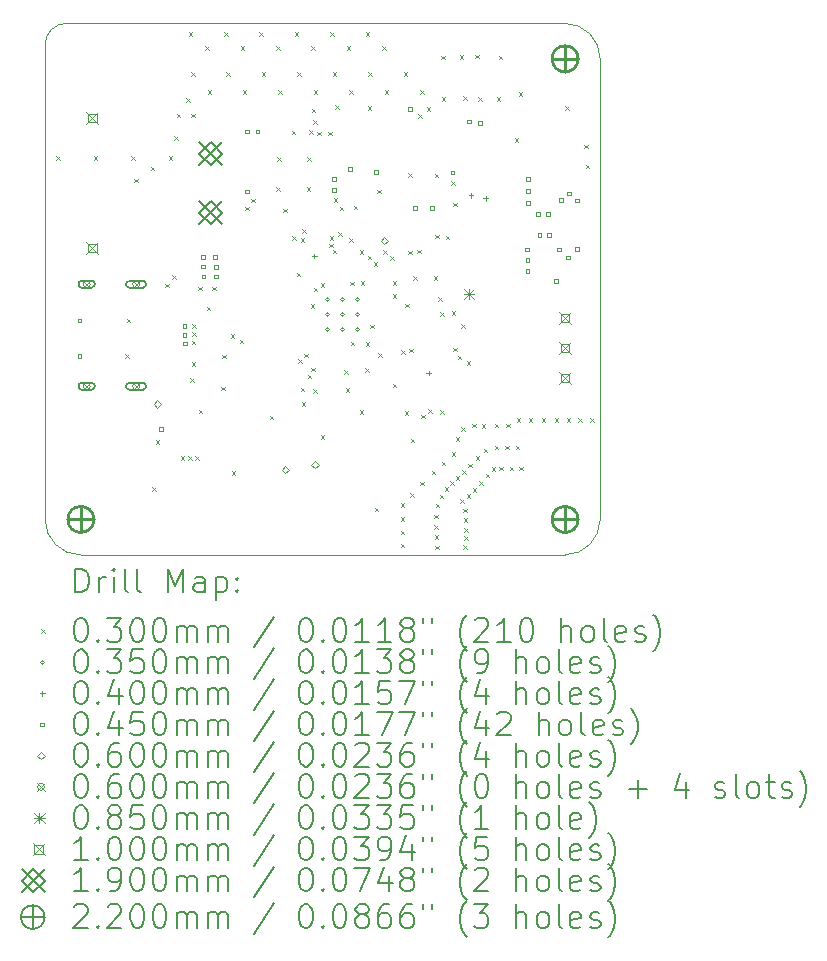
<source format=gbr>
%TF.GenerationSoftware,KiCad,Pcbnew,7.0.5-0*%
%TF.CreationDate,2024-02-02T13:20:02-05:00*%
%TF.ProjectId,BITSv5,42495453-7635-42e6-9b69-6361645f7063,rev?*%
%TF.SameCoordinates,Original*%
%TF.FileFunction,Drillmap*%
%TF.FilePolarity,Positive*%
%FSLAX45Y45*%
G04 Gerber Fmt 4.5, Leading zero omitted, Abs format (unit mm)*
G04 Created by KiCad (PCBNEW 7.0.5-0) date 2024-02-02 13:20:02*
%MOMM*%
%LPD*%
G01*
G04 APERTURE LIST*
%ADD10C,0.100000*%
%ADD11C,0.200000*%
%ADD12C,0.030000*%
%ADD13C,0.035000*%
%ADD14C,0.040000*%
%ADD15C,0.045000*%
%ADD16C,0.060000*%
%ADD17C,0.085000*%
%ADD18C,0.190000*%
%ADD19C,0.220000*%
G04 APERTURE END LIST*
D10*
X10700000Y-4220000D02*
X14920000Y-4220000D01*
X10520000Y-8420000D02*
X10520000Y-4520000D01*
X14920000Y-8720000D02*
G75*
G03*
X15220000Y-8420000I0J300000D01*
G01*
X15220000Y-8420000D02*
X15220000Y-4520000D01*
X14920000Y-8720000D02*
X10820000Y-8720000D01*
X10520000Y-8420000D02*
G75*
G03*
X10820000Y-8720000I300000J0D01*
G01*
X10700000Y-4220000D02*
G75*
G03*
X10520000Y-4400000I0J-180000D01*
G01*
X15220000Y-4520000D02*
G75*
G03*
X14920000Y-4220000I-300000J0D01*
G01*
X10520000Y-4520000D02*
X10520000Y-4400000D01*
D11*
D12*
X10615000Y-5345000D02*
X10645000Y-5375000D01*
X10645000Y-5345000D02*
X10615000Y-5375000D01*
X10931667Y-5345000D02*
X10961667Y-5375000D01*
X10961667Y-5345000D02*
X10931667Y-5375000D01*
X11199510Y-7019810D02*
X11229510Y-7049810D01*
X11229510Y-7019810D02*
X11199510Y-7049810D01*
X11209510Y-6719810D02*
X11239510Y-6749810D01*
X11239510Y-6719810D02*
X11209510Y-6749810D01*
X11248333Y-5345000D02*
X11278333Y-5375000D01*
X11278333Y-5345000D02*
X11248333Y-5375000D01*
X11275000Y-5535000D02*
X11305000Y-5565000D01*
X11305000Y-5535000D02*
X11275000Y-5565000D01*
X11415000Y-5435000D02*
X11445000Y-5465000D01*
X11445000Y-5435000D02*
X11415000Y-5465000D01*
X11425000Y-8147500D02*
X11455000Y-8177500D01*
X11455000Y-8147500D02*
X11425000Y-8177500D01*
X11458000Y-7749000D02*
X11488000Y-7779000D01*
X11488000Y-7749000D02*
X11458000Y-7779000D01*
X11539000Y-6423000D02*
X11569000Y-6453000D01*
X11569000Y-6423000D02*
X11539000Y-6453000D01*
X11565000Y-5345000D02*
X11595000Y-5375000D01*
X11595000Y-5345000D02*
X11565000Y-5375000D01*
X11597000Y-6350000D02*
X11627000Y-6380000D01*
X11627000Y-6350000D02*
X11597000Y-6380000D01*
X11615000Y-5175000D02*
X11645000Y-5205000D01*
X11645000Y-5175000D02*
X11615000Y-5205000D01*
X11635000Y-4985000D02*
X11665000Y-5015000D01*
X11665000Y-4985000D02*
X11635000Y-5015000D01*
X11667500Y-7885000D02*
X11697500Y-7915000D01*
X11697500Y-7885000D02*
X11667500Y-7915000D01*
X11715000Y-4855000D02*
X11745000Y-4885000D01*
X11745000Y-4855000D02*
X11715000Y-4885000D01*
X11730000Y-7882500D02*
X11760000Y-7912500D01*
X11760000Y-7882500D02*
X11730000Y-7912500D01*
X11735000Y-4295000D02*
X11765000Y-4325000D01*
X11765000Y-4295000D02*
X11735000Y-4325000D01*
X11748750Y-7225000D02*
X11778750Y-7255000D01*
X11778750Y-7225000D02*
X11748750Y-7255000D01*
X11755000Y-4635000D02*
X11785000Y-4665000D01*
X11785000Y-4635000D02*
X11755000Y-4665000D01*
X11755000Y-4985000D02*
X11785000Y-5015000D01*
X11785000Y-4985000D02*
X11755000Y-5015000D01*
X11763000Y-6907000D02*
X11793000Y-6937000D01*
X11793000Y-6907000D02*
X11763000Y-6937000D01*
X11763000Y-7087000D02*
X11793000Y-7117000D01*
X11793000Y-7087000D02*
X11763000Y-7117000D01*
X11764000Y-6767000D02*
X11794000Y-6797000D01*
X11794000Y-6767000D02*
X11764000Y-6797000D01*
X11767000Y-6833000D02*
X11797000Y-6863000D01*
X11797000Y-6833000D02*
X11767000Y-6863000D01*
X11792500Y-7882500D02*
X11822500Y-7912500D01*
X11822500Y-7882500D02*
X11792500Y-7912500D01*
X11818000Y-6450000D02*
X11848000Y-6480000D01*
X11848000Y-6450000D02*
X11818000Y-6480000D01*
X11820000Y-7490000D02*
X11850000Y-7520000D01*
X11850000Y-7490000D02*
X11820000Y-7520000D01*
X11875000Y-4415000D02*
X11905000Y-4445000D01*
X11905000Y-4415000D02*
X11875000Y-4445000D01*
X11888000Y-6620000D02*
X11918000Y-6650000D01*
X11918000Y-6620000D02*
X11888000Y-6650000D01*
X11895000Y-4787448D02*
X11925000Y-4817448D01*
X11925000Y-4787448D02*
X11895000Y-4817448D01*
X11937000Y-6451000D02*
X11967000Y-6481000D01*
X11967000Y-6451000D02*
X11937000Y-6481000D01*
X12012000Y-7296000D02*
X12042000Y-7326000D01*
X12042000Y-7296000D02*
X12012000Y-7326000D01*
X12019000Y-7024000D02*
X12049000Y-7054000D01*
X12049000Y-7024000D02*
X12019000Y-7054000D01*
X12035000Y-4295000D02*
X12065000Y-4325000D01*
X12065000Y-4295000D02*
X12035000Y-4325000D01*
X12055000Y-4635000D02*
X12085000Y-4665000D01*
X12085000Y-4635000D02*
X12055000Y-4665000D01*
X12091000Y-6854000D02*
X12121000Y-6884000D01*
X12121000Y-6854000D02*
X12091000Y-6884000D01*
X12100000Y-8010000D02*
X12130000Y-8040000D01*
X12130000Y-8010000D02*
X12100000Y-8040000D01*
X12168000Y-6900000D02*
X12198000Y-6930000D01*
X12198000Y-6900000D02*
X12168000Y-6930000D01*
X12175000Y-4415000D02*
X12205000Y-4445000D01*
X12205000Y-4415000D02*
X12175000Y-4445000D01*
X12195000Y-4787448D02*
X12225000Y-4817448D01*
X12225000Y-4787448D02*
X12195000Y-4817448D01*
X12215500Y-5771000D02*
X12245500Y-5801000D01*
X12245500Y-5771000D02*
X12215500Y-5801000D01*
X12263000Y-5703500D02*
X12293000Y-5733500D01*
X12293000Y-5703500D02*
X12263000Y-5733500D01*
X12335000Y-4295000D02*
X12365000Y-4325000D01*
X12365000Y-4295000D02*
X12335000Y-4325000D01*
X12355000Y-4635000D02*
X12385000Y-4665000D01*
X12385000Y-4635000D02*
X12355000Y-4665000D01*
X12421640Y-7542100D02*
X12451640Y-7572100D01*
X12451640Y-7542100D02*
X12421640Y-7572100D01*
X12475000Y-4415000D02*
X12505000Y-4445000D01*
X12505000Y-4415000D02*
X12475000Y-4445000D01*
X12475000Y-5605000D02*
X12505000Y-5635000D01*
X12505000Y-5605000D02*
X12475000Y-5635000D01*
X12485500Y-5351000D02*
X12515500Y-5381000D01*
X12515500Y-5351000D02*
X12485500Y-5381000D01*
X12495000Y-4787448D02*
X12525000Y-4817448D01*
X12525000Y-4787448D02*
X12495000Y-4817448D01*
X12534000Y-5789000D02*
X12564000Y-5819000D01*
X12564000Y-5789000D02*
X12534000Y-5819000D01*
X12608000Y-5128500D02*
X12638000Y-5158500D01*
X12638000Y-5128500D02*
X12608000Y-5158500D01*
X12613000Y-6023000D02*
X12643000Y-6053000D01*
X12643000Y-6023000D02*
X12613000Y-6053000D01*
X12635000Y-4295000D02*
X12665000Y-4325000D01*
X12665000Y-4295000D02*
X12635000Y-4325000D01*
X12651000Y-6332000D02*
X12681000Y-6362000D01*
X12681000Y-6332000D02*
X12651000Y-6362000D01*
X12655000Y-4635000D02*
X12685000Y-4665000D01*
X12685000Y-4635000D02*
X12655000Y-4665000D01*
X12665000Y-7065000D02*
X12695000Y-7095000D01*
X12695000Y-7065000D02*
X12665000Y-7095000D01*
X12683000Y-7306560D02*
X12713000Y-7336560D01*
X12713000Y-7306560D02*
X12683000Y-7336560D01*
X12685000Y-6038000D02*
X12715000Y-6068000D01*
X12715000Y-6038000D02*
X12685000Y-6068000D01*
X12692000Y-7428000D02*
X12722000Y-7458000D01*
X12722000Y-7428000D02*
X12692000Y-7458000D01*
X12695000Y-5964000D02*
X12725000Y-5994000D01*
X12725000Y-5964000D02*
X12695000Y-5994000D01*
X12715000Y-7015000D02*
X12745000Y-7045000D01*
X12745000Y-7015000D02*
X12715000Y-7045000D01*
X12735500Y-5605000D02*
X12765500Y-5635000D01*
X12765500Y-5605000D02*
X12735500Y-5635000D01*
X12738000Y-5351000D02*
X12768000Y-5381000D01*
X12768000Y-5351000D02*
X12738000Y-5381000D01*
X12745000Y-7195000D02*
X12775000Y-7225000D01*
X12775000Y-7195000D02*
X12745000Y-7225000D01*
X12755500Y-5126000D02*
X12785500Y-5156000D01*
X12785500Y-5126000D02*
X12755500Y-5156000D01*
X12770000Y-6597000D02*
X12800000Y-6627000D01*
X12800000Y-6597000D02*
X12770000Y-6627000D01*
X12775000Y-4415000D02*
X12805000Y-4445000D01*
X12805000Y-4415000D02*
X12775000Y-4445000D01*
X12775000Y-7135000D02*
X12805000Y-7165000D01*
X12805000Y-7135000D02*
X12775000Y-7165000D01*
X12777000Y-4944000D02*
X12807000Y-4974000D01*
X12807000Y-4944000D02*
X12777000Y-4974000D01*
X12788000Y-5038000D02*
X12818000Y-5068000D01*
X12818000Y-5038000D02*
X12788000Y-5068000D01*
X12789000Y-7318000D02*
X12819000Y-7348000D01*
X12819000Y-7318000D02*
X12789000Y-7348000D01*
X12795000Y-4787448D02*
X12825000Y-4817448D01*
X12825000Y-4787448D02*
X12795000Y-4817448D01*
X12796000Y-6458000D02*
X12826000Y-6488000D01*
X12826000Y-6458000D02*
X12796000Y-6488000D01*
X12825500Y-5138500D02*
X12855500Y-5168500D01*
X12855500Y-5138500D02*
X12825500Y-5168500D01*
X12852000Y-7709000D02*
X12882000Y-7739000D01*
X12882000Y-7709000D02*
X12852000Y-7739000D01*
X12855000Y-6419000D02*
X12885000Y-6449000D01*
X12885000Y-6419000D02*
X12855000Y-6449000D01*
X12917000Y-5138000D02*
X12947000Y-5168000D01*
X12947000Y-5138000D02*
X12917000Y-5168000D01*
X12925000Y-6085000D02*
X12955000Y-6115000D01*
X12955000Y-6085000D02*
X12925000Y-6115000D01*
X12929000Y-6022800D02*
X12959000Y-6052800D01*
X12959000Y-6022800D02*
X12929000Y-6052800D01*
X12935000Y-4295000D02*
X12965000Y-4325000D01*
X12965000Y-4295000D02*
X12935000Y-4325000D01*
X12955000Y-4635000D02*
X12985000Y-4665000D01*
X12985000Y-4635000D02*
X12955000Y-4665000D01*
X12955000Y-6137700D02*
X12985000Y-6167700D01*
X12985000Y-6137700D02*
X12955000Y-6167700D01*
X12963000Y-5701000D02*
X12993000Y-5731000D01*
X12993000Y-5701000D02*
X12963000Y-5731000D01*
X12976194Y-4914806D02*
X13006194Y-4944806D01*
X13006194Y-4914806D02*
X12976194Y-4944806D01*
X13003000Y-5988000D02*
X13033000Y-6018000D01*
X13033000Y-5988000D02*
X13003000Y-6018000D01*
X13013000Y-5771000D02*
X13043000Y-5801000D01*
X13043000Y-5771000D02*
X13013000Y-5801000D01*
X13054000Y-7157000D02*
X13084000Y-7187000D01*
X13084000Y-7157000D02*
X13054000Y-7187000D01*
X13065000Y-7307000D02*
X13095000Y-7337000D01*
X13095000Y-7307000D02*
X13065000Y-7337000D01*
X13075000Y-4415000D02*
X13105000Y-4445000D01*
X13105000Y-4415000D02*
X13075000Y-4445000D01*
X13095000Y-4787448D02*
X13125000Y-4817448D01*
X13125000Y-4787448D02*
X13095000Y-4817448D01*
X13097000Y-6038000D02*
X13127000Y-6068000D01*
X13127000Y-6038000D02*
X13097000Y-6068000D01*
X13104033Y-6405962D02*
X13134033Y-6435962D01*
X13134033Y-6405962D02*
X13104033Y-6435962D01*
X13108182Y-6915818D02*
X13138182Y-6945818D01*
X13138182Y-6915818D02*
X13108182Y-6945818D01*
X13133000Y-5764000D02*
X13163000Y-5794000D01*
X13163000Y-5764000D02*
X13133000Y-5794000D01*
X13183000Y-6142000D02*
X13213000Y-6172000D01*
X13213000Y-6142000D02*
X13183000Y-6172000D01*
X13185000Y-7495000D02*
X13215000Y-7525000D01*
X13215000Y-7495000D02*
X13185000Y-7525000D01*
X13192648Y-6403188D02*
X13222648Y-6433188D01*
X13222648Y-6403188D02*
X13192648Y-6433188D01*
X13231000Y-7138000D02*
X13261000Y-7168000D01*
X13261000Y-7138000D02*
X13231000Y-7168000D01*
X13235000Y-4295000D02*
X13265000Y-4325000D01*
X13265000Y-4295000D02*
X13235000Y-4325000D01*
X13236500Y-6919500D02*
X13266500Y-6949500D01*
X13266500Y-6919500D02*
X13236500Y-6949500D01*
X13251000Y-4921000D02*
X13281000Y-4951000D01*
X13281000Y-4921000D02*
X13251000Y-4951000D01*
X13251446Y-6188446D02*
X13281446Y-6218446D01*
X13281446Y-6188446D02*
X13251446Y-6218446D01*
X13255000Y-4635000D02*
X13285000Y-4665000D01*
X13285000Y-4635000D02*
X13255000Y-4665000D01*
X13271000Y-6770000D02*
X13301000Y-6800000D01*
X13301000Y-6770000D02*
X13271000Y-6800000D01*
X13301000Y-6240000D02*
X13331000Y-6270000D01*
X13331000Y-6240000D02*
X13301000Y-6270000D01*
X13312000Y-8319000D02*
X13342000Y-8349000D01*
X13342000Y-8319000D02*
X13312000Y-8349000D01*
X13332300Y-5626690D02*
X13362300Y-5656690D01*
X13362300Y-5626690D02*
X13332300Y-5656690D01*
X13341000Y-7014000D02*
X13371000Y-7044000D01*
X13371000Y-7014000D02*
X13341000Y-7044000D01*
X13375000Y-4415000D02*
X13405000Y-4445000D01*
X13405000Y-4415000D02*
X13375000Y-4445000D01*
X13384000Y-6140000D02*
X13414000Y-6170000D01*
X13414000Y-6140000D02*
X13384000Y-6170000D01*
X13395000Y-4787448D02*
X13425000Y-4817448D01*
X13425000Y-4787448D02*
X13395000Y-4817448D01*
X13442000Y-6192000D02*
X13472000Y-6222000D01*
X13472000Y-6192000D02*
X13442000Y-6222000D01*
X13465000Y-6405000D02*
X13495000Y-6435000D01*
X13495000Y-6405000D02*
X13465000Y-6435000D01*
X13465000Y-6513000D02*
X13495000Y-6543000D01*
X13495000Y-6513000D02*
X13465000Y-6543000D01*
X13465000Y-7269000D02*
X13495000Y-7299000D01*
X13495000Y-7269000D02*
X13465000Y-7299000D01*
X13530000Y-8516000D02*
X13560000Y-8546000D01*
X13560000Y-8516000D02*
X13530000Y-8546000D01*
X13531000Y-8282000D02*
X13561000Y-8312000D01*
X13561000Y-8282000D02*
X13531000Y-8312000D01*
X13531000Y-8402000D02*
X13561000Y-8432000D01*
X13561000Y-8402000D02*
X13531000Y-8432000D01*
X13532000Y-8627000D02*
X13562000Y-8657000D01*
X13562000Y-8627000D02*
X13532000Y-8657000D01*
X13535000Y-6985000D02*
X13565000Y-7015000D01*
X13565000Y-6985000D02*
X13535000Y-7015000D01*
X13555000Y-4635000D02*
X13585000Y-4665000D01*
X13585000Y-4635000D02*
X13555000Y-4665000D01*
X13565000Y-7505000D02*
X13595000Y-7535000D01*
X13595000Y-7505000D02*
X13565000Y-7535000D01*
X13570807Y-6593193D02*
X13600807Y-6623193D01*
X13600807Y-6593193D02*
X13570807Y-6623193D01*
X13594000Y-6145000D02*
X13624000Y-6175000D01*
X13624000Y-6145000D02*
X13594000Y-6175000D01*
X13596300Y-5486690D02*
X13626300Y-5516690D01*
X13626300Y-5486690D02*
X13596300Y-5516690D01*
X13605000Y-6975000D02*
X13635000Y-7005000D01*
X13635000Y-6975000D02*
X13605000Y-7005000D01*
X13611000Y-8197000D02*
X13641000Y-8227000D01*
X13641000Y-8197000D02*
X13611000Y-8227000D01*
X13615000Y-7735000D02*
X13645000Y-7765000D01*
X13645000Y-7735000D02*
X13615000Y-7765000D01*
X13635000Y-6360000D02*
X13665000Y-6390000D01*
X13665000Y-6360000D02*
X13635000Y-6390000D01*
X13671000Y-6137000D02*
X13701000Y-6167000D01*
X13701000Y-6137000D02*
X13671000Y-6167000D01*
X13679000Y-4991000D02*
X13709000Y-5021000D01*
X13709000Y-4991000D02*
X13679000Y-5021000D01*
X13695000Y-4787448D02*
X13725000Y-4817448D01*
X13725000Y-4787448D02*
X13695000Y-4817448D01*
X13698000Y-8102000D02*
X13728000Y-8132000D01*
X13728000Y-8102000D02*
X13698000Y-8132000D01*
X13705000Y-7535000D02*
X13735000Y-7565000D01*
X13735000Y-7535000D02*
X13705000Y-7565000D01*
X13752000Y-4929000D02*
X13782000Y-4959000D01*
X13782000Y-4929000D02*
X13752000Y-4959000D01*
X13765000Y-7485000D02*
X13795000Y-7515000D01*
X13795000Y-7485000D02*
X13765000Y-7515000D01*
X13792000Y-8008000D02*
X13822000Y-8038000D01*
X13822000Y-8008000D02*
X13792000Y-8038000D01*
X13811000Y-6363000D02*
X13841000Y-6393000D01*
X13841000Y-6363000D02*
X13811000Y-6393000D01*
X13816000Y-8380000D02*
X13846000Y-8410000D01*
X13846000Y-8380000D02*
X13816000Y-8410000D01*
X13816000Y-8471000D02*
X13846000Y-8501000D01*
X13846000Y-8471000D02*
X13816000Y-8501000D01*
X13817300Y-5493690D02*
X13847300Y-5523690D01*
X13847300Y-5493690D02*
X13817300Y-5523690D01*
X13818000Y-8552000D02*
X13848000Y-8582000D01*
X13848000Y-8552000D02*
X13818000Y-8582000D01*
X13824000Y-8643000D02*
X13854000Y-8673000D01*
X13854000Y-8643000D02*
X13824000Y-8673000D01*
X13825300Y-6007690D02*
X13855300Y-6037690D01*
X13855300Y-6007690D02*
X13825300Y-6037690D01*
X13827000Y-8286000D02*
X13857000Y-8316000D01*
X13857000Y-8286000D02*
X13827000Y-8316000D01*
X13847000Y-6540000D02*
X13877000Y-6570000D01*
X13877000Y-6540000D02*
X13847000Y-6570000D01*
X13862000Y-8210000D02*
X13892000Y-8240000D01*
X13892000Y-8210000D02*
X13862000Y-8240000D01*
X13865000Y-7495000D02*
X13895000Y-7525000D01*
X13895000Y-7495000D02*
X13865000Y-7525000D01*
X13866000Y-6665000D02*
X13896000Y-6695000D01*
X13896000Y-6665000D02*
X13866000Y-6695000D01*
X13876000Y-4494000D02*
X13906000Y-4524000D01*
X13906000Y-4494000D02*
X13876000Y-4524000D01*
X13877000Y-4844000D02*
X13907000Y-4874000D01*
X13907000Y-4844000D02*
X13877000Y-4874000D01*
X13878000Y-7930000D02*
X13908000Y-7960000D01*
X13908000Y-7930000D02*
X13878000Y-7960000D01*
X13904000Y-8148000D02*
X13934000Y-8178000D01*
X13934000Y-8148000D02*
X13904000Y-8178000D01*
X13910300Y-6017690D02*
X13940300Y-6047690D01*
X13940300Y-6017690D02*
X13910300Y-6047690D01*
X13948000Y-8095000D02*
X13978000Y-8125000D01*
X13978000Y-8095000D02*
X13948000Y-8125000D01*
X13956300Y-5555690D02*
X13986300Y-5585690D01*
X13986300Y-5555690D02*
X13956300Y-5585690D01*
X13962000Y-6657000D02*
X13992000Y-6687000D01*
X13992000Y-6657000D02*
X13962000Y-6687000D01*
X13962000Y-7850000D02*
X13992000Y-7880000D01*
X13992000Y-7850000D02*
X13962000Y-7880000D01*
X13975000Y-6965000D02*
X14005000Y-6995000D01*
X14005000Y-6965000D02*
X13975000Y-6995000D01*
X13977300Y-5739690D02*
X14007300Y-5769690D01*
X14007300Y-5739690D02*
X13977300Y-5769690D01*
X13995000Y-7726000D02*
X14025000Y-7756000D01*
X14025000Y-7726000D02*
X13995000Y-7756000D01*
X13998000Y-8053000D02*
X14028000Y-8083000D01*
X14028000Y-8053000D02*
X13998000Y-8083000D01*
X14015000Y-7035000D02*
X14045000Y-7065000D01*
X14045000Y-7035000D02*
X14015000Y-7065000D01*
X14032000Y-4490000D02*
X14062000Y-4520000D01*
X14062000Y-4490000D02*
X14032000Y-4520000D01*
X14034000Y-8251000D02*
X14064000Y-8281000D01*
X14064000Y-8251000D02*
X14034000Y-8281000D01*
X14043000Y-7637000D02*
X14073000Y-7667000D01*
X14073000Y-7637000D02*
X14043000Y-7667000D01*
X14045000Y-6765000D02*
X14075000Y-6795000D01*
X14075000Y-6765000D02*
X14045000Y-6795000D01*
X14051000Y-8004000D02*
X14081000Y-8034000D01*
X14081000Y-8004000D02*
X14051000Y-8034000D01*
X14058000Y-8636000D02*
X14088000Y-8666000D01*
X14088000Y-8636000D02*
X14058000Y-8666000D01*
X14060000Y-4835000D02*
X14090000Y-4865000D01*
X14090000Y-4835000D02*
X14060000Y-4865000D01*
X14061000Y-8330000D02*
X14091000Y-8360000D01*
X14091000Y-8330000D02*
X14061000Y-8360000D01*
X14064000Y-8411000D02*
X14094000Y-8441000D01*
X14094000Y-8411000D02*
X14064000Y-8441000D01*
X14068000Y-8495000D02*
X14098000Y-8525000D01*
X14098000Y-8495000D02*
X14068000Y-8525000D01*
X14068000Y-8562000D02*
X14098000Y-8592000D01*
X14098000Y-8562000D02*
X14068000Y-8592000D01*
X14089000Y-8206000D02*
X14119000Y-8236000D01*
X14119000Y-8206000D02*
X14089000Y-8236000D01*
X14091000Y-7080000D02*
X14121000Y-7110000D01*
X14121000Y-7080000D02*
X14091000Y-7110000D01*
X14103000Y-7950000D02*
X14133000Y-7980000D01*
X14133000Y-7950000D02*
X14103000Y-7980000D01*
X14135000Y-7610000D02*
X14165000Y-7640000D01*
X14165000Y-7610000D02*
X14135000Y-7640000D01*
X14139000Y-8155000D02*
X14169000Y-8185000D01*
X14169000Y-8155000D02*
X14139000Y-8185000D01*
X14160000Y-4485000D02*
X14190000Y-4515000D01*
X14190000Y-4485000D02*
X14160000Y-4515000D01*
X14165000Y-7887000D02*
X14195000Y-7917000D01*
X14195000Y-7887000D02*
X14165000Y-7917000D01*
X14187000Y-4845000D02*
X14217000Y-4875000D01*
X14217000Y-4845000D02*
X14187000Y-4875000D01*
X14195000Y-8096000D02*
X14225000Y-8126000D01*
X14225000Y-8096000D02*
X14195000Y-8126000D01*
X14218000Y-7615000D02*
X14248000Y-7645000D01*
X14248000Y-7615000D02*
X14218000Y-7645000D01*
X14232000Y-7822000D02*
X14262000Y-7852000D01*
X14262000Y-7822000D02*
X14232000Y-7852000D01*
X14249000Y-8034000D02*
X14279000Y-8064000D01*
X14279000Y-8034000D02*
X14249000Y-8064000D01*
X14300000Y-7978000D02*
X14330000Y-8008000D01*
X14330000Y-7978000D02*
X14300000Y-8008000D01*
X14325000Y-7609000D02*
X14355000Y-7639000D01*
X14355000Y-7609000D02*
X14325000Y-7639000D01*
X14325000Y-7795000D02*
X14355000Y-7825000D01*
X14355000Y-7795000D02*
X14325000Y-7825000D01*
X14342000Y-4846000D02*
X14372000Y-4876000D01*
X14372000Y-4846000D02*
X14342000Y-4876000D01*
X14360000Y-4494000D02*
X14390000Y-4524000D01*
X14390000Y-4494000D02*
X14360000Y-4524000D01*
X14365000Y-7975000D02*
X14395000Y-8005000D01*
X14395000Y-7975000D02*
X14365000Y-8005000D01*
X14415000Y-7795000D02*
X14445000Y-7825000D01*
X14445000Y-7795000D02*
X14415000Y-7825000D01*
X14425000Y-7610000D02*
X14455000Y-7640000D01*
X14455000Y-7610000D02*
X14425000Y-7640000D01*
X14455000Y-7975000D02*
X14485000Y-8005000D01*
X14485000Y-7975000D02*
X14455000Y-8005000D01*
X14496000Y-5192000D02*
X14526000Y-5222000D01*
X14526000Y-5192000D02*
X14496000Y-5222000D01*
X14505000Y-7795000D02*
X14535000Y-7825000D01*
X14535000Y-7795000D02*
X14505000Y-7825000D01*
X14515000Y-7565000D02*
X14545000Y-7595000D01*
X14545000Y-7565000D02*
X14515000Y-7595000D01*
X14530000Y-4805000D02*
X14560000Y-4835000D01*
X14560000Y-4805000D02*
X14530000Y-4835000D01*
X14535000Y-7975000D02*
X14565000Y-8005000D01*
X14565000Y-7975000D02*
X14535000Y-8005000D01*
X14615000Y-7565000D02*
X14645000Y-7595000D01*
X14645000Y-7565000D02*
X14615000Y-7595000D01*
X14725000Y-7565000D02*
X14755000Y-7595000D01*
X14755000Y-7565000D02*
X14725000Y-7595000D01*
X14835000Y-7565000D02*
X14865000Y-7595000D01*
X14865000Y-7565000D02*
X14835000Y-7595000D01*
X14925000Y-4921000D02*
X14955000Y-4951000D01*
X14955000Y-4921000D02*
X14925000Y-4951000D01*
X14935000Y-7565000D02*
X14965000Y-7595000D01*
X14965000Y-7565000D02*
X14935000Y-7595000D01*
X15035000Y-7565000D02*
X15065000Y-7595000D01*
X15065000Y-7565000D02*
X15035000Y-7595000D01*
X15083000Y-5246000D02*
X15113000Y-5276000D01*
X15113000Y-5246000D02*
X15083000Y-5276000D01*
X15097000Y-5418000D02*
X15127000Y-5448000D01*
X15127000Y-5418000D02*
X15097000Y-5448000D01*
X15135000Y-7565000D02*
X15165000Y-7595000D01*
X15165000Y-7565000D02*
X15135000Y-7595000D01*
D13*
X12928000Y-6557310D02*
G75*
G03*
X12928000Y-6557310I-17500J0D01*
G01*
X12928000Y-6684810D02*
G75*
G03*
X12928000Y-6684810I-17500J0D01*
G01*
X12928000Y-6812310D02*
G75*
G03*
X12928000Y-6812310I-17500J0D01*
G01*
X13055500Y-6557310D02*
G75*
G03*
X13055500Y-6557310I-17500J0D01*
G01*
X13055500Y-6684810D02*
G75*
G03*
X13055500Y-6684810I-17500J0D01*
G01*
X13055500Y-6812310D02*
G75*
G03*
X13055500Y-6812310I-17500J0D01*
G01*
X13183000Y-6557310D02*
G75*
G03*
X13183000Y-6557310I-17500J0D01*
G01*
X13183000Y-6684810D02*
G75*
G03*
X13183000Y-6684810I-17500J0D01*
G01*
X13183000Y-6812310D02*
G75*
G03*
X13183000Y-6812310I-17500J0D01*
G01*
D14*
X12800000Y-6170000D02*
X12800000Y-6210000D01*
X12780000Y-6190000D02*
X12820000Y-6190000D01*
X13768000Y-7160000D02*
X13768000Y-7200000D01*
X13748000Y-7180000D02*
X13788000Y-7180000D01*
X14125000Y-5655000D02*
X14125000Y-5695000D01*
X14105000Y-5675000D02*
X14145000Y-5675000D01*
X14250000Y-5680000D02*
X14250000Y-5720000D01*
X14230000Y-5700000D02*
X14270000Y-5700000D01*
D15*
X10827920Y-6750720D02*
X10827920Y-6718900D01*
X10796100Y-6718900D01*
X10796100Y-6750720D01*
X10827920Y-6750720D01*
X10827920Y-7050720D02*
X10827920Y-7018900D01*
X10796100Y-7018900D01*
X10796100Y-7050720D01*
X10827920Y-7050720D01*
X11518410Y-7668410D02*
X11518410Y-7636590D01*
X11486590Y-7636590D01*
X11486590Y-7668410D01*
X11518410Y-7668410D01*
X11716410Y-6798410D02*
X11716410Y-6766590D01*
X11684590Y-6766590D01*
X11684590Y-6798410D01*
X11716410Y-6798410D01*
X11716410Y-6871410D02*
X11716410Y-6839590D01*
X11684590Y-6839590D01*
X11684590Y-6871410D01*
X11716410Y-6871410D01*
X11717410Y-6945410D02*
X11717410Y-6913590D01*
X11685590Y-6913590D01*
X11685590Y-6945410D01*
X11717410Y-6945410D01*
X11874910Y-6212910D02*
X11874910Y-6181090D01*
X11843090Y-6181090D01*
X11843090Y-6212910D01*
X11874910Y-6212910D01*
X11875910Y-6294910D02*
X11875910Y-6263090D01*
X11844090Y-6263090D01*
X11844090Y-6294910D01*
X11875910Y-6294910D01*
X11876910Y-6379910D02*
X11876910Y-6348090D01*
X11845090Y-6348090D01*
X11845090Y-6379910D01*
X11876910Y-6379910D01*
X11976910Y-6211910D02*
X11976910Y-6180090D01*
X11945090Y-6180090D01*
X11945090Y-6211910D01*
X11976910Y-6211910D01*
X11981910Y-6296910D02*
X11981910Y-6265090D01*
X11950090Y-6265090D01*
X11950090Y-6296910D01*
X11981910Y-6296910D01*
X11981910Y-6379910D02*
X11981910Y-6348090D01*
X11950090Y-6348090D01*
X11950090Y-6379910D01*
X11981910Y-6379910D01*
X12246910Y-5659910D02*
X12246910Y-5628090D01*
X12215090Y-5628090D01*
X12215090Y-5659910D01*
X12246910Y-5659910D01*
X12248410Y-5151410D02*
X12248410Y-5119590D01*
X12216590Y-5119590D01*
X12216590Y-5151410D01*
X12248410Y-5151410D01*
X12333410Y-5151410D02*
X12333410Y-5119590D01*
X12301590Y-5119590D01*
X12301590Y-5151410D01*
X12333410Y-5151410D01*
X12981910Y-5643910D02*
X12981910Y-5612090D01*
X12950090Y-5612090D01*
X12950090Y-5643910D01*
X12981910Y-5643910D01*
X12983910Y-5551910D02*
X12983910Y-5520090D01*
X12952090Y-5520090D01*
X12952090Y-5551910D01*
X12983910Y-5551910D01*
X13119910Y-5470910D02*
X13119910Y-5439090D01*
X13088090Y-5439090D01*
X13088090Y-5470910D01*
X13119910Y-5470910D01*
X13335410Y-5493410D02*
X13335410Y-5461590D01*
X13303590Y-5461590D01*
X13303590Y-5493410D01*
X13335410Y-5493410D01*
X13624410Y-4958410D02*
X13624410Y-4926590D01*
X13592590Y-4926590D01*
X13592590Y-4958410D01*
X13624410Y-4958410D01*
X13669210Y-5799100D02*
X13669210Y-5767280D01*
X13637390Y-5767280D01*
X13637390Y-5799100D01*
X13669210Y-5799100D01*
X13811710Y-5796600D02*
X13811710Y-5764780D01*
X13779890Y-5764780D01*
X13779890Y-5796600D01*
X13811710Y-5796600D01*
X13986210Y-5499100D02*
X13986210Y-5467280D01*
X13954390Y-5467280D01*
X13954390Y-5499100D01*
X13986210Y-5499100D01*
X14123210Y-5065600D02*
X14123210Y-5033780D01*
X14091390Y-5033780D01*
X14091390Y-5065600D01*
X14123210Y-5065600D01*
X14220210Y-5081100D02*
X14220210Y-5049280D01*
X14188390Y-5049280D01*
X14188390Y-5081100D01*
X14220210Y-5081100D01*
X14618910Y-6149910D02*
X14618910Y-6118090D01*
X14587090Y-6118090D01*
X14587090Y-6149910D01*
X14618910Y-6149910D01*
X14619910Y-6240910D02*
X14619910Y-6209090D01*
X14588090Y-6209090D01*
X14588090Y-6240910D01*
X14619910Y-6240910D01*
X14619910Y-6333910D02*
X14619910Y-6302090D01*
X14588090Y-6302090D01*
X14588090Y-6333910D01*
X14619910Y-6333910D01*
X14621910Y-5753910D02*
X14621910Y-5722090D01*
X14590090Y-5722090D01*
X14590090Y-5753910D01*
X14621910Y-5753910D01*
X14623910Y-5552910D02*
X14623910Y-5521090D01*
X14592090Y-5521090D01*
X14592090Y-5552910D01*
X14623910Y-5552910D01*
X14624910Y-5655910D02*
X14624910Y-5624090D01*
X14593090Y-5624090D01*
X14593090Y-5655910D01*
X14624910Y-5655910D01*
X14710910Y-5852910D02*
X14710910Y-5821090D01*
X14679090Y-5821090D01*
X14679090Y-5852910D01*
X14710910Y-5852910D01*
X14720910Y-6025910D02*
X14720910Y-5994090D01*
X14689090Y-5994090D01*
X14689090Y-6025910D01*
X14720910Y-6025910D01*
X14796910Y-5852910D02*
X14796910Y-5821090D01*
X14765090Y-5821090D01*
X14765090Y-5852910D01*
X14796910Y-5852910D01*
X14799910Y-6027910D02*
X14799910Y-5996090D01*
X14768090Y-5996090D01*
X14768090Y-6027910D01*
X14799910Y-6027910D01*
X14860910Y-6417910D02*
X14860910Y-6386090D01*
X14829090Y-6386090D01*
X14829090Y-6417910D01*
X14860910Y-6417910D01*
X14887910Y-6149910D02*
X14887910Y-6118090D01*
X14856090Y-6118090D01*
X14856090Y-6149910D01*
X14887910Y-6149910D01*
X14903910Y-5731910D02*
X14903910Y-5700090D01*
X14872090Y-5700090D01*
X14872090Y-5731910D01*
X14903910Y-5731910D01*
X14960910Y-6217910D02*
X14960910Y-6186090D01*
X14929090Y-6186090D01*
X14929090Y-6217910D01*
X14960910Y-6217910D01*
X14972910Y-5675910D02*
X14972910Y-5644090D01*
X14941090Y-5644090D01*
X14941090Y-5675910D01*
X14972910Y-5675910D01*
X15037910Y-5735910D02*
X15037910Y-5704090D01*
X15006090Y-5704090D01*
X15006090Y-5735910D01*
X15037910Y-5735910D01*
X15041910Y-6146910D02*
X15041910Y-6115090D01*
X15010090Y-6115090D01*
X15010090Y-6146910D01*
X15041910Y-6146910D01*
D16*
X11469500Y-7472500D02*
X11499500Y-7442500D01*
X11469500Y-7412500D01*
X11439500Y-7442500D01*
X11469500Y-7472500D01*
X12555000Y-8028000D02*
X12585000Y-7998000D01*
X12555000Y-7968000D01*
X12525000Y-7998000D01*
X12555000Y-8028000D01*
X12805000Y-7988000D02*
X12835000Y-7958000D01*
X12805000Y-7928000D01*
X12775000Y-7958000D01*
X12805000Y-7988000D01*
X13393000Y-6092000D02*
X13423000Y-6062000D01*
X13393000Y-6032000D01*
X13363000Y-6062000D01*
X13393000Y-6092000D01*
X10842010Y-6397810D02*
X10902010Y-6457810D01*
X10902010Y-6397810D02*
X10842010Y-6457810D01*
X10902010Y-6427810D02*
G75*
G03*
X10902010Y-6427810I-30000J0D01*
G01*
D11*
X10912010Y-6397810D02*
X10832010Y-6397810D01*
X10832010Y-6397810D02*
G75*
G03*
X10832010Y-6457810I0J-30000D01*
G01*
X10832010Y-6457810D02*
X10912010Y-6457810D01*
X10912010Y-6457810D02*
G75*
G03*
X10912010Y-6397810I0J30000D01*
G01*
D16*
X10842010Y-7261810D02*
X10902010Y-7321810D01*
X10902010Y-7261810D02*
X10842010Y-7321810D01*
X10902010Y-7291810D02*
G75*
G03*
X10902010Y-7291810I-30000J0D01*
G01*
D11*
X10912010Y-7261810D02*
X10832010Y-7261810D01*
X10832010Y-7261810D02*
G75*
G03*
X10832010Y-7321810I0J-30000D01*
G01*
X10832010Y-7321810D02*
X10912010Y-7321810D01*
X10912010Y-7321810D02*
G75*
G03*
X10912010Y-7261810I0J30000D01*
G01*
D16*
X11260010Y-6397810D02*
X11320010Y-6457810D01*
X11320010Y-6397810D02*
X11260010Y-6457810D01*
X11320010Y-6427810D02*
G75*
G03*
X11320010Y-6427810I-30000J0D01*
G01*
D11*
X11345010Y-6397810D02*
X11235010Y-6397810D01*
X11235010Y-6397810D02*
G75*
G03*
X11235010Y-6457810I0J-30000D01*
G01*
X11235010Y-6457810D02*
X11345010Y-6457810D01*
X11345010Y-6457810D02*
G75*
G03*
X11345010Y-6397810I0J30000D01*
G01*
D16*
X11260010Y-7261810D02*
X11320010Y-7321810D01*
X11320010Y-7261810D02*
X11260010Y-7321810D01*
X11320010Y-7291810D02*
G75*
G03*
X11320010Y-7291810I-30000J0D01*
G01*
D11*
X11345010Y-7261810D02*
X11235010Y-7261810D01*
X11235010Y-7261810D02*
G75*
G03*
X11235010Y-7321810I0J-30000D01*
G01*
X11235010Y-7321810D02*
X11345010Y-7321810D01*
X11345010Y-7321810D02*
G75*
G03*
X11345010Y-7261810I0J30000D01*
G01*
D17*
X14066310Y-6472690D02*
X14151310Y-6557690D01*
X14151310Y-6472690D02*
X14066310Y-6557690D01*
X14108810Y-6472690D02*
X14108810Y-6557690D01*
X14066310Y-6515190D02*
X14151310Y-6515190D01*
D10*
X10870510Y-4972310D02*
X10970510Y-5072310D01*
X10970510Y-4972310D02*
X10870510Y-5072310D01*
X10955866Y-5057666D02*
X10955866Y-4986955D01*
X10885154Y-4986955D01*
X10885154Y-5057666D01*
X10955866Y-5057666D01*
X10870510Y-6072310D02*
X10970510Y-6172310D01*
X10970510Y-6072310D02*
X10870510Y-6172310D01*
X10955866Y-6157666D02*
X10955866Y-6086954D01*
X10885154Y-6086954D01*
X10885154Y-6157666D01*
X10955866Y-6157666D01*
X14870000Y-6666000D02*
X14970000Y-6766000D01*
X14970000Y-6666000D02*
X14870000Y-6766000D01*
X14955356Y-6751356D02*
X14955356Y-6680644D01*
X14884644Y-6680644D01*
X14884644Y-6751356D01*
X14955356Y-6751356D01*
X14870000Y-6920000D02*
X14970000Y-7020000D01*
X14970000Y-6920000D02*
X14870000Y-7020000D01*
X14955356Y-7005356D02*
X14955356Y-6934644D01*
X14884644Y-6934644D01*
X14884644Y-7005356D01*
X14955356Y-7005356D01*
X14870000Y-7174000D02*
X14970000Y-7274000D01*
X14970000Y-7174000D02*
X14870000Y-7274000D01*
X14955356Y-7259356D02*
X14955356Y-7188644D01*
X14884644Y-7188644D01*
X14884644Y-7259356D01*
X14955356Y-7259356D01*
D18*
X11825510Y-5227310D02*
X12015510Y-5417310D01*
X12015510Y-5227310D02*
X11825510Y-5417310D01*
X11920510Y-5417310D02*
X12015510Y-5322310D01*
X11920510Y-5227310D01*
X11825510Y-5322310D01*
X11920510Y-5417310D01*
X11825510Y-5727310D02*
X12015510Y-5917310D01*
X12015510Y-5727310D02*
X11825510Y-5917310D01*
X11920510Y-5917310D02*
X12015510Y-5822310D01*
X11920510Y-5727310D01*
X11825510Y-5822310D01*
X11920510Y-5917310D01*
D19*
X10822500Y-8310000D02*
X10822500Y-8530000D01*
X10712500Y-8420000D02*
X10932500Y-8420000D01*
X10932500Y-8420000D02*
G75*
G03*
X10932500Y-8420000I-110000J0D01*
G01*
X14922500Y-4410000D02*
X14922500Y-4630000D01*
X14812500Y-4520000D02*
X15032500Y-4520000D01*
X15032500Y-4520000D02*
G75*
G03*
X15032500Y-4520000I-110000J0D01*
G01*
X14922500Y-8310000D02*
X14922500Y-8530000D01*
X14812500Y-8420000D02*
X15032500Y-8420000D01*
X15032500Y-8420000D02*
G75*
G03*
X15032500Y-8420000I-110000J0D01*
G01*
D11*
X10775777Y-9036484D02*
X10775777Y-8836484D01*
X10775777Y-8836484D02*
X10823396Y-8836484D01*
X10823396Y-8836484D02*
X10851967Y-8846008D01*
X10851967Y-8846008D02*
X10871015Y-8865055D01*
X10871015Y-8865055D02*
X10880539Y-8884103D01*
X10880539Y-8884103D02*
X10890063Y-8922198D01*
X10890063Y-8922198D02*
X10890063Y-8950770D01*
X10890063Y-8950770D02*
X10880539Y-8988865D01*
X10880539Y-8988865D02*
X10871015Y-9007912D01*
X10871015Y-9007912D02*
X10851967Y-9026960D01*
X10851967Y-9026960D02*
X10823396Y-9036484D01*
X10823396Y-9036484D02*
X10775777Y-9036484D01*
X10975777Y-9036484D02*
X10975777Y-8903150D01*
X10975777Y-8941246D02*
X10985301Y-8922198D01*
X10985301Y-8922198D02*
X10994824Y-8912674D01*
X10994824Y-8912674D02*
X11013872Y-8903150D01*
X11013872Y-8903150D02*
X11032920Y-8903150D01*
X11099586Y-9036484D02*
X11099586Y-8903150D01*
X11099586Y-8836484D02*
X11090063Y-8846008D01*
X11090063Y-8846008D02*
X11099586Y-8855531D01*
X11099586Y-8855531D02*
X11109110Y-8846008D01*
X11109110Y-8846008D02*
X11099586Y-8836484D01*
X11099586Y-8836484D02*
X11099586Y-8855531D01*
X11223396Y-9036484D02*
X11204348Y-9026960D01*
X11204348Y-9026960D02*
X11194824Y-9007912D01*
X11194824Y-9007912D02*
X11194824Y-8836484D01*
X11328158Y-9036484D02*
X11309110Y-9026960D01*
X11309110Y-9026960D02*
X11299586Y-9007912D01*
X11299586Y-9007912D02*
X11299586Y-8836484D01*
X11556729Y-9036484D02*
X11556729Y-8836484D01*
X11556729Y-8836484D02*
X11623396Y-8979341D01*
X11623396Y-8979341D02*
X11690062Y-8836484D01*
X11690062Y-8836484D02*
X11690062Y-9036484D01*
X11871015Y-9036484D02*
X11871015Y-8931722D01*
X11871015Y-8931722D02*
X11861491Y-8912674D01*
X11861491Y-8912674D02*
X11842443Y-8903150D01*
X11842443Y-8903150D02*
X11804348Y-8903150D01*
X11804348Y-8903150D02*
X11785301Y-8912674D01*
X11871015Y-9026960D02*
X11851967Y-9036484D01*
X11851967Y-9036484D02*
X11804348Y-9036484D01*
X11804348Y-9036484D02*
X11785301Y-9026960D01*
X11785301Y-9026960D02*
X11775777Y-9007912D01*
X11775777Y-9007912D02*
X11775777Y-8988865D01*
X11775777Y-8988865D02*
X11785301Y-8969817D01*
X11785301Y-8969817D02*
X11804348Y-8960293D01*
X11804348Y-8960293D02*
X11851967Y-8960293D01*
X11851967Y-8960293D02*
X11871015Y-8950770D01*
X11966253Y-8903150D02*
X11966253Y-9103150D01*
X11966253Y-8912674D02*
X11985301Y-8903150D01*
X11985301Y-8903150D02*
X12023396Y-8903150D01*
X12023396Y-8903150D02*
X12042443Y-8912674D01*
X12042443Y-8912674D02*
X12051967Y-8922198D01*
X12051967Y-8922198D02*
X12061491Y-8941246D01*
X12061491Y-8941246D02*
X12061491Y-8998389D01*
X12061491Y-8998389D02*
X12051967Y-9017436D01*
X12051967Y-9017436D02*
X12042443Y-9026960D01*
X12042443Y-9026960D02*
X12023396Y-9036484D01*
X12023396Y-9036484D02*
X11985301Y-9036484D01*
X11985301Y-9036484D02*
X11966253Y-9026960D01*
X12147205Y-9017436D02*
X12156729Y-9026960D01*
X12156729Y-9026960D02*
X12147205Y-9036484D01*
X12147205Y-9036484D02*
X12137682Y-9026960D01*
X12137682Y-9026960D02*
X12147205Y-9017436D01*
X12147205Y-9017436D02*
X12147205Y-9036484D01*
X12147205Y-8912674D02*
X12156729Y-8922198D01*
X12156729Y-8922198D02*
X12147205Y-8931722D01*
X12147205Y-8931722D02*
X12137682Y-8922198D01*
X12137682Y-8922198D02*
X12147205Y-8912674D01*
X12147205Y-8912674D02*
X12147205Y-8931722D01*
D12*
X10485000Y-9350000D02*
X10515000Y-9380000D01*
X10515000Y-9350000D02*
X10485000Y-9380000D01*
D11*
X10813872Y-9256484D02*
X10832920Y-9256484D01*
X10832920Y-9256484D02*
X10851967Y-9266008D01*
X10851967Y-9266008D02*
X10861491Y-9275531D01*
X10861491Y-9275531D02*
X10871015Y-9294579D01*
X10871015Y-9294579D02*
X10880539Y-9332674D01*
X10880539Y-9332674D02*
X10880539Y-9380293D01*
X10880539Y-9380293D02*
X10871015Y-9418389D01*
X10871015Y-9418389D02*
X10861491Y-9437436D01*
X10861491Y-9437436D02*
X10851967Y-9446960D01*
X10851967Y-9446960D02*
X10832920Y-9456484D01*
X10832920Y-9456484D02*
X10813872Y-9456484D01*
X10813872Y-9456484D02*
X10794824Y-9446960D01*
X10794824Y-9446960D02*
X10785301Y-9437436D01*
X10785301Y-9437436D02*
X10775777Y-9418389D01*
X10775777Y-9418389D02*
X10766253Y-9380293D01*
X10766253Y-9380293D02*
X10766253Y-9332674D01*
X10766253Y-9332674D02*
X10775777Y-9294579D01*
X10775777Y-9294579D02*
X10785301Y-9275531D01*
X10785301Y-9275531D02*
X10794824Y-9266008D01*
X10794824Y-9266008D02*
X10813872Y-9256484D01*
X10966253Y-9437436D02*
X10975777Y-9446960D01*
X10975777Y-9446960D02*
X10966253Y-9456484D01*
X10966253Y-9456484D02*
X10956729Y-9446960D01*
X10956729Y-9446960D02*
X10966253Y-9437436D01*
X10966253Y-9437436D02*
X10966253Y-9456484D01*
X11042444Y-9256484D02*
X11166253Y-9256484D01*
X11166253Y-9256484D02*
X11099586Y-9332674D01*
X11099586Y-9332674D02*
X11128158Y-9332674D01*
X11128158Y-9332674D02*
X11147205Y-9342198D01*
X11147205Y-9342198D02*
X11156729Y-9351722D01*
X11156729Y-9351722D02*
X11166253Y-9370770D01*
X11166253Y-9370770D02*
X11166253Y-9418389D01*
X11166253Y-9418389D02*
X11156729Y-9437436D01*
X11156729Y-9437436D02*
X11147205Y-9446960D01*
X11147205Y-9446960D02*
X11128158Y-9456484D01*
X11128158Y-9456484D02*
X11071015Y-9456484D01*
X11071015Y-9456484D02*
X11051967Y-9446960D01*
X11051967Y-9446960D02*
X11042444Y-9437436D01*
X11290062Y-9256484D02*
X11309110Y-9256484D01*
X11309110Y-9256484D02*
X11328158Y-9266008D01*
X11328158Y-9266008D02*
X11337682Y-9275531D01*
X11337682Y-9275531D02*
X11347205Y-9294579D01*
X11347205Y-9294579D02*
X11356729Y-9332674D01*
X11356729Y-9332674D02*
X11356729Y-9380293D01*
X11356729Y-9380293D02*
X11347205Y-9418389D01*
X11347205Y-9418389D02*
X11337682Y-9437436D01*
X11337682Y-9437436D02*
X11328158Y-9446960D01*
X11328158Y-9446960D02*
X11309110Y-9456484D01*
X11309110Y-9456484D02*
X11290062Y-9456484D01*
X11290062Y-9456484D02*
X11271015Y-9446960D01*
X11271015Y-9446960D02*
X11261491Y-9437436D01*
X11261491Y-9437436D02*
X11251967Y-9418389D01*
X11251967Y-9418389D02*
X11242443Y-9380293D01*
X11242443Y-9380293D02*
X11242443Y-9332674D01*
X11242443Y-9332674D02*
X11251967Y-9294579D01*
X11251967Y-9294579D02*
X11261491Y-9275531D01*
X11261491Y-9275531D02*
X11271015Y-9266008D01*
X11271015Y-9266008D02*
X11290062Y-9256484D01*
X11480539Y-9256484D02*
X11499586Y-9256484D01*
X11499586Y-9256484D02*
X11518634Y-9266008D01*
X11518634Y-9266008D02*
X11528158Y-9275531D01*
X11528158Y-9275531D02*
X11537682Y-9294579D01*
X11537682Y-9294579D02*
X11547205Y-9332674D01*
X11547205Y-9332674D02*
X11547205Y-9380293D01*
X11547205Y-9380293D02*
X11537682Y-9418389D01*
X11537682Y-9418389D02*
X11528158Y-9437436D01*
X11528158Y-9437436D02*
X11518634Y-9446960D01*
X11518634Y-9446960D02*
X11499586Y-9456484D01*
X11499586Y-9456484D02*
X11480539Y-9456484D01*
X11480539Y-9456484D02*
X11461491Y-9446960D01*
X11461491Y-9446960D02*
X11451967Y-9437436D01*
X11451967Y-9437436D02*
X11442443Y-9418389D01*
X11442443Y-9418389D02*
X11432920Y-9380293D01*
X11432920Y-9380293D02*
X11432920Y-9332674D01*
X11432920Y-9332674D02*
X11442443Y-9294579D01*
X11442443Y-9294579D02*
X11451967Y-9275531D01*
X11451967Y-9275531D02*
X11461491Y-9266008D01*
X11461491Y-9266008D02*
X11480539Y-9256484D01*
X11632920Y-9456484D02*
X11632920Y-9323150D01*
X11632920Y-9342198D02*
X11642443Y-9332674D01*
X11642443Y-9332674D02*
X11661491Y-9323150D01*
X11661491Y-9323150D02*
X11690063Y-9323150D01*
X11690063Y-9323150D02*
X11709110Y-9332674D01*
X11709110Y-9332674D02*
X11718634Y-9351722D01*
X11718634Y-9351722D02*
X11718634Y-9456484D01*
X11718634Y-9351722D02*
X11728158Y-9332674D01*
X11728158Y-9332674D02*
X11747205Y-9323150D01*
X11747205Y-9323150D02*
X11775777Y-9323150D01*
X11775777Y-9323150D02*
X11794824Y-9332674D01*
X11794824Y-9332674D02*
X11804348Y-9351722D01*
X11804348Y-9351722D02*
X11804348Y-9456484D01*
X11899586Y-9456484D02*
X11899586Y-9323150D01*
X11899586Y-9342198D02*
X11909110Y-9332674D01*
X11909110Y-9332674D02*
X11928158Y-9323150D01*
X11928158Y-9323150D02*
X11956729Y-9323150D01*
X11956729Y-9323150D02*
X11975777Y-9332674D01*
X11975777Y-9332674D02*
X11985301Y-9351722D01*
X11985301Y-9351722D02*
X11985301Y-9456484D01*
X11985301Y-9351722D02*
X11994824Y-9332674D01*
X11994824Y-9332674D02*
X12013872Y-9323150D01*
X12013872Y-9323150D02*
X12042443Y-9323150D01*
X12042443Y-9323150D02*
X12061491Y-9332674D01*
X12061491Y-9332674D02*
X12071015Y-9351722D01*
X12071015Y-9351722D02*
X12071015Y-9456484D01*
X12461491Y-9246960D02*
X12290063Y-9504103D01*
X12718634Y-9256484D02*
X12737682Y-9256484D01*
X12737682Y-9256484D02*
X12756729Y-9266008D01*
X12756729Y-9266008D02*
X12766253Y-9275531D01*
X12766253Y-9275531D02*
X12775777Y-9294579D01*
X12775777Y-9294579D02*
X12785301Y-9332674D01*
X12785301Y-9332674D02*
X12785301Y-9380293D01*
X12785301Y-9380293D02*
X12775777Y-9418389D01*
X12775777Y-9418389D02*
X12766253Y-9437436D01*
X12766253Y-9437436D02*
X12756729Y-9446960D01*
X12756729Y-9446960D02*
X12737682Y-9456484D01*
X12737682Y-9456484D02*
X12718634Y-9456484D01*
X12718634Y-9456484D02*
X12699586Y-9446960D01*
X12699586Y-9446960D02*
X12690063Y-9437436D01*
X12690063Y-9437436D02*
X12680539Y-9418389D01*
X12680539Y-9418389D02*
X12671015Y-9380293D01*
X12671015Y-9380293D02*
X12671015Y-9332674D01*
X12671015Y-9332674D02*
X12680539Y-9294579D01*
X12680539Y-9294579D02*
X12690063Y-9275531D01*
X12690063Y-9275531D02*
X12699586Y-9266008D01*
X12699586Y-9266008D02*
X12718634Y-9256484D01*
X12871015Y-9437436D02*
X12880539Y-9446960D01*
X12880539Y-9446960D02*
X12871015Y-9456484D01*
X12871015Y-9456484D02*
X12861491Y-9446960D01*
X12861491Y-9446960D02*
X12871015Y-9437436D01*
X12871015Y-9437436D02*
X12871015Y-9456484D01*
X13004348Y-9256484D02*
X13023396Y-9256484D01*
X13023396Y-9256484D02*
X13042444Y-9266008D01*
X13042444Y-9266008D02*
X13051967Y-9275531D01*
X13051967Y-9275531D02*
X13061491Y-9294579D01*
X13061491Y-9294579D02*
X13071015Y-9332674D01*
X13071015Y-9332674D02*
X13071015Y-9380293D01*
X13071015Y-9380293D02*
X13061491Y-9418389D01*
X13061491Y-9418389D02*
X13051967Y-9437436D01*
X13051967Y-9437436D02*
X13042444Y-9446960D01*
X13042444Y-9446960D02*
X13023396Y-9456484D01*
X13023396Y-9456484D02*
X13004348Y-9456484D01*
X13004348Y-9456484D02*
X12985301Y-9446960D01*
X12985301Y-9446960D02*
X12975777Y-9437436D01*
X12975777Y-9437436D02*
X12966253Y-9418389D01*
X12966253Y-9418389D02*
X12956729Y-9380293D01*
X12956729Y-9380293D02*
X12956729Y-9332674D01*
X12956729Y-9332674D02*
X12966253Y-9294579D01*
X12966253Y-9294579D02*
X12975777Y-9275531D01*
X12975777Y-9275531D02*
X12985301Y-9266008D01*
X12985301Y-9266008D02*
X13004348Y-9256484D01*
X13261491Y-9456484D02*
X13147206Y-9456484D01*
X13204348Y-9456484D02*
X13204348Y-9256484D01*
X13204348Y-9256484D02*
X13185301Y-9285055D01*
X13185301Y-9285055D02*
X13166253Y-9304103D01*
X13166253Y-9304103D02*
X13147206Y-9313627D01*
X13451967Y-9456484D02*
X13337682Y-9456484D01*
X13394825Y-9456484D02*
X13394825Y-9256484D01*
X13394825Y-9256484D02*
X13375777Y-9285055D01*
X13375777Y-9285055D02*
X13356729Y-9304103D01*
X13356729Y-9304103D02*
X13337682Y-9313627D01*
X13566253Y-9342198D02*
X13547206Y-9332674D01*
X13547206Y-9332674D02*
X13537682Y-9323150D01*
X13537682Y-9323150D02*
X13528158Y-9304103D01*
X13528158Y-9304103D02*
X13528158Y-9294579D01*
X13528158Y-9294579D02*
X13537682Y-9275531D01*
X13537682Y-9275531D02*
X13547206Y-9266008D01*
X13547206Y-9266008D02*
X13566253Y-9256484D01*
X13566253Y-9256484D02*
X13604348Y-9256484D01*
X13604348Y-9256484D02*
X13623396Y-9266008D01*
X13623396Y-9266008D02*
X13632920Y-9275531D01*
X13632920Y-9275531D02*
X13642444Y-9294579D01*
X13642444Y-9294579D02*
X13642444Y-9304103D01*
X13642444Y-9304103D02*
X13632920Y-9323150D01*
X13632920Y-9323150D02*
X13623396Y-9332674D01*
X13623396Y-9332674D02*
X13604348Y-9342198D01*
X13604348Y-9342198D02*
X13566253Y-9342198D01*
X13566253Y-9342198D02*
X13547206Y-9351722D01*
X13547206Y-9351722D02*
X13537682Y-9361246D01*
X13537682Y-9361246D02*
X13528158Y-9380293D01*
X13528158Y-9380293D02*
X13528158Y-9418389D01*
X13528158Y-9418389D02*
X13537682Y-9437436D01*
X13537682Y-9437436D02*
X13547206Y-9446960D01*
X13547206Y-9446960D02*
X13566253Y-9456484D01*
X13566253Y-9456484D02*
X13604348Y-9456484D01*
X13604348Y-9456484D02*
X13623396Y-9446960D01*
X13623396Y-9446960D02*
X13632920Y-9437436D01*
X13632920Y-9437436D02*
X13642444Y-9418389D01*
X13642444Y-9418389D02*
X13642444Y-9380293D01*
X13642444Y-9380293D02*
X13632920Y-9361246D01*
X13632920Y-9361246D02*
X13623396Y-9351722D01*
X13623396Y-9351722D02*
X13604348Y-9342198D01*
X13718634Y-9256484D02*
X13718634Y-9294579D01*
X13794825Y-9256484D02*
X13794825Y-9294579D01*
X14090063Y-9532674D02*
X14080539Y-9523150D01*
X14080539Y-9523150D02*
X14061491Y-9494579D01*
X14061491Y-9494579D02*
X14051968Y-9475531D01*
X14051968Y-9475531D02*
X14042444Y-9446960D01*
X14042444Y-9446960D02*
X14032920Y-9399341D01*
X14032920Y-9399341D02*
X14032920Y-9361246D01*
X14032920Y-9361246D02*
X14042444Y-9313627D01*
X14042444Y-9313627D02*
X14051968Y-9285055D01*
X14051968Y-9285055D02*
X14061491Y-9266008D01*
X14061491Y-9266008D02*
X14080539Y-9237436D01*
X14080539Y-9237436D02*
X14090063Y-9227912D01*
X14156729Y-9275531D02*
X14166253Y-9266008D01*
X14166253Y-9266008D02*
X14185301Y-9256484D01*
X14185301Y-9256484D02*
X14232920Y-9256484D01*
X14232920Y-9256484D02*
X14251968Y-9266008D01*
X14251968Y-9266008D02*
X14261491Y-9275531D01*
X14261491Y-9275531D02*
X14271015Y-9294579D01*
X14271015Y-9294579D02*
X14271015Y-9313627D01*
X14271015Y-9313627D02*
X14261491Y-9342198D01*
X14261491Y-9342198D02*
X14147206Y-9456484D01*
X14147206Y-9456484D02*
X14271015Y-9456484D01*
X14461491Y-9456484D02*
X14347206Y-9456484D01*
X14404348Y-9456484D02*
X14404348Y-9256484D01*
X14404348Y-9256484D02*
X14385301Y-9285055D01*
X14385301Y-9285055D02*
X14366253Y-9304103D01*
X14366253Y-9304103D02*
X14347206Y-9313627D01*
X14585301Y-9256484D02*
X14604349Y-9256484D01*
X14604349Y-9256484D02*
X14623396Y-9266008D01*
X14623396Y-9266008D02*
X14632920Y-9275531D01*
X14632920Y-9275531D02*
X14642444Y-9294579D01*
X14642444Y-9294579D02*
X14651968Y-9332674D01*
X14651968Y-9332674D02*
X14651968Y-9380293D01*
X14651968Y-9380293D02*
X14642444Y-9418389D01*
X14642444Y-9418389D02*
X14632920Y-9437436D01*
X14632920Y-9437436D02*
X14623396Y-9446960D01*
X14623396Y-9446960D02*
X14604349Y-9456484D01*
X14604349Y-9456484D02*
X14585301Y-9456484D01*
X14585301Y-9456484D02*
X14566253Y-9446960D01*
X14566253Y-9446960D02*
X14556729Y-9437436D01*
X14556729Y-9437436D02*
X14547206Y-9418389D01*
X14547206Y-9418389D02*
X14537682Y-9380293D01*
X14537682Y-9380293D02*
X14537682Y-9332674D01*
X14537682Y-9332674D02*
X14547206Y-9294579D01*
X14547206Y-9294579D02*
X14556729Y-9275531D01*
X14556729Y-9275531D02*
X14566253Y-9266008D01*
X14566253Y-9266008D02*
X14585301Y-9256484D01*
X14890063Y-9456484D02*
X14890063Y-9256484D01*
X14975777Y-9456484D02*
X14975777Y-9351722D01*
X14975777Y-9351722D02*
X14966253Y-9332674D01*
X14966253Y-9332674D02*
X14947206Y-9323150D01*
X14947206Y-9323150D02*
X14918634Y-9323150D01*
X14918634Y-9323150D02*
X14899587Y-9332674D01*
X14899587Y-9332674D02*
X14890063Y-9342198D01*
X15099587Y-9456484D02*
X15080539Y-9446960D01*
X15080539Y-9446960D02*
X15071015Y-9437436D01*
X15071015Y-9437436D02*
X15061491Y-9418389D01*
X15061491Y-9418389D02*
X15061491Y-9361246D01*
X15061491Y-9361246D02*
X15071015Y-9342198D01*
X15071015Y-9342198D02*
X15080539Y-9332674D01*
X15080539Y-9332674D02*
X15099587Y-9323150D01*
X15099587Y-9323150D02*
X15128158Y-9323150D01*
X15128158Y-9323150D02*
X15147206Y-9332674D01*
X15147206Y-9332674D02*
X15156730Y-9342198D01*
X15156730Y-9342198D02*
X15166253Y-9361246D01*
X15166253Y-9361246D02*
X15166253Y-9418389D01*
X15166253Y-9418389D02*
X15156730Y-9437436D01*
X15156730Y-9437436D02*
X15147206Y-9446960D01*
X15147206Y-9446960D02*
X15128158Y-9456484D01*
X15128158Y-9456484D02*
X15099587Y-9456484D01*
X15280539Y-9456484D02*
X15261491Y-9446960D01*
X15261491Y-9446960D02*
X15251968Y-9427912D01*
X15251968Y-9427912D02*
X15251968Y-9256484D01*
X15432920Y-9446960D02*
X15413872Y-9456484D01*
X15413872Y-9456484D02*
X15375777Y-9456484D01*
X15375777Y-9456484D02*
X15356730Y-9446960D01*
X15356730Y-9446960D02*
X15347206Y-9427912D01*
X15347206Y-9427912D02*
X15347206Y-9351722D01*
X15347206Y-9351722D02*
X15356730Y-9332674D01*
X15356730Y-9332674D02*
X15375777Y-9323150D01*
X15375777Y-9323150D02*
X15413872Y-9323150D01*
X15413872Y-9323150D02*
X15432920Y-9332674D01*
X15432920Y-9332674D02*
X15442444Y-9351722D01*
X15442444Y-9351722D02*
X15442444Y-9370770D01*
X15442444Y-9370770D02*
X15347206Y-9389817D01*
X15518634Y-9446960D02*
X15537682Y-9456484D01*
X15537682Y-9456484D02*
X15575777Y-9456484D01*
X15575777Y-9456484D02*
X15594825Y-9446960D01*
X15594825Y-9446960D02*
X15604349Y-9427912D01*
X15604349Y-9427912D02*
X15604349Y-9418389D01*
X15604349Y-9418389D02*
X15594825Y-9399341D01*
X15594825Y-9399341D02*
X15575777Y-9389817D01*
X15575777Y-9389817D02*
X15547206Y-9389817D01*
X15547206Y-9389817D02*
X15528158Y-9380293D01*
X15528158Y-9380293D02*
X15518634Y-9361246D01*
X15518634Y-9361246D02*
X15518634Y-9351722D01*
X15518634Y-9351722D02*
X15528158Y-9332674D01*
X15528158Y-9332674D02*
X15547206Y-9323150D01*
X15547206Y-9323150D02*
X15575777Y-9323150D01*
X15575777Y-9323150D02*
X15594825Y-9332674D01*
X15671015Y-9532674D02*
X15680539Y-9523150D01*
X15680539Y-9523150D02*
X15699587Y-9494579D01*
X15699587Y-9494579D02*
X15709111Y-9475531D01*
X15709111Y-9475531D02*
X15718634Y-9446960D01*
X15718634Y-9446960D02*
X15728158Y-9399341D01*
X15728158Y-9399341D02*
X15728158Y-9361246D01*
X15728158Y-9361246D02*
X15718634Y-9313627D01*
X15718634Y-9313627D02*
X15709111Y-9285055D01*
X15709111Y-9285055D02*
X15699587Y-9266008D01*
X15699587Y-9266008D02*
X15680539Y-9237436D01*
X15680539Y-9237436D02*
X15671015Y-9227912D01*
D13*
X10515000Y-9629000D02*
G75*
G03*
X10515000Y-9629000I-17500J0D01*
G01*
D11*
X10813872Y-9520484D02*
X10832920Y-9520484D01*
X10832920Y-9520484D02*
X10851967Y-9530008D01*
X10851967Y-9530008D02*
X10861491Y-9539531D01*
X10861491Y-9539531D02*
X10871015Y-9558579D01*
X10871015Y-9558579D02*
X10880539Y-9596674D01*
X10880539Y-9596674D02*
X10880539Y-9644293D01*
X10880539Y-9644293D02*
X10871015Y-9682389D01*
X10871015Y-9682389D02*
X10861491Y-9701436D01*
X10861491Y-9701436D02*
X10851967Y-9710960D01*
X10851967Y-9710960D02*
X10832920Y-9720484D01*
X10832920Y-9720484D02*
X10813872Y-9720484D01*
X10813872Y-9720484D02*
X10794824Y-9710960D01*
X10794824Y-9710960D02*
X10785301Y-9701436D01*
X10785301Y-9701436D02*
X10775777Y-9682389D01*
X10775777Y-9682389D02*
X10766253Y-9644293D01*
X10766253Y-9644293D02*
X10766253Y-9596674D01*
X10766253Y-9596674D02*
X10775777Y-9558579D01*
X10775777Y-9558579D02*
X10785301Y-9539531D01*
X10785301Y-9539531D02*
X10794824Y-9530008D01*
X10794824Y-9530008D02*
X10813872Y-9520484D01*
X10966253Y-9701436D02*
X10975777Y-9710960D01*
X10975777Y-9710960D02*
X10966253Y-9720484D01*
X10966253Y-9720484D02*
X10956729Y-9710960D01*
X10956729Y-9710960D02*
X10966253Y-9701436D01*
X10966253Y-9701436D02*
X10966253Y-9720484D01*
X11042444Y-9520484D02*
X11166253Y-9520484D01*
X11166253Y-9520484D02*
X11099586Y-9596674D01*
X11099586Y-9596674D02*
X11128158Y-9596674D01*
X11128158Y-9596674D02*
X11147205Y-9606198D01*
X11147205Y-9606198D02*
X11156729Y-9615722D01*
X11156729Y-9615722D02*
X11166253Y-9634770D01*
X11166253Y-9634770D02*
X11166253Y-9682389D01*
X11166253Y-9682389D02*
X11156729Y-9701436D01*
X11156729Y-9701436D02*
X11147205Y-9710960D01*
X11147205Y-9710960D02*
X11128158Y-9720484D01*
X11128158Y-9720484D02*
X11071015Y-9720484D01*
X11071015Y-9720484D02*
X11051967Y-9710960D01*
X11051967Y-9710960D02*
X11042444Y-9701436D01*
X11347205Y-9520484D02*
X11251967Y-9520484D01*
X11251967Y-9520484D02*
X11242443Y-9615722D01*
X11242443Y-9615722D02*
X11251967Y-9606198D01*
X11251967Y-9606198D02*
X11271015Y-9596674D01*
X11271015Y-9596674D02*
X11318634Y-9596674D01*
X11318634Y-9596674D02*
X11337682Y-9606198D01*
X11337682Y-9606198D02*
X11347205Y-9615722D01*
X11347205Y-9615722D02*
X11356729Y-9634770D01*
X11356729Y-9634770D02*
X11356729Y-9682389D01*
X11356729Y-9682389D02*
X11347205Y-9701436D01*
X11347205Y-9701436D02*
X11337682Y-9710960D01*
X11337682Y-9710960D02*
X11318634Y-9720484D01*
X11318634Y-9720484D02*
X11271015Y-9720484D01*
X11271015Y-9720484D02*
X11251967Y-9710960D01*
X11251967Y-9710960D02*
X11242443Y-9701436D01*
X11480539Y-9520484D02*
X11499586Y-9520484D01*
X11499586Y-9520484D02*
X11518634Y-9530008D01*
X11518634Y-9530008D02*
X11528158Y-9539531D01*
X11528158Y-9539531D02*
X11537682Y-9558579D01*
X11537682Y-9558579D02*
X11547205Y-9596674D01*
X11547205Y-9596674D02*
X11547205Y-9644293D01*
X11547205Y-9644293D02*
X11537682Y-9682389D01*
X11537682Y-9682389D02*
X11528158Y-9701436D01*
X11528158Y-9701436D02*
X11518634Y-9710960D01*
X11518634Y-9710960D02*
X11499586Y-9720484D01*
X11499586Y-9720484D02*
X11480539Y-9720484D01*
X11480539Y-9720484D02*
X11461491Y-9710960D01*
X11461491Y-9710960D02*
X11451967Y-9701436D01*
X11451967Y-9701436D02*
X11442443Y-9682389D01*
X11442443Y-9682389D02*
X11432920Y-9644293D01*
X11432920Y-9644293D02*
X11432920Y-9596674D01*
X11432920Y-9596674D02*
X11442443Y-9558579D01*
X11442443Y-9558579D02*
X11451967Y-9539531D01*
X11451967Y-9539531D02*
X11461491Y-9530008D01*
X11461491Y-9530008D02*
X11480539Y-9520484D01*
X11632920Y-9720484D02*
X11632920Y-9587150D01*
X11632920Y-9606198D02*
X11642443Y-9596674D01*
X11642443Y-9596674D02*
X11661491Y-9587150D01*
X11661491Y-9587150D02*
X11690063Y-9587150D01*
X11690063Y-9587150D02*
X11709110Y-9596674D01*
X11709110Y-9596674D02*
X11718634Y-9615722D01*
X11718634Y-9615722D02*
X11718634Y-9720484D01*
X11718634Y-9615722D02*
X11728158Y-9596674D01*
X11728158Y-9596674D02*
X11747205Y-9587150D01*
X11747205Y-9587150D02*
X11775777Y-9587150D01*
X11775777Y-9587150D02*
X11794824Y-9596674D01*
X11794824Y-9596674D02*
X11804348Y-9615722D01*
X11804348Y-9615722D02*
X11804348Y-9720484D01*
X11899586Y-9720484D02*
X11899586Y-9587150D01*
X11899586Y-9606198D02*
X11909110Y-9596674D01*
X11909110Y-9596674D02*
X11928158Y-9587150D01*
X11928158Y-9587150D02*
X11956729Y-9587150D01*
X11956729Y-9587150D02*
X11975777Y-9596674D01*
X11975777Y-9596674D02*
X11985301Y-9615722D01*
X11985301Y-9615722D02*
X11985301Y-9720484D01*
X11985301Y-9615722D02*
X11994824Y-9596674D01*
X11994824Y-9596674D02*
X12013872Y-9587150D01*
X12013872Y-9587150D02*
X12042443Y-9587150D01*
X12042443Y-9587150D02*
X12061491Y-9596674D01*
X12061491Y-9596674D02*
X12071015Y-9615722D01*
X12071015Y-9615722D02*
X12071015Y-9720484D01*
X12461491Y-9510960D02*
X12290063Y-9768103D01*
X12718634Y-9520484D02*
X12737682Y-9520484D01*
X12737682Y-9520484D02*
X12756729Y-9530008D01*
X12756729Y-9530008D02*
X12766253Y-9539531D01*
X12766253Y-9539531D02*
X12775777Y-9558579D01*
X12775777Y-9558579D02*
X12785301Y-9596674D01*
X12785301Y-9596674D02*
X12785301Y-9644293D01*
X12785301Y-9644293D02*
X12775777Y-9682389D01*
X12775777Y-9682389D02*
X12766253Y-9701436D01*
X12766253Y-9701436D02*
X12756729Y-9710960D01*
X12756729Y-9710960D02*
X12737682Y-9720484D01*
X12737682Y-9720484D02*
X12718634Y-9720484D01*
X12718634Y-9720484D02*
X12699586Y-9710960D01*
X12699586Y-9710960D02*
X12690063Y-9701436D01*
X12690063Y-9701436D02*
X12680539Y-9682389D01*
X12680539Y-9682389D02*
X12671015Y-9644293D01*
X12671015Y-9644293D02*
X12671015Y-9596674D01*
X12671015Y-9596674D02*
X12680539Y-9558579D01*
X12680539Y-9558579D02*
X12690063Y-9539531D01*
X12690063Y-9539531D02*
X12699586Y-9530008D01*
X12699586Y-9530008D02*
X12718634Y-9520484D01*
X12871015Y-9701436D02*
X12880539Y-9710960D01*
X12880539Y-9710960D02*
X12871015Y-9720484D01*
X12871015Y-9720484D02*
X12861491Y-9710960D01*
X12861491Y-9710960D02*
X12871015Y-9701436D01*
X12871015Y-9701436D02*
X12871015Y-9720484D01*
X13004348Y-9520484D02*
X13023396Y-9520484D01*
X13023396Y-9520484D02*
X13042444Y-9530008D01*
X13042444Y-9530008D02*
X13051967Y-9539531D01*
X13051967Y-9539531D02*
X13061491Y-9558579D01*
X13061491Y-9558579D02*
X13071015Y-9596674D01*
X13071015Y-9596674D02*
X13071015Y-9644293D01*
X13071015Y-9644293D02*
X13061491Y-9682389D01*
X13061491Y-9682389D02*
X13051967Y-9701436D01*
X13051967Y-9701436D02*
X13042444Y-9710960D01*
X13042444Y-9710960D02*
X13023396Y-9720484D01*
X13023396Y-9720484D02*
X13004348Y-9720484D01*
X13004348Y-9720484D02*
X12985301Y-9710960D01*
X12985301Y-9710960D02*
X12975777Y-9701436D01*
X12975777Y-9701436D02*
X12966253Y-9682389D01*
X12966253Y-9682389D02*
X12956729Y-9644293D01*
X12956729Y-9644293D02*
X12956729Y-9596674D01*
X12956729Y-9596674D02*
X12966253Y-9558579D01*
X12966253Y-9558579D02*
X12975777Y-9539531D01*
X12975777Y-9539531D02*
X12985301Y-9530008D01*
X12985301Y-9530008D02*
X13004348Y-9520484D01*
X13261491Y-9720484D02*
X13147206Y-9720484D01*
X13204348Y-9720484D02*
X13204348Y-9520484D01*
X13204348Y-9520484D02*
X13185301Y-9549055D01*
X13185301Y-9549055D02*
X13166253Y-9568103D01*
X13166253Y-9568103D02*
X13147206Y-9577627D01*
X13328158Y-9520484D02*
X13451967Y-9520484D01*
X13451967Y-9520484D02*
X13385301Y-9596674D01*
X13385301Y-9596674D02*
X13413872Y-9596674D01*
X13413872Y-9596674D02*
X13432920Y-9606198D01*
X13432920Y-9606198D02*
X13442444Y-9615722D01*
X13442444Y-9615722D02*
X13451967Y-9634770D01*
X13451967Y-9634770D02*
X13451967Y-9682389D01*
X13451967Y-9682389D02*
X13442444Y-9701436D01*
X13442444Y-9701436D02*
X13432920Y-9710960D01*
X13432920Y-9710960D02*
X13413872Y-9720484D01*
X13413872Y-9720484D02*
X13356729Y-9720484D01*
X13356729Y-9720484D02*
X13337682Y-9710960D01*
X13337682Y-9710960D02*
X13328158Y-9701436D01*
X13566253Y-9606198D02*
X13547206Y-9596674D01*
X13547206Y-9596674D02*
X13537682Y-9587150D01*
X13537682Y-9587150D02*
X13528158Y-9568103D01*
X13528158Y-9568103D02*
X13528158Y-9558579D01*
X13528158Y-9558579D02*
X13537682Y-9539531D01*
X13537682Y-9539531D02*
X13547206Y-9530008D01*
X13547206Y-9530008D02*
X13566253Y-9520484D01*
X13566253Y-9520484D02*
X13604348Y-9520484D01*
X13604348Y-9520484D02*
X13623396Y-9530008D01*
X13623396Y-9530008D02*
X13632920Y-9539531D01*
X13632920Y-9539531D02*
X13642444Y-9558579D01*
X13642444Y-9558579D02*
X13642444Y-9568103D01*
X13642444Y-9568103D02*
X13632920Y-9587150D01*
X13632920Y-9587150D02*
X13623396Y-9596674D01*
X13623396Y-9596674D02*
X13604348Y-9606198D01*
X13604348Y-9606198D02*
X13566253Y-9606198D01*
X13566253Y-9606198D02*
X13547206Y-9615722D01*
X13547206Y-9615722D02*
X13537682Y-9625246D01*
X13537682Y-9625246D02*
X13528158Y-9644293D01*
X13528158Y-9644293D02*
X13528158Y-9682389D01*
X13528158Y-9682389D02*
X13537682Y-9701436D01*
X13537682Y-9701436D02*
X13547206Y-9710960D01*
X13547206Y-9710960D02*
X13566253Y-9720484D01*
X13566253Y-9720484D02*
X13604348Y-9720484D01*
X13604348Y-9720484D02*
X13623396Y-9710960D01*
X13623396Y-9710960D02*
X13632920Y-9701436D01*
X13632920Y-9701436D02*
X13642444Y-9682389D01*
X13642444Y-9682389D02*
X13642444Y-9644293D01*
X13642444Y-9644293D02*
X13632920Y-9625246D01*
X13632920Y-9625246D02*
X13623396Y-9615722D01*
X13623396Y-9615722D02*
X13604348Y-9606198D01*
X13718634Y-9520484D02*
X13718634Y-9558579D01*
X13794825Y-9520484D02*
X13794825Y-9558579D01*
X14090063Y-9796674D02*
X14080539Y-9787150D01*
X14080539Y-9787150D02*
X14061491Y-9758579D01*
X14061491Y-9758579D02*
X14051968Y-9739531D01*
X14051968Y-9739531D02*
X14042444Y-9710960D01*
X14042444Y-9710960D02*
X14032920Y-9663341D01*
X14032920Y-9663341D02*
X14032920Y-9625246D01*
X14032920Y-9625246D02*
X14042444Y-9577627D01*
X14042444Y-9577627D02*
X14051968Y-9549055D01*
X14051968Y-9549055D02*
X14061491Y-9530008D01*
X14061491Y-9530008D02*
X14080539Y-9501436D01*
X14080539Y-9501436D02*
X14090063Y-9491912D01*
X14175777Y-9720484D02*
X14213872Y-9720484D01*
X14213872Y-9720484D02*
X14232920Y-9710960D01*
X14232920Y-9710960D02*
X14242444Y-9701436D01*
X14242444Y-9701436D02*
X14261491Y-9672865D01*
X14261491Y-9672865D02*
X14271015Y-9634770D01*
X14271015Y-9634770D02*
X14271015Y-9558579D01*
X14271015Y-9558579D02*
X14261491Y-9539531D01*
X14261491Y-9539531D02*
X14251968Y-9530008D01*
X14251968Y-9530008D02*
X14232920Y-9520484D01*
X14232920Y-9520484D02*
X14194825Y-9520484D01*
X14194825Y-9520484D02*
X14175777Y-9530008D01*
X14175777Y-9530008D02*
X14166253Y-9539531D01*
X14166253Y-9539531D02*
X14156729Y-9558579D01*
X14156729Y-9558579D02*
X14156729Y-9606198D01*
X14156729Y-9606198D02*
X14166253Y-9625246D01*
X14166253Y-9625246D02*
X14175777Y-9634770D01*
X14175777Y-9634770D02*
X14194825Y-9644293D01*
X14194825Y-9644293D02*
X14232920Y-9644293D01*
X14232920Y-9644293D02*
X14251968Y-9634770D01*
X14251968Y-9634770D02*
X14261491Y-9625246D01*
X14261491Y-9625246D02*
X14271015Y-9606198D01*
X14509110Y-9720484D02*
X14509110Y-9520484D01*
X14594825Y-9720484D02*
X14594825Y-9615722D01*
X14594825Y-9615722D02*
X14585301Y-9596674D01*
X14585301Y-9596674D02*
X14566253Y-9587150D01*
X14566253Y-9587150D02*
X14537682Y-9587150D01*
X14537682Y-9587150D02*
X14518634Y-9596674D01*
X14518634Y-9596674D02*
X14509110Y-9606198D01*
X14718634Y-9720484D02*
X14699587Y-9710960D01*
X14699587Y-9710960D02*
X14690063Y-9701436D01*
X14690063Y-9701436D02*
X14680539Y-9682389D01*
X14680539Y-9682389D02*
X14680539Y-9625246D01*
X14680539Y-9625246D02*
X14690063Y-9606198D01*
X14690063Y-9606198D02*
X14699587Y-9596674D01*
X14699587Y-9596674D02*
X14718634Y-9587150D01*
X14718634Y-9587150D02*
X14747206Y-9587150D01*
X14747206Y-9587150D02*
X14766253Y-9596674D01*
X14766253Y-9596674D02*
X14775777Y-9606198D01*
X14775777Y-9606198D02*
X14785301Y-9625246D01*
X14785301Y-9625246D02*
X14785301Y-9682389D01*
X14785301Y-9682389D02*
X14775777Y-9701436D01*
X14775777Y-9701436D02*
X14766253Y-9710960D01*
X14766253Y-9710960D02*
X14747206Y-9720484D01*
X14747206Y-9720484D02*
X14718634Y-9720484D01*
X14899587Y-9720484D02*
X14880539Y-9710960D01*
X14880539Y-9710960D02*
X14871015Y-9691912D01*
X14871015Y-9691912D02*
X14871015Y-9520484D01*
X15051968Y-9710960D02*
X15032920Y-9720484D01*
X15032920Y-9720484D02*
X14994825Y-9720484D01*
X14994825Y-9720484D02*
X14975777Y-9710960D01*
X14975777Y-9710960D02*
X14966253Y-9691912D01*
X14966253Y-9691912D02*
X14966253Y-9615722D01*
X14966253Y-9615722D02*
X14975777Y-9596674D01*
X14975777Y-9596674D02*
X14994825Y-9587150D01*
X14994825Y-9587150D02*
X15032920Y-9587150D01*
X15032920Y-9587150D02*
X15051968Y-9596674D01*
X15051968Y-9596674D02*
X15061491Y-9615722D01*
X15061491Y-9615722D02*
X15061491Y-9634770D01*
X15061491Y-9634770D02*
X14966253Y-9653817D01*
X15137682Y-9710960D02*
X15156730Y-9720484D01*
X15156730Y-9720484D02*
X15194825Y-9720484D01*
X15194825Y-9720484D02*
X15213872Y-9710960D01*
X15213872Y-9710960D02*
X15223396Y-9691912D01*
X15223396Y-9691912D02*
X15223396Y-9682389D01*
X15223396Y-9682389D02*
X15213872Y-9663341D01*
X15213872Y-9663341D02*
X15194825Y-9653817D01*
X15194825Y-9653817D02*
X15166253Y-9653817D01*
X15166253Y-9653817D02*
X15147206Y-9644293D01*
X15147206Y-9644293D02*
X15137682Y-9625246D01*
X15137682Y-9625246D02*
X15137682Y-9615722D01*
X15137682Y-9615722D02*
X15147206Y-9596674D01*
X15147206Y-9596674D02*
X15166253Y-9587150D01*
X15166253Y-9587150D02*
X15194825Y-9587150D01*
X15194825Y-9587150D02*
X15213872Y-9596674D01*
X15290063Y-9796674D02*
X15299587Y-9787150D01*
X15299587Y-9787150D02*
X15318634Y-9758579D01*
X15318634Y-9758579D02*
X15328158Y-9739531D01*
X15328158Y-9739531D02*
X15337682Y-9710960D01*
X15337682Y-9710960D02*
X15347206Y-9663341D01*
X15347206Y-9663341D02*
X15347206Y-9625246D01*
X15347206Y-9625246D02*
X15337682Y-9577627D01*
X15337682Y-9577627D02*
X15328158Y-9549055D01*
X15328158Y-9549055D02*
X15318634Y-9530008D01*
X15318634Y-9530008D02*
X15299587Y-9501436D01*
X15299587Y-9501436D02*
X15290063Y-9491912D01*
D14*
X10495000Y-9873000D02*
X10495000Y-9913000D01*
X10475000Y-9893000D02*
X10515000Y-9893000D01*
D11*
X10813872Y-9784484D02*
X10832920Y-9784484D01*
X10832920Y-9784484D02*
X10851967Y-9794008D01*
X10851967Y-9794008D02*
X10861491Y-9803531D01*
X10861491Y-9803531D02*
X10871015Y-9822579D01*
X10871015Y-9822579D02*
X10880539Y-9860674D01*
X10880539Y-9860674D02*
X10880539Y-9908293D01*
X10880539Y-9908293D02*
X10871015Y-9946389D01*
X10871015Y-9946389D02*
X10861491Y-9965436D01*
X10861491Y-9965436D02*
X10851967Y-9974960D01*
X10851967Y-9974960D02*
X10832920Y-9984484D01*
X10832920Y-9984484D02*
X10813872Y-9984484D01*
X10813872Y-9984484D02*
X10794824Y-9974960D01*
X10794824Y-9974960D02*
X10785301Y-9965436D01*
X10785301Y-9965436D02*
X10775777Y-9946389D01*
X10775777Y-9946389D02*
X10766253Y-9908293D01*
X10766253Y-9908293D02*
X10766253Y-9860674D01*
X10766253Y-9860674D02*
X10775777Y-9822579D01*
X10775777Y-9822579D02*
X10785301Y-9803531D01*
X10785301Y-9803531D02*
X10794824Y-9794008D01*
X10794824Y-9794008D02*
X10813872Y-9784484D01*
X10966253Y-9965436D02*
X10975777Y-9974960D01*
X10975777Y-9974960D02*
X10966253Y-9984484D01*
X10966253Y-9984484D02*
X10956729Y-9974960D01*
X10956729Y-9974960D02*
X10966253Y-9965436D01*
X10966253Y-9965436D02*
X10966253Y-9984484D01*
X11147205Y-9851150D02*
X11147205Y-9984484D01*
X11099586Y-9774960D02*
X11051967Y-9917817D01*
X11051967Y-9917817D02*
X11175777Y-9917817D01*
X11290062Y-9784484D02*
X11309110Y-9784484D01*
X11309110Y-9784484D02*
X11328158Y-9794008D01*
X11328158Y-9794008D02*
X11337682Y-9803531D01*
X11337682Y-9803531D02*
X11347205Y-9822579D01*
X11347205Y-9822579D02*
X11356729Y-9860674D01*
X11356729Y-9860674D02*
X11356729Y-9908293D01*
X11356729Y-9908293D02*
X11347205Y-9946389D01*
X11347205Y-9946389D02*
X11337682Y-9965436D01*
X11337682Y-9965436D02*
X11328158Y-9974960D01*
X11328158Y-9974960D02*
X11309110Y-9984484D01*
X11309110Y-9984484D02*
X11290062Y-9984484D01*
X11290062Y-9984484D02*
X11271015Y-9974960D01*
X11271015Y-9974960D02*
X11261491Y-9965436D01*
X11261491Y-9965436D02*
X11251967Y-9946389D01*
X11251967Y-9946389D02*
X11242443Y-9908293D01*
X11242443Y-9908293D02*
X11242443Y-9860674D01*
X11242443Y-9860674D02*
X11251967Y-9822579D01*
X11251967Y-9822579D02*
X11261491Y-9803531D01*
X11261491Y-9803531D02*
X11271015Y-9794008D01*
X11271015Y-9794008D02*
X11290062Y-9784484D01*
X11480539Y-9784484D02*
X11499586Y-9784484D01*
X11499586Y-9784484D02*
X11518634Y-9794008D01*
X11518634Y-9794008D02*
X11528158Y-9803531D01*
X11528158Y-9803531D02*
X11537682Y-9822579D01*
X11537682Y-9822579D02*
X11547205Y-9860674D01*
X11547205Y-9860674D02*
X11547205Y-9908293D01*
X11547205Y-9908293D02*
X11537682Y-9946389D01*
X11537682Y-9946389D02*
X11528158Y-9965436D01*
X11528158Y-9965436D02*
X11518634Y-9974960D01*
X11518634Y-9974960D02*
X11499586Y-9984484D01*
X11499586Y-9984484D02*
X11480539Y-9984484D01*
X11480539Y-9984484D02*
X11461491Y-9974960D01*
X11461491Y-9974960D02*
X11451967Y-9965436D01*
X11451967Y-9965436D02*
X11442443Y-9946389D01*
X11442443Y-9946389D02*
X11432920Y-9908293D01*
X11432920Y-9908293D02*
X11432920Y-9860674D01*
X11432920Y-9860674D02*
X11442443Y-9822579D01*
X11442443Y-9822579D02*
X11451967Y-9803531D01*
X11451967Y-9803531D02*
X11461491Y-9794008D01*
X11461491Y-9794008D02*
X11480539Y-9784484D01*
X11632920Y-9984484D02*
X11632920Y-9851150D01*
X11632920Y-9870198D02*
X11642443Y-9860674D01*
X11642443Y-9860674D02*
X11661491Y-9851150D01*
X11661491Y-9851150D02*
X11690063Y-9851150D01*
X11690063Y-9851150D02*
X11709110Y-9860674D01*
X11709110Y-9860674D02*
X11718634Y-9879722D01*
X11718634Y-9879722D02*
X11718634Y-9984484D01*
X11718634Y-9879722D02*
X11728158Y-9860674D01*
X11728158Y-9860674D02*
X11747205Y-9851150D01*
X11747205Y-9851150D02*
X11775777Y-9851150D01*
X11775777Y-9851150D02*
X11794824Y-9860674D01*
X11794824Y-9860674D02*
X11804348Y-9879722D01*
X11804348Y-9879722D02*
X11804348Y-9984484D01*
X11899586Y-9984484D02*
X11899586Y-9851150D01*
X11899586Y-9870198D02*
X11909110Y-9860674D01*
X11909110Y-9860674D02*
X11928158Y-9851150D01*
X11928158Y-9851150D02*
X11956729Y-9851150D01*
X11956729Y-9851150D02*
X11975777Y-9860674D01*
X11975777Y-9860674D02*
X11985301Y-9879722D01*
X11985301Y-9879722D02*
X11985301Y-9984484D01*
X11985301Y-9879722D02*
X11994824Y-9860674D01*
X11994824Y-9860674D02*
X12013872Y-9851150D01*
X12013872Y-9851150D02*
X12042443Y-9851150D01*
X12042443Y-9851150D02*
X12061491Y-9860674D01*
X12061491Y-9860674D02*
X12071015Y-9879722D01*
X12071015Y-9879722D02*
X12071015Y-9984484D01*
X12461491Y-9774960D02*
X12290063Y-10032103D01*
X12718634Y-9784484D02*
X12737682Y-9784484D01*
X12737682Y-9784484D02*
X12756729Y-9794008D01*
X12756729Y-9794008D02*
X12766253Y-9803531D01*
X12766253Y-9803531D02*
X12775777Y-9822579D01*
X12775777Y-9822579D02*
X12785301Y-9860674D01*
X12785301Y-9860674D02*
X12785301Y-9908293D01*
X12785301Y-9908293D02*
X12775777Y-9946389D01*
X12775777Y-9946389D02*
X12766253Y-9965436D01*
X12766253Y-9965436D02*
X12756729Y-9974960D01*
X12756729Y-9974960D02*
X12737682Y-9984484D01*
X12737682Y-9984484D02*
X12718634Y-9984484D01*
X12718634Y-9984484D02*
X12699586Y-9974960D01*
X12699586Y-9974960D02*
X12690063Y-9965436D01*
X12690063Y-9965436D02*
X12680539Y-9946389D01*
X12680539Y-9946389D02*
X12671015Y-9908293D01*
X12671015Y-9908293D02*
X12671015Y-9860674D01*
X12671015Y-9860674D02*
X12680539Y-9822579D01*
X12680539Y-9822579D02*
X12690063Y-9803531D01*
X12690063Y-9803531D02*
X12699586Y-9794008D01*
X12699586Y-9794008D02*
X12718634Y-9784484D01*
X12871015Y-9965436D02*
X12880539Y-9974960D01*
X12880539Y-9974960D02*
X12871015Y-9984484D01*
X12871015Y-9984484D02*
X12861491Y-9974960D01*
X12861491Y-9974960D02*
X12871015Y-9965436D01*
X12871015Y-9965436D02*
X12871015Y-9984484D01*
X13004348Y-9784484D02*
X13023396Y-9784484D01*
X13023396Y-9784484D02*
X13042444Y-9794008D01*
X13042444Y-9794008D02*
X13051967Y-9803531D01*
X13051967Y-9803531D02*
X13061491Y-9822579D01*
X13061491Y-9822579D02*
X13071015Y-9860674D01*
X13071015Y-9860674D02*
X13071015Y-9908293D01*
X13071015Y-9908293D02*
X13061491Y-9946389D01*
X13061491Y-9946389D02*
X13051967Y-9965436D01*
X13051967Y-9965436D02*
X13042444Y-9974960D01*
X13042444Y-9974960D02*
X13023396Y-9984484D01*
X13023396Y-9984484D02*
X13004348Y-9984484D01*
X13004348Y-9984484D02*
X12985301Y-9974960D01*
X12985301Y-9974960D02*
X12975777Y-9965436D01*
X12975777Y-9965436D02*
X12966253Y-9946389D01*
X12966253Y-9946389D02*
X12956729Y-9908293D01*
X12956729Y-9908293D02*
X12956729Y-9860674D01*
X12956729Y-9860674D02*
X12966253Y-9822579D01*
X12966253Y-9822579D02*
X12975777Y-9803531D01*
X12975777Y-9803531D02*
X12985301Y-9794008D01*
X12985301Y-9794008D02*
X13004348Y-9784484D01*
X13261491Y-9984484D02*
X13147206Y-9984484D01*
X13204348Y-9984484D02*
X13204348Y-9784484D01*
X13204348Y-9784484D02*
X13185301Y-9813055D01*
X13185301Y-9813055D02*
X13166253Y-9832103D01*
X13166253Y-9832103D02*
X13147206Y-9841627D01*
X13442444Y-9784484D02*
X13347206Y-9784484D01*
X13347206Y-9784484D02*
X13337682Y-9879722D01*
X13337682Y-9879722D02*
X13347206Y-9870198D01*
X13347206Y-9870198D02*
X13366253Y-9860674D01*
X13366253Y-9860674D02*
X13413872Y-9860674D01*
X13413872Y-9860674D02*
X13432920Y-9870198D01*
X13432920Y-9870198D02*
X13442444Y-9879722D01*
X13442444Y-9879722D02*
X13451967Y-9898770D01*
X13451967Y-9898770D02*
X13451967Y-9946389D01*
X13451967Y-9946389D02*
X13442444Y-9965436D01*
X13442444Y-9965436D02*
X13432920Y-9974960D01*
X13432920Y-9974960D02*
X13413872Y-9984484D01*
X13413872Y-9984484D02*
X13366253Y-9984484D01*
X13366253Y-9984484D02*
X13347206Y-9974960D01*
X13347206Y-9974960D02*
X13337682Y-9965436D01*
X13518634Y-9784484D02*
X13651967Y-9784484D01*
X13651967Y-9784484D02*
X13566253Y-9984484D01*
X13718634Y-9784484D02*
X13718634Y-9822579D01*
X13794825Y-9784484D02*
X13794825Y-9822579D01*
X14090063Y-10060674D02*
X14080539Y-10051150D01*
X14080539Y-10051150D02*
X14061491Y-10022579D01*
X14061491Y-10022579D02*
X14051968Y-10003531D01*
X14051968Y-10003531D02*
X14042444Y-9974960D01*
X14042444Y-9974960D02*
X14032920Y-9927341D01*
X14032920Y-9927341D02*
X14032920Y-9889246D01*
X14032920Y-9889246D02*
X14042444Y-9841627D01*
X14042444Y-9841627D02*
X14051968Y-9813055D01*
X14051968Y-9813055D02*
X14061491Y-9794008D01*
X14061491Y-9794008D02*
X14080539Y-9765436D01*
X14080539Y-9765436D02*
X14090063Y-9755912D01*
X14251968Y-9851150D02*
X14251968Y-9984484D01*
X14204348Y-9774960D02*
X14156729Y-9917817D01*
X14156729Y-9917817D02*
X14280539Y-9917817D01*
X14509110Y-9984484D02*
X14509110Y-9784484D01*
X14594825Y-9984484D02*
X14594825Y-9879722D01*
X14594825Y-9879722D02*
X14585301Y-9860674D01*
X14585301Y-9860674D02*
X14566253Y-9851150D01*
X14566253Y-9851150D02*
X14537682Y-9851150D01*
X14537682Y-9851150D02*
X14518634Y-9860674D01*
X14518634Y-9860674D02*
X14509110Y-9870198D01*
X14718634Y-9984484D02*
X14699587Y-9974960D01*
X14699587Y-9974960D02*
X14690063Y-9965436D01*
X14690063Y-9965436D02*
X14680539Y-9946389D01*
X14680539Y-9946389D02*
X14680539Y-9889246D01*
X14680539Y-9889246D02*
X14690063Y-9870198D01*
X14690063Y-9870198D02*
X14699587Y-9860674D01*
X14699587Y-9860674D02*
X14718634Y-9851150D01*
X14718634Y-9851150D02*
X14747206Y-9851150D01*
X14747206Y-9851150D02*
X14766253Y-9860674D01*
X14766253Y-9860674D02*
X14775777Y-9870198D01*
X14775777Y-9870198D02*
X14785301Y-9889246D01*
X14785301Y-9889246D02*
X14785301Y-9946389D01*
X14785301Y-9946389D02*
X14775777Y-9965436D01*
X14775777Y-9965436D02*
X14766253Y-9974960D01*
X14766253Y-9974960D02*
X14747206Y-9984484D01*
X14747206Y-9984484D02*
X14718634Y-9984484D01*
X14899587Y-9984484D02*
X14880539Y-9974960D01*
X14880539Y-9974960D02*
X14871015Y-9955912D01*
X14871015Y-9955912D02*
X14871015Y-9784484D01*
X15051968Y-9974960D02*
X15032920Y-9984484D01*
X15032920Y-9984484D02*
X14994825Y-9984484D01*
X14994825Y-9984484D02*
X14975777Y-9974960D01*
X14975777Y-9974960D02*
X14966253Y-9955912D01*
X14966253Y-9955912D02*
X14966253Y-9879722D01*
X14966253Y-9879722D02*
X14975777Y-9860674D01*
X14975777Y-9860674D02*
X14994825Y-9851150D01*
X14994825Y-9851150D02*
X15032920Y-9851150D01*
X15032920Y-9851150D02*
X15051968Y-9860674D01*
X15051968Y-9860674D02*
X15061491Y-9879722D01*
X15061491Y-9879722D02*
X15061491Y-9898770D01*
X15061491Y-9898770D02*
X14966253Y-9917817D01*
X15137682Y-9974960D02*
X15156730Y-9984484D01*
X15156730Y-9984484D02*
X15194825Y-9984484D01*
X15194825Y-9984484D02*
X15213872Y-9974960D01*
X15213872Y-9974960D02*
X15223396Y-9955912D01*
X15223396Y-9955912D02*
X15223396Y-9946389D01*
X15223396Y-9946389D02*
X15213872Y-9927341D01*
X15213872Y-9927341D02*
X15194825Y-9917817D01*
X15194825Y-9917817D02*
X15166253Y-9917817D01*
X15166253Y-9917817D02*
X15147206Y-9908293D01*
X15147206Y-9908293D02*
X15137682Y-9889246D01*
X15137682Y-9889246D02*
X15137682Y-9879722D01*
X15137682Y-9879722D02*
X15147206Y-9860674D01*
X15147206Y-9860674D02*
X15166253Y-9851150D01*
X15166253Y-9851150D02*
X15194825Y-9851150D01*
X15194825Y-9851150D02*
X15213872Y-9860674D01*
X15290063Y-10060674D02*
X15299587Y-10051150D01*
X15299587Y-10051150D02*
X15318634Y-10022579D01*
X15318634Y-10022579D02*
X15328158Y-10003531D01*
X15328158Y-10003531D02*
X15337682Y-9974960D01*
X15337682Y-9974960D02*
X15347206Y-9927341D01*
X15347206Y-9927341D02*
X15347206Y-9889246D01*
X15347206Y-9889246D02*
X15337682Y-9841627D01*
X15337682Y-9841627D02*
X15328158Y-9813055D01*
X15328158Y-9813055D02*
X15318634Y-9794008D01*
X15318634Y-9794008D02*
X15299587Y-9765436D01*
X15299587Y-9765436D02*
X15290063Y-9755912D01*
D15*
X10508410Y-10172910D02*
X10508410Y-10141090D01*
X10476590Y-10141090D01*
X10476590Y-10172910D01*
X10508410Y-10172910D01*
D11*
X10813872Y-10048484D02*
X10832920Y-10048484D01*
X10832920Y-10048484D02*
X10851967Y-10058008D01*
X10851967Y-10058008D02*
X10861491Y-10067531D01*
X10861491Y-10067531D02*
X10871015Y-10086579D01*
X10871015Y-10086579D02*
X10880539Y-10124674D01*
X10880539Y-10124674D02*
X10880539Y-10172293D01*
X10880539Y-10172293D02*
X10871015Y-10210389D01*
X10871015Y-10210389D02*
X10861491Y-10229436D01*
X10861491Y-10229436D02*
X10851967Y-10238960D01*
X10851967Y-10238960D02*
X10832920Y-10248484D01*
X10832920Y-10248484D02*
X10813872Y-10248484D01*
X10813872Y-10248484D02*
X10794824Y-10238960D01*
X10794824Y-10238960D02*
X10785301Y-10229436D01*
X10785301Y-10229436D02*
X10775777Y-10210389D01*
X10775777Y-10210389D02*
X10766253Y-10172293D01*
X10766253Y-10172293D02*
X10766253Y-10124674D01*
X10766253Y-10124674D02*
X10775777Y-10086579D01*
X10775777Y-10086579D02*
X10785301Y-10067531D01*
X10785301Y-10067531D02*
X10794824Y-10058008D01*
X10794824Y-10058008D02*
X10813872Y-10048484D01*
X10966253Y-10229436D02*
X10975777Y-10238960D01*
X10975777Y-10238960D02*
X10966253Y-10248484D01*
X10966253Y-10248484D02*
X10956729Y-10238960D01*
X10956729Y-10238960D02*
X10966253Y-10229436D01*
X10966253Y-10229436D02*
X10966253Y-10248484D01*
X11147205Y-10115150D02*
X11147205Y-10248484D01*
X11099586Y-10038960D02*
X11051967Y-10181817D01*
X11051967Y-10181817D02*
X11175777Y-10181817D01*
X11347205Y-10048484D02*
X11251967Y-10048484D01*
X11251967Y-10048484D02*
X11242443Y-10143722D01*
X11242443Y-10143722D02*
X11251967Y-10134198D01*
X11251967Y-10134198D02*
X11271015Y-10124674D01*
X11271015Y-10124674D02*
X11318634Y-10124674D01*
X11318634Y-10124674D02*
X11337682Y-10134198D01*
X11337682Y-10134198D02*
X11347205Y-10143722D01*
X11347205Y-10143722D02*
X11356729Y-10162770D01*
X11356729Y-10162770D02*
X11356729Y-10210389D01*
X11356729Y-10210389D02*
X11347205Y-10229436D01*
X11347205Y-10229436D02*
X11337682Y-10238960D01*
X11337682Y-10238960D02*
X11318634Y-10248484D01*
X11318634Y-10248484D02*
X11271015Y-10248484D01*
X11271015Y-10248484D02*
X11251967Y-10238960D01*
X11251967Y-10238960D02*
X11242443Y-10229436D01*
X11480539Y-10048484D02*
X11499586Y-10048484D01*
X11499586Y-10048484D02*
X11518634Y-10058008D01*
X11518634Y-10058008D02*
X11528158Y-10067531D01*
X11528158Y-10067531D02*
X11537682Y-10086579D01*
X11537682Y-10086579D02*
X11547205Y-10124674D01*
X11547205Y-10124674D02*
X11547205Y-10172293D01*
X11547205Y-10172293D02*
X11537682Y-10210389D01*
X11537682Y-10210389D02*
X11528158Y-10229436D01*
X11528158Y-10229436D02*
X11518634Y-10238960D01*
X11518634Y-10238960D02*
X11499586Y-10248484D01*
X11499586Y-10248484D02*
X11480539Y-10248484D01*
X11480539Y-10248484D02*
X11461491Y-10238960D01*
X11461491Y-10238960D02*
X11451967Y-10229436D01*
X11451967Y-10229436D02*
X11442443Y-10210389D01*
X11442443Y-10210389D02*
X11432920Y-10172293D01*
X11432920Y-10172293D02*
X11432920Y-10124674D01*
X11432920Y-10124674D02*
X11442443Y-10086579D01*
X11442443Y-10086579D02*
X11451967Y-10067531D01*
X11451967Y-10067531D02*
X11461491Y-10058008D01*
X11461491Y-10058008D02*
X11480539Y-10048484D01*
X11632920Y-10248484D02*
X11632920Y-10115150D01*
X11632920Y-10134198D02*
X11642443Y-10124674D01*
X11642443Y-10124674D02*
X11661491Y-10115150D01*
X11661491Y-10115150D02*
X11690063Y-10115150D01*
X11690063Y-10115150D02*
X11709110Y-10124674D01*
X11709110Y-10124674D02*
X11718634Y-10143722D01*
X11718634Y-10143722D02*
X11718634Y-10248484D01*
X11718634Y-10143722D02*
X11728158Y-10124674D01*
X11728158Y-10124674D02*
X11747205Y-10115150D01*
X11747205Y-10115150D02*
X11775777Y-10115150D01*
X11775777Y-10115150D02*
X11794824Y-10124674D01*
X11794824Y-10124674D02*
X11804348Y-10143722D01*
X11804348Y-10143722D02*
X11804348Y-10248484D01*
X11899586Y-10248484D02*
X11899586Y-10115150D01*
X11899586Y-10134198D02*
X11909110Y-10124674D01*
X11909110Y-10124674D02*
X11928158Y-10115150D01*
X11928158Y-10115150D02*
X11956729Y-10115150D01*
X11956729Y-10115150D02*
X11975777Y-10124674D01*
X11975777Y-10124674D02*
X11985301Y-10143722D01*
X11985301Y-10143722D02*
X11985301Y-10248484D01*
X11985301Y-10143722D02*
X11994824Y-10124674D01*
X11994824Y-10124674D02*
X12013872Y-10115150D01*
X12013872Y-10115150D02*
X12042443Y-10115150D01*
X12042443Y-10115150D02*
X12061491Y-10124674D01*
X12061491Y-10124674D02*
X12071015Y-10143722D01*
X12071015Y-10143722D02*
X12071015Y-10248484D01*
X12461491Y-10038960D02*
X12290063Y-10296103D01*
X12718634Y-10048484D02*
X12737682Y-10048484D01*
X12737682Y-10048484D02*
X12756729Y-10058008D01*
X12756729Y-10058008D02*
X12766253Y-10067531D01*
X12766253Y-10067531D02*
X12775777Y-10086579D01*
X12775777Y-10086579D02*
X12785301Y-10124674D01*
X12785301Y-10124674D02*
X12785301Y-10172293D01*
X12785301Y-10172293D02*
X12775777Y-10210389D01*
X12775777Y-10210389D02*
X12766253Y-10229436D01*
X12766253Y-10229436D02*
X12756729Y-10238960D01*
X12756729Y-10238960D02*
X12737682Y-10248484D01*
X12737682Y-10248484D02*
X12718634Y-10248484D01*
X12718634Y-10248484D02*
X12699586Y-10238960D01*
X12699586Y-10238960D02*
X12690063Y-10229436D01*
X12690063Y-10229436D02*
X12680539Y-10210389D01*
X12680539Y-10210389D02*
X12671015Y-10172293D01*
X12671015Y-10172293D02*
X12671015Y-10124674D01*
X12671015Y-10124674D02*
X12680539Y-10086579D01*
X12680539Y-10086579D02*
X12690063Y-10067531D01*
X12690063Y-10067531D02*
X12699586Y-10058008D01*
X12699586Y-10058008D02*
X12718634Y-10048484D01*
X12871015Y-10229436D02*
X12880539Y-10238960D01*
X12880539Y-10238960D02*
X12871015Y-10248484D01*
X12871015Y-10248484D02*
X12861491Y-10238960D01*
X12861491Y-10238960D02*
X12871015Y-10229436D01*
X12871015Y-10229436D02*
X12871015Y-10248484D01*
X13004348Y-10048484D02*
X13023396Y-10048484D01*
X13023396Y-10048484D02*
X13042444Y-10058008D01*
X13042444Y-10058008D02*
X13051967Y-10067531D01*
X13051967Y-10067531D02*
X13061491Y-10086579D01*
X13061491Y-10086579D02*
X13071015Y-10124674D01*
X13071015Y-10124674D02*
X13071015Y-10172293D01*
X13071015Y-10172293D02*
X13061491Y-10210389D01*
X13061491Y-10210389D02*
X13051967Y-10229436D01*
X13051967Y-10229436D02*
X13042444Y-10238960D01*
X13042444Y-10238960D02*
X13023396Y-10248484D01*
X13023396Y-10248484D02*
X13004348Y-10248484D01*
X13004348Y-10248484D02*
X12985301Y-10238960D01*
X12985301Y-10238960D02*
X12975777Y-10229436D01*
X12975777Y-10229436D02*
X12966253Y-10210389D01*
X12966253Y-10210389D02*
X12956729Y-10172293D01*
X12956729Y-10172293D02*
X12956729Y-10124674D01*
X12956729Y-10124674D02*
X12966253Y-10086579D01*
X12966253Y-10086579D02*
X12975777Y-10067531D01*
X12975777Y-10067531D02*
X12985301Y-10058008D01*
X12985301Y-10058008D02*
X13004348Y-10048484D01*
X13261491Y-10248484D02*
X13147206Y-10248484D01*
X13204348Y-10248484D02*
X13204348Y-10048484D01*
X13204348Y-10048484D02*
X13185301Y-10077055D01*
X13185301Y-10077055D02*
X13166253Y-10096103D01*
X13166253Y-10096103D02*
X13147206Y-10105627D01*
X13328158Y-10048484D02*
X13461491Y-10048484D01*
X13461491Y-10048484D02*
X13375777Y-10248484D01*
X13518634Y-10048484D02*
X13651967Y-10048484D01*
X13651967Y-10048484D02*
X13566253Y-10248484D01*
X13718634Y-10048484D02*
X13718634Y-10086579D01*
X13794825Y-10048484D02*
X13794825Y-10086579D01*
X14090063Y-10324674D02*
X14080539Y-10315150D01*
X14080539Y-10315150D02*
X14061491Y-10286579D01*
X14061491Y-10286579D02*
X14051968Y-10267531D01*
X14051968Y-10267531D02*
X14042444Y-10238960D01*
X14042444Y-10238960D02*
X14032920Y-10191341D01*
X14032920Y-10191341D02*
X14032920Y-10153246D01*
X14032920Y-10153246D02*
X14042444Y-10105627D01*
X14042444Y-10105627D02*
X14051968Y-10077055D01*
X14051968Y-10077055D02*
X14061491Y-10058008D01*
X14061491Y-10058008D02*
X14080539Y-10029436D01*
X14080539Y-10029436D02*
X14090063Y-10019912D01*
X14251968Y-10115150D02*
X14251968Y-10248484D01*
X14204348Y-10038960D02*
X14156729Y-10181817D01*
X14156729Y-10181817D02*
X14280539Y-10181817D01*
X14347206Y-10067531D02*
X14356729Y-10058008D01*
X14356729Y-10058008D02*
X14375777Y-10048484D01*
X14375777Y-10048484D02*
X14423396Y-10048484D01*
X14423396Y-10048484D02*
X14442444Y-10058008D01*
X14442444Y-10058008D02*
X14451968Y-10067531D01*
X14451968Y-10067531D02*
X14461491Y-10086579D01*
X14461491Y-10086579D02*
X14461491Y-10105627D01*
X14461491Y-10105627D02*
X14451968Y-10134198D01*
X14451968Y-10134198D02*
X14337682Y-10248484D01*
X14337682Y-10248484D02*
X14461491Y-10248484D01*
X14699587Y-10248484D02*
X14699587Y-10048484D01*
X14785301Y-10248484D02*
X14785301Y-10143722D01*
X14785301Y-10143722D02*
X14775777Y-10124674D01*
X14775777Y-10124674D02*
X14756730Y-10115150D01*
X14756730Y-10115150D02*
X14728158Y-10115150D01*
X14728158Y-10115150D02*
X14709110Y-10124674D01*
X14709110Y-10124674D02*
X14699587Y-10134198D01*
X14909110Y-10248484D02*
X14890063Y-10238960D01*
X14890063Y-10238960D02*
X14880539Y-10229436D01*
X14880539Y-10229436D02*
X14871015Y-10210389D01*
X14871015Y-10210389D02*
X14871015Y-10153246D01*
X14871015Y-10153246D02*
X14880539Y-10134198D01*
X14880539Y-10134198D02*
X14890063Y-10124674D01*
X14890063Y-10124674D02*
X14909110Y-10115150D01*
X14909110Y-10115150D02*
X14937682Y-10115150D01*
X14937682Y-10115150D02*
X14956730Y-10124674D01*
X14956730Y-10124674D02*
X14966253Y-10134198D01*
X14966253Y-10134198D02*
X14975777Y-10153246D01*
X14975777Y-10153246D02*
X14975777Y-10210389D01*
X14975777Y-10210389D02*
X14966253Y-10229436D01*
X14966253Y-10229436D02*
X14956730Y-10238960D01*
X14956730Y-10238960D02*
X14937682Y-10248484D01*
X14937682Y-10248484D02*
X14909110Y-10248484D01*
X15090063Y-10248484D02*
X15071015Y-10238960D01*
X15071015Y-10238960D02*
X15061491Y-10219912D01*
X15061491Y-10219912D02*
X15061491Y-10048484D01*
X15242444Y-10238960D02*
X15223396Y-10248484D01*
X15223396Y-10248484D02*
X15185301Y-10248484D01*
X15185301Y-10248484D02*
X15166253Y-10238960D01*
X15166253Y-10238960D02*
X15156730Y-10219912D01*
X15156730Y-10219912D02*
X15156730Y-10143722D01*
X15156730Y-10143722D02*
X15166253Y-10124674D01*
X15166253Y-10124674D02*
X15185301Y-10115150D01*
X15185301Y-10115150D02*
X15223396Y-10115150D01*
X15223396Y-10115150D02*
X15242444Y-10124674D01*
X15242444Y-10124674D02*
X15251968Y-10143722D01*
X15251968Y-10143722D02*
X15251968Y-10162770D01*
X15251968Y-10162770D02*
X15156730Y-10181817D01*
X15328158Y-10238960D02*
X15347206Y-10248484D01*
X15347206Y-10248484D02*
X15385301Y-10248484D01*
X15385301Y-10248484D02*
X15404349Y-10238960D01*
X15404349Y-10238960D02*
X15413872Y-10219912D01*
X15413872Y-10219912D02*
X15413872Y-10210389D01*
X15413872Y-10210389D02*
X15404349Y-10191341D01*
X15404349Y-10191341D02*
X15385301Y-10181817D01*
X15385301Y-10181817D02*
X15356730Y-10181817D01*
X15356730Y-10181817D02*
X15337682Y-10172293D01*
X15337682Y-10172293D02*
X15328158Y-10153246D01*
X15328158Y-10153246D02*
X15328158Y-10143722D01*
X15328158Y-10143722D02*
X15337682Y-10124674D01*
X15337682Y-10124674D02*
X15356730Y-10115150D01*
X15356730Y-10115150D02*
X15385301Y-10115150D01*
X15385301Y-10115150D02*
X15404349Y-10124674D01*
X15480539Y-10324674D02*
X15490063Y-10315150D01*
X15490063Y-10315150D02*
X15509111Y-10286579D01*
X15509111Y-10286579D02*
X15518634Y-10267531D01*
X15518634Y-10267531D02*
X15528158Y-10238960D01*
X15528158Y-10238960D02*
X15537682Y-10191341D01*
X15537682Y-10191341D02*
X15537682Y-10153246D01*
X15537682Y-10153246D02*
X15528158Y-10105627D01*
X15528158Y-10105627D02*
X15518634Y-10077055D01*
X15518634Y-10077055D02*
X15509111Y-10058008D01*
X15509111Y-10058008D02*
X15490063Y-10029436D01*
X15490063Y-10029436D02*
X15480539Y-10019912D01*
D16*
X10485000Y-10451000D02*
X10515000Y-10421000D01*
X10485000Y-10391000D01*
X10455000Y-10421000D01*
X10485000Y-10451000D01*
D11*
X10813872Y-10312484D02*
X10832920Y-10312484D01*
X10832920Y-10312484D02*
X10851967Y-10322008D01*
X10851967Y-10322008D02*
X10861491Y-10331531D01*
X10861491Y-10331531D02*
X10871015Y-10350579D01*
X10871015Y-10350579D02*
X10880539Y-10388674D01*
X10880539Y-10388674D02*
X10880539Y-10436293D01*
X10880539Y-10436293D02*
X10871015Y-10474389D01*
X10871015Y-10474389D02*
X10861491Y-10493436D01*
X10861491Y-10493436D02*
X10851967Y-10502960D01*
X10851967Y-10502960D02*
X10832920Y-10512484D01*
X10832920Y-10512484D02*
X10813872Y-10512484D01*
X10813872Y-10512484D02*
X10794824Y-10502960D01*
X10794824Y-10502960D02*
X10785301Y-10493436D01*
X10785301Y-10493436D02*
X10775777Y-10474389D01*
X10775777Y-10474389D02*
X10766253Y-10436293D01*
X10766253Y-10436293D02*
X10766253Y-10388674D01*
X10766253Y-10388674D02*
X10775777Y-10350579D01*
X10775777Y-10350579D02*
X10785301Y-10331531D01*
X10785301Y-10331531D02*
X10794824Y-10322008D01*
X10794824Y-10322008D02*
X10813872Y-10312484D01*
X10966253Y-10493436D02*
X10975777Y-10502960D01*
X10975777Y-10502960D02*
X10966253Y-10512484D01*
X10966253Y-10512484D02*
X10956729Y-10502960D01*
X10956729Y-10502960D02*
X10966253Y-10493436D01*
X10966253Y-10493436D02*
X10966253Y-10512484D01*
X11147205Y-10312484D02*
X11109110Y-10312484D01*
X11109110Y-10312484D02*
X11090063Y-10322008D01*
X11090063Y-10322008D02*
X11080539Y-10331531D01*
X11080539Y-10331531D02*
X11061491Y-10360103D01*
X11061491Y-10360103D02*
X11051967Y-10398198D01*
X11051967Y-10398198D02*
X11051967Y-10474389D01*
X11051967Y-10474389D02*
X11061491Y-10493436D01*
X11061491Y-10493436D02*
X11071015Y-10502960D01*
X11071015Y-10502960D02*
X11090063Y-10512484D01*
X11090063Y-10512484D02*
X11128158Y-10512484D01*
X11128158Y-10512484D02*
X11147205Y-10502960D01*
X11147205Y-10502960D02*
X11156729Y-10493436D01*
X11156729Y-10493436D02*
X11166253Y-10474389D01*
X11166253Y-10474389D02*
X11166253Y-10426770D01*
X11166253Y-10426770D02*
X11156729Y-10407722D01*
X11156729Y-10407722D02*
X11147205Y-10398198D01*
X11147205Y-10398198D02*
X11128158Y-10388674D01*
X11128158Y-10388674D02*
X11090063Y-10388674D01*
X11090063Y-10388674D02*
X11071015Y-10398198D01*
X11071015Y-10398198D02*
X11061491Y-10407722D01*
X11061491Y-10407722D02*
X11051967Y-10426770D01*
X11290062Y-10312484D02*
X11309110Y-10312484D01*
X11309110Y-10312484D02*
X11328158Y-10322008D01*
X11328158Y-10322008D02*
X11337682Y-10331531D01*
X11337682Y-10331531D02*
X11347205Y-10350579D01*
X11347205Y-10350579D02*
X11356729Y-10388674D01*
X11356729Y-10388674D02*
X11356729Y-10436293D01*
X11356729Y-10436293D02*
X11347205Y-10474389D01*
X11347205Y-10474389D02*
X11337682Y-10493436D01*
X11337682Y-10493436D02*
X11328158Y-10502960D01*
X11328158Y-10502960D02*
X11309110Y-10512484D01*
X11309110Y-10512484D02*
X11290062Y-10512484D01*
X11290062Y-10512484D02*
X11271015Y-10502960D01*
X11271015Y-10502960D02*
X11261491Y-10493436D01*
X11261491Y-10493436D02*
X11251967Y-10474389D01*
X11251967Y-10474389D02*
X11242443Y-10436293D01*
X11242443Y-10436293D02*
X11242443Y-10388674D01*
X11242443Y-10388674D02*
X11251967Y-10350579D01*
X11251967Y-10350579D02*
X11261491Y-10331531D01*
X11261491Y-10331531D02*
X11271015Y-10322008D01*
X11271015Y-10322008D02*
X11290062Y-10312484D01*
X11480539Y-10312484D02*
X11499586Y-10312484D01*
X11499586Y-10312484D02*
X11518634Y-10322008D01*
X11518634Y-10322008D02*
X11528158Y-10331531D01*
X11528158Y-10331531D02*
X11537682Y-10350579D01*
X11537682Y-10350579D02*
X11547205Y-10388674D01*
X11547205Y-10388674D02*
X11547205Y-10436293D01*
X11547205Y-10436293D02*
X11537682Y-10474389D01*
X11537682Y-10474389D02*
X11528158Y-10493436D01*
X11528158Y-10493436D02*
X11518634Y-10502960D01*
X11518634Y-10502960D02*
X11499586Y-10512484D01*
X11499586Y-10512484D02*
X11480539Y-10512484D01*
X11480539Y-10512484D02*
X11461491Y-10502960D01*
X11461491Y-10502960D02*
X11451967Y-10493436D01*
X11451967Y-10493436D02*
X11442443Y-10474389D01*
X11442443Y-10474389D02*
X11432920Y-10436293D01*
X11432920Y-10436293D02*
X11432920Y-10388674D01*
X11432920Y-10388674D02*
X11442443Y-10350579D01*
X11442443Y-10350579D02*
X11451967Y-10331531D01*
X11451967Y-10331531D02*
X11461491Y-10322008D01*
X11461491Y-10322008D02*
X11480539Y-10312484D01*
X11632920Y-10512484D02*
X11632920Y-10379150D01*
X11632920Y-10398198D02*
X11642443Y-10388674D01*
X11642443Y-10388674D02*
X11661491Y-10379150D01*
X11661491Y-10379150D02*
X11690063Y-10379150D01*
X11690063Y-10379150D02*
X11709110Y-10388674D01*
X11709110Y-10388674D02*
X11718634Y-10407722D01*
X11718634Y-10407722D02*
X11718634Y-10512484D01*
X11718634Y-10407722D02*
X11728158Y-10388674D01*
X11728158Y-10388674D02*
X11747205Y-10379150D01*
X11747205Y-10379150D02*
X11775777Y-10379150D01*
X11775777Y-10379150D02*
X11794824Y-10388674D01*
X11794824Y-10388674D02*
X11804348Y-10407722D01*
X11804348Y-10407722D02*
X11804348Y-10512484D01*
X11899586Y-10512484D02*
X11899586Y-10379150D01*
X11899586Y-10398198D02*
X11909110Y-10388674D01*
X11909110Y-10388674D02*
X11928158Y-10379150D01*
X11928158Y-10379150D02*
X11956729Y-10379150D01*
X11956729Y-10379150D02*
X11975777Y-10388674D01*
X11975777Y-10388674D02*
X11985301Y-10407722D01*
X11985301Y-10407722D02*
X11985301Y-10512484D01*
X11985301Y-10407722D02*
X11994824Y-10388674D01*
X11994824Y-10388674D02*
X12013872Y-10379150D01*
X12013872Y-10379150D02*
X12042443Y-10379150D01*
X12042443Y-10379150D02*
X12061491Y-10388674D01*
X12061491Y-10388674D02*
X12071015Y-10407722D01*
X12071015Y-10407722D02*
X12071015Y-10512484D01*
X12461491Y-10302960D02*
X12290063Y-10560103D01*
X12718634Y-10312484D02*
X12737682Y-10312484D01*
X12737682Y-10312484D02*
X12756729Y-10322008D01*
X12756729Y-10322008D02*
X12766253Y-10331531D01*
X12766253Y-10331531D02*
X12775777Y-10350579D01*
X12775777Y-10350579D02*
X12785301Y-10388674D01*
X12785301Y-10388674D02*
X12785301Y-10436293D01*
X12785301Y-10436293D02*
X12775777Y-10474389D01*
X12775777Y-10474389D02*
X12766253Y-10493436D01*
X12766253Y-10493436D02*
X12756729Y-10502960D01*
X12756729Y-10502960D02*
X12737682Y-10512484D01*
X12737682Y-10512484D02*
X12718634Y-10512484D01*
X12718634Y-10512484D02*
X12699586Y-10502960D01*
X12699586Y-10502960D02*
X12690063Y-10493436D01*
X12690063Y-10493436D02*
X12680539Y-10474389D01*
X12680539Y-10474389D02*
X12671015Y-10436293D01*
X12671015Y-10436293D02*
X12671015Y-10388674D01*
X12671015Y-10388674D02*
X12680539Y-10350579D01*
X12680539Y-10350579D02*
X12690063Y-10331531D01*
X12690063Y-10331531D02*
X12699586Y-10322008D01*
X12699586Y-10322008D02*
X12718634Y-10312484D01*
X12871015Y-10493436D02*
X12880539Y-10502960D01*
X12880539Y-10502960D02*
X12871015Y-10512484D01*
X12871015Y-10512484D02*
X12861491Y-10502960D01*
X12861491Y-10502960D02*
X12871015Y-10493436D01*
X12871015Y-10493436D02*
X12871015Y-10512484D01*
X13004348Y-10312484D02*
X13023396Y-10312484D01*
X13023396Y-10312484D02*
X13042444Y-10322008D01*
X13042444Y-10322008D02*
X13051967Y-10331531D01*
X13051967Y-10331531D02*
X13061491Y-10350579D01*
X13061491Y-10350579D02*
X13071015Y-10388674D01*
X13071015Y-10388674D02*
X13071015Y-10436293D01*
X13071015Y-10436293D02*
X13061491Y-10474389D01*
X13061491Y-10474389D02*
X13051967Y-10493436D01*
X13051967Y-10493436D02*
X13042444Y-10502960D01*
X13042444Y-10502960D02*
X13023396Y-10512484D01*
X13023396Y-10512484D02*
X13004348Y-10512484D01*
X13004348Y-10512484D02*
X12985301Y-10502960D01*
X12985301Y-10502960D02*
X12975777Y-10493436D01*
X12975777Y-10493436D02*
X12966253Y-10474389D01*
X12966253Y-10474389D02*
X12956729Y-10436293D01*
X12956729Y-10436293D02*
X12956729Y-10388674D01*
X12956729Y-10388674D02*
X12966253Y-10350579D01*
X12966253Y-10350579D02*
X12975777Y-10331531D01*
X12975777Y-10331531D02*
X12985301Y-10322008D01*
X12985301Y-10322008D02*
X13004348Y-10312484D01*
X13147206Y-10331531D02*
X13156729Y-10322008D01*
X13156729Y-10322008D02*
X13175777Y-10312484D01*
X13175777Y-10312484D02*
X13223396Y-10312484D01*
X13223396Y-10312484D02*
X13242444Y-10322008D01*
X13242444Y-10322008D02*
X13251967Y-10331531D01*
X13251967Y-10331531D02*
X13261491Y-10350579D01*
X13261491Y-10350579D02*
X13261491Y-10369627D01*
X13261491Y-10369627D02*
X13251967Y-10398198D01*
X13251967Y-10398198D02*
X13137682Y-10512484D01*
X13137682Y-10512484D02*
X13261491Y-10512484D01*
X13328158Y-10312484D02*
X13451967Y-10312484D01*
X13451967Y-10312484D02*
X13385301Y-10388674D01*
X13385301Y-10388674D02*
X13413872Y-10388674D01*
X13413872Y-10388674D02*
X13432920Y-10398198D01*
X13432920Y-10398198D02*
X13442444Y-10407722D01*
X13442444Y-10407722D02*
X13451967Y-10426770D01*
X13451967Y-10426770D02*
X13451967Y-10474389D01*
X13451967Y-10474389D02*
X13442444Y-10493436D01*
X13442444Y-10493436D02*
X13432920Y-10502960D01*
X13432920Y-10502960D02*
X13413872Y-10512484D01*
X13413872Y-10512484D02*
X13356729Y-10512484D01*
X13356729Y-10512484D02*
X13337682Y-10502960D01*
X13337682Y-10502960D02*
X13328158Y-10493436D01*
X13623396Y-10312484D02*
X13585301Y-10312484D01*
X13585301Y-10312484D02*
X13566253Y-10322008D01*
X13566253Y-10322008D02*
X13556729Y-10331531D01*
X13556729Y-10331531D02*
X13537682Y-10360103D01*
X13537682Y-10360103D02*
X13528158Y-10398198D01*
X13528158Y-10398198D02*
X13528158Y-10474389D01*
X13528158Y-10474389D02*
X13537682Y-10493436D01*
X13537682Y-10493436D02*
X13547206Y-10502960D01*
X13547206Y-10502960D02*
X13566253Y-10512484D01*
X13566253Y-10512484D02*
X13604348Y-10512484D01*
X13604348Y-10512484D02*
X13623396Y-10502960D01*
X13623396Y-10502960D02*
X13632920Y-10493436D01*
X13632920Y-10493436D02*
X13642444Y-10474389D01*
X13642444Y-10474389D02*
X13642444Y-10426770D01*
X13642444Y-10426770D02*
X13632920Y-10407722D01*
X13632920Y-10407722D02*
X13623396Y-10398198D01*
X13623396Y-10398198D02*
X13604348Y-10388674D01*
X13604348Y-10388674D02*
X13566253Y-10388674D01*
X13566253Y-10388674D02*
X13547206Y-10398198D01*
X13547206Y-10398198D02*
X13537682Y-10407722D01*
X13537682Y-10407722D02*
X13528158Y-10426770D01*
X13718634Y-10312484D02*
X13718634Y-10350579D01*
X13794825Y-10312484D02*
X13794825Y-10350579D01*
X14090063Y-10588674D02*
X14080539Y-10579150D01*
X14080539Y-10579150D02*
X14061491Y-10550579D01*
X14061491Y-10550579D02*
X14051968Y-10531531D01*
X14051968Y-10531531D02*
X14042444Y-10502960D01*
X14042444Y-10502960D02*
X14032920Y-10455341D01*
X14032920Y-10455341D02*
X14032920Y-10417246D01*
X14032920Y-10417246D02*
X14042444Y-10369627D01*
X14042444Y-10369627D02*
X14051968Y-10341055D01*
X14051968Y-10341055D02*
X14061491Y-10322008D01*
X14061491Y-10322008D02*
X14080539Y-10293436D01*
X14080539Y-10293436D02*
X14090063Y-10283912D01*
X14251968Y-10379150D02*
X14251968Y-10512484D01*
X14204348Y-10302960D02*
X14156729Y-10445817D01*
X14156729Y-10445817D02*
X14280539Y-10445817D01*
X14509110Y-10512484D02*
X14509110Y-10312484D01*
X14594825Y-10512484D02*
X14594825Y-10407722D01*
X14594825Y-10407722D02*
X14585301Y-10388674D01*
X14585301Y-10388674D02*
X14566253Y-10379150D01*
X14566253Y-10379150D02*
X14537682Y-10379150D01*
X14537682Y-10379150D02*
X14518634Y-10388674D01*
X14518634Y-10388674D02*
X14509110Y-10398198D01*
X14718634Y-10512484D02*
X14699587Y-10502960D01*
X14699587Y-10502960D02*
X14690063Y-10493436D01*
X14690063Y-10493436D02*
X14680539Y-10474389D01*
X14680539Y-10474389D02*
X14680539Y-10417246D01*
X14680539Y-10417246D02*
X14690063Y-10398198D01*
X14690063Y-10398198D02*
X14699587Y-10388674D01*
X14699587Y-10388674D02*
X14718634Y-10379150D01*
X14718634Y-10379150D02*
X14747206Y-10379150D01*
X14747206Y-10379150D02*
X14766253Y-10388674D01*
X14766253Y-10388674D02*
X14775777Y-10398198D01*
X14775777Y-10398198D02*
X14785301Y-10417246D01*
X14785301Y-10417246D02*
X14785301Y-10474389D01*
X14785301Y-10474389D02*
X14775777Y-10493436D01*
X14775777Y-10493436D02*
X14766253Y-10502960D01*
X14766253Y-10502960D02*
X14747206Y-10512484D01*
X14747206Y-10512484D02*
X14718634Y-10512484D01*
X14899587Y-10512484D02*
X14880539Y-10502960D01*
X14880539Y-10502960D02*
X14871015Y-10483912D01*
X14871015Y-10483912D02*
X14871015Y-10312484D01*
X15051968Y-10502960D02*
X15032920Y-10512484D01*
X15032920Y-10512484D02*
X14994825Y-10512484D01*
X14994825Y-10512484D02*
X14975777Y-10502960D01*
X14975777Y-10502960D02*
X14966253Y-10483912D01*
X14966253Y-10483912D02*
X14966253Y-10407722D01*
X14966253Y-10407722D02*
X14975777Y-10388674D01*
X14975777Y-10388674D02*
X14994825Y-10379150D01*
X14994825Y-10379150D02*
X15032920Y-10379150D01*
X15032920Y-10379150D02*
X15051968Y-10388674D01*
X15051968Y-10388674D02*
X15061491Y-10407722D01*
X15061491Y-10407722D02*
X15061491Y-10426770D01*
X15061491Y-10426770D02*
X14966253Y-10445817D01*
X15137682Y-10502960D02*
X15156730Y-10512484D01*
X15156730Y-10512484D02*
X15194825Y-10512484D01*
X15194825Y-10512484D02*
X15213872Y-10502960D01*
X15213872Y-10502960D02*
X15223396Y-10483912D01*
X15223396Y-10483912D02*
X15223396Y-10474389D01*
X15223396Y-10474389D02*
X15213872Y-10455341D01*
X15213872Y-10455341D02*
X15194825Y-10445817D01*
X15194825Y-10445817D02*
X15166253Y-10445817D01*
X15166253Y-10445817D02*
X15147206Y-10436293D01*
X15147206Y-10436293D02*
X15137682Y-10417246D01*
X15137682Y-10417246D02*
X15137682Y-10407722D01*
X15137682Y-10407722D02*
X15147206Y-10388674D01*
X15147206Y-10388674D02*
X15166253Y-10379150D01*
X15166253Y-10379150D02*
X15194825Y-10379150D01*
X15194825Y-10379150D02*
X15213872Y-10388674D01*
X15290063Y-10588674D02*
X15299587Y-10579150D01*
X15299587Y-10579150D02*
X15318634Y-10550579D01*
X15318634Y-10550579D02*
X15328158Y-10531531D01*
X15328158Y-10531531D02*
X15337682Y-10502960D01*
X15337682Y-10502960D02*
X15347206Y-10455341D01*
X15347206Y-10455341D02*
X15347206Y-10417246D01*
X15347206Y-10417246D02*
X15337682Y-10369627D01*
X15337682Y-10369627D02*
X15328158Y-10341055D01*
X15328158Y-10341055D02*
X15318634Y-10322008D01*
X15318634Y-10322008D02*
X15299587Y-10293436D01*
X15299587Y-10293436D02*
X15290063Y-10283912D01*
D16*
X10455000Y-10655000D02*
X10515000Y-10715000D01*
X10515000Y-10655000D02*
X10455000Y-10715000D01*
X10515000Y-10685000D02*
G75*
G03*
X10515000Y-10685000I-30000J0D01*
G01*
D11*
X10813872Y-10576484D02*
X10832920Y-10576484D01*
X10832920Y-10576484D02*
X10851967Y-10586008D01*
X10851967Y-10586008D02*
X10861491Y-10595531D01*
X10861491Y-10595531D02*
X10871015Y-10614579D01*
X10871015Y-10614579D02*
X10880539Y-10652674D01*
X10880539Y-10652674D02*
X10880539Y-10700293D01*
X10880539Y-10700293D02*
X10871015Y-10738389D01*
X10871015Y-10738389D02*
X10861491Y-10757436D01*
X10861491Y-10757436D02*
X10851967Y-10766960D01*
X10851967Y-10766960D02*
X10832920Y-10776484D01*
X10832920Y-10776484D02*
X10813872Y-10776484D01*
X10813872Y-10776484D02*
X10794824Y-10766960D01*
X10794824Y-10766960D02*
X10785301Y-10757436D01*
X10785301Y-10757436D02*
X10775777Y-10738389D01*
X10775777Y-10738389D02*
X10766253Y-10700293D01*
X10766253Y-10700293D02*
X10766253Y-10652674D01*
X10766253Y-10652674D02*
X10775777Y-10614579D01*
X10775777Y-10614579D02*
X10785301Y-10595531D01*
X10785301Y-10595531D02*
X10794824Y-10586008D01*
X10794824Y-10586008D02*
X10813872Y-10576484D01*
X10966253Y-10757436D02*
X10975777Y-10766960D01*
X10975777Y-10766960D02*
X10966253Y-10776484D01*
X10966253Y-10776484D02*
X10956729Y-10766960D01*
X10956729Y-10766960D02*
X10966253Y-10757436D01*
X10966253Y-10757436D02*
X10966253Y-10776484D01*
X11147205Y-10576484D02*
X11109110Y-10576484D01*
X11109110Y-10576484D02*
X11090063Y-10586008D01*
X11090063Y-10586008D02*
X11080539Y-10595531D01*
X11080539Y-10595531D02*
X11061491Y-10624103D01*
X11061491Y-10624103D02*
X11051967Y-10662198D01*
X11051967Y-10662198D02*
X11051967Y-10738389D01*
X11051967Y-10738389D02*
X11061491Y-10757436D01*
X11061491Y-10757436D02*
X11071015Y-10766960D01*
X11071015Y-10766960D02*
X11090063Y-10776484D01*
X11090063Y-10776484D02*
X11128158Y-10776484D01*
X11128158Y-10776484D02*
X11147205Y-10766960D01*
X11147205Y-10766960D02*
X11156729Y-10757436D01*
X11156729Y-10757436D02*
X11166253Y-10738389D01*
X11166253Y-10738389D02*
X11166253Y-10690770D01*
X11166253Y-10690770D02*
X11156729Y-10671722D01*
X11156729Y-10671722D02*
X11147205Y-10662198D01*
X11147205Y-10662198D02*
X11128158Y-10652674D01*
X11128158Y-10652674D02*
X11090063Y-10652674D01*
X11090063Y-10652674D02*
X11071015Y-10662198D01*
X11071015Y-10662198D02*
X11061491Y-10671722D01*
X11061491Y-10671722D02*
X11051967Y-10690770D01*
X11290062Y-10576484D02*
X11309110Y-10576484D01*
X11309110Y-10576484D02*
X11328158Y-10586008D01*
X11328158Y-10586008D02*
X11337682Y-10595531D01*
X11337682Y-10595531D02*
X11347205Y-10614579D01*
X11347205Y-10614579D02*
X11356729Y-10652674D01*
X11356729Y-10652674D02*
X11356729Y-10700293D01*
X11356729Y-10700293D02*
X11347205Y-10738389D01*
X11347205Y-10738389D02*
X11337682Y-10757436D01*
X11337682Y-10757436D02*
X11328158Y-10766960D01*
X11328158Y-10766960D02*
X11309110Y-10776484D01*
X11309110Y-10776484D02*
X11290062Y-10776484D01*
X11290062Y-10776484D02*
X11271015Y-10766960D01*
X11271015Y-10766960D02*
X11261491Y-10757436D01*
X11261491Y-10757436D02*
X11251967Y-10738389D01*
X11251967Y-10738389D02*
X11242443Y-10700293D01*
X11242443Y-10700293D02*
X11242443Y-10652674D01*
X11242443Y-10652674D02*
X11251967Y-10614579D01*
X11251967Y-10614579D02*
X11261491Y-10595531D01*
X11261491Y-10595531D02*
X11271015Y-10586008D01*
X11271015Y-10586008D02*
X11290062Y-10576484D01*
X11480539Y-10576484D02*
X11499586Y-10576484D01*
X11499586Y-10576484D02*
X11518634Y-10586008D01*
X11518634Y-10586008D02*
X11528158Y-10595531D01*
X11528158Y-10595531D02*
X11537682Y-10614579D01*
X11537682Y-10614579D02*
X11547205Y-10652674D01*
X11547205Y-10652674D02*
X11547205Y-10700293D01*
X11547205Y-10700293D02*
X11537682Y-10738389D01*
X11537682Y-10738389D02*
X11528158Y-10757436D01*
X11528158Y-10757436D02*
X11518634Y-10766960D01*
X11518634Y-10766960D02*
X11499586Y-10776484D01*
X11499586Y-10776484D02*
X11480539Y-10776484D01*
X11480539Y-10776484D02*
X11461491Y-10766960D01*
X11461491Y-10766960D02*
X11451967Y-10757436D01*
X11451967Y-10757436D02*
X11442443Y-10738389D01*
X11442443Y-10738389D02*
X11432920Y-10700293D01*
X11432920Y-10700293D02*
X11432920Y-10652674D01*
X11432920Y-10652674D02*
X11442443Y-10614579D01*
X11442443Y-10614579D02*
X11451967Y-10595531D01*
X11451967Y-10595531D02*
X11461491Y-10586008D01*
X11461491Y-10586008D02*
X11480539Y-10576484D01*
X11632920Y-10776484D02*
X11632920Y-10643150D01*
X11632920Y-10662198D02*
X11642443Y-10652674D01*
X11642443Y-10652674D02*
X11661491Y-10643150D01*
X11661491Y-10643150D02*
X11690063Y-10643150D01*
X11690063Y-10643150D02*
X11709110Y-10652674D01*
X11709110Y-10652674D02*
X11718634Y-10671722D01*
X11718634Y-10671722D02*
X11718634Y-10776484D01*
X11718634Y-10671722D02*
X11728158Y-10652674D01*
X11728158Y-10652674D02*
X11747205Y-10643150D01*
X11747205Y-10643150D02*
X11775777Y-10643150D01*
X11775777Y-10643150D02*
X11794824Y-10652674D01*
X11794824Y-10652674D02*
X11804348Y-10671722D01*
X11804348Y-10671722D02*
X11804348Y-10776484D01*
X11899586Y-10776484D02*
X11899586Y-10643150D01*
X11899586Y-10662198D02*
X11909110Y-10652674D01*
X11909110Y-10652674D02*
X11928158Y-10643150D01*
X11928158Y-10643150D02*
X11956729Y-10643150D01*
X11956729Y-10643150D02*
X11975777Y-10652674D01*
X11975777Y-10652674D02*
X11985301Y-10671722D01*
X11985301Y-10671722D02*
X11985301Y-10776484D01*
X11985301Y-10671722D02*
X11994824Y-10652674D01*
X11994824Y-10652674D02*
X12013872Y-10643150D01*
X12013872Y-10643150D02*
X12042443Y-10643150D01*
X12042443Y-10643150D02*
X12061491Y-10652674D01*
X12061491Y-10652674D02*
X12071015Y-10671722D01*
X12071015Y-10671722D02*
X12071015Y-10776484D01*
X12461491Y-10566960D02*
X12290063Y-10824103D01*
X12718634Y-10576484D02*
X12737682Y-10576484D01*
X12737682Y-10576484D02*
X12756729Y-10586008D01*
X12756729Y-10586008D02*
X12766253Y-10595531D01*
X12766253Y-10595531D02*
X12775777Y-10614579D01*
X12775777Y-10614579D02*
X12785301Y-10652674D01*
X12785301Y-10652674D02*
X12785301Y-10700293D01*
X12785301Y-10700293D02*
X12775777Y-10738389D01*
X12775777Y-10738389D02*
X12766253Y-10757436D01*
X12766253Y-10757436D02*
X12756729Y-10766960D01*
X12756729Y-10766960D02*
X12737682Y-10776484D01*
X12737682Y-10776484D02*
X12718634Y-10776484D01*
X12718634Y-10776484D02*
X12699586Y-10766960D01*
X12699586Y-10766960D02*
X12690063Y-10757436D01*
X12690063Y-10757436D02*
X12680539Y-10738389D01*
X12680539Y-10738389D02*
X12671015Y-10700293D01*
X12671015Y-10700293D02*
X12671015Y-10652674D01*
X12671015Y-10652674D02*
X12680539Y-10614579D01*
X12680539Y-10614579D02*
X12690063Y-10595531D01*
X12690063Y-10595531D02*
X12699586Y-10586008D01*
X12699586Y-10586008D02*
X12718634Y-10576484D01*
X12871015Y-10757436D02*
X12880539Y-10766960D01*
X12880539Y-10766960D02*
X12871015Y-10776484D01*
X12871015Y-10776484D02*
X12861491Y-10766960D01*
X12861491Y-10766960D02*
X12871015Y-10757436D01*
X12871015Y-10757436D02*
X12871015Y-10776484D01*
X13004348Y-10576484D02*
X13023396Y-10576484D01*
X13023396Y-10576484D02*
X13042444Y-10586008D01*
X13042444Y-10586008D02*
X13051967Y-10595531D01*
X13051967Y-10595531D02*
X13061491Y-10614579D01*
X13061491Y-10614579D02*
X13071015Y-10652674D01*
X13071015Y-10652674D02*
X13071015Y-10700293D01*
X13071015Y-10700293D02*
X13061491Y-10738389D01*
X13061491Y-10738389D02*
X13051967Y-10757436D01*
X13051967Y-10757436D02*
X13042444Y-10766960D01*
X13042444Y-10766960D02*
X13023396Y-10776484D01*
X13023396Y-10776484D02*
X13004348Y-10776484D01*
X13004348Y-10776484D02*
X12985301Y-10766960D01*
X12985301Y-10766960D02*
X12975777Y-10757436D01*
X12975777Y-10757436D02*
X12966253Y-10738389D01*
X12966253Y-10738389D02*
X12956729Y-10700293D01*
X12956729Y-10700293D02*
X12956729Y-10652674D01*
X12956729Y-10652674D02*
X12966253Y-10614579D01*
X12966253Y-10614579D02*
X12975777Y-10595531D01*
X12975777Y-10595531D02*
X12985301Y-10586008D01*
X12985301Y-10586008D02*
X13004348Y-10576484D01*
X13147206Y-10595531D02*
X13156729Y-10586008D01*
X13156729Y-10586008D02*
X13175777Y-10576484D01*
X13175777Y-10576484D02*
X13223396Y-10576484D01*
X13223396Y-10576484D02*
X13242444Y-10586008D01*
X13242444Y-10586008D02*
X13251967Y-10595531D01*
X13251967Y-10595531D02*
X13261491Y-10614579D01*
X13261491Y-10614579D02*
X13261491Y-10633627D01*
X13261491Y-10633627D02*
X13251967Y-10662198D01*
X13251967Y-10662198D02*
X13137682Y-10776484D01*
X13137682Y-10776484D02*
X13261491Y-10776484D01*
X13328158Y-10576484D02*
X13451967Y-10576484D01*
X13451967Y-10576484D02*
X13385301Y-10652674D01*
X13385301Y-10652674D02*
X13413872Y-10652674D01*
X13413872Y-10652674D02*
X13432920Y-10662198D01*
X13432920Y-10662198D02*
X13442444Y-10671722D01*
X13442444Y-10671722D02*
X13451967Y-10690770D01*
X13451967Y-10690770D02*
X13451967Y-10738389D01*
X13451967Y-10738389D02*
X13442444Y-10757436D01*
X13442444Y-10757436D02*
X13432920Y-10766960D01*
X13432920Y-10766960D02*
X13413872Y-10776484D01*
X13413872Y-10776484D02*
X13356729Y-10776484D01*
X13356729Y-10776484D02*
X13337682Y-10766960D01*
X13337682Y-10766960D02*
X13328158Y-10757436D01*
X13623396Y-10576484D02*
X13585301Y-10576484D01*
X13585301Y-10576484D02*
X13566253Y-10586008D01*
X13566253Y-10586008D02*
X13556729Y-10595531D01*
X13556729Y-10595531D02*
X13537682Y-10624103D01*
X13537682Y-10624103D02*
X13528158Y-10662198D01*
X13528158Y-10662198D02*
X13528158Y-10738389D01*
X13528158Y-10738389D02*
X13537682Y-10757436D01*
X13537682Y-10757436D02*
X13547206Y-10766960D01*
X13547206Y-10766960D02*
X13566253Y-10776484D01*
X13566253Y-10776484D02*
X13604348Y-10776484D01*
X13604348Y-10776484D02*
X13623396Y-10766960D01*
X13623396Y-10766960D02*
X13632920Y-10757436D01*
X13632920Y-10757436D02*
X13642444Y-10738389D01*
X13642444Y-10738389D02*
X13642444Y-10690770D01*
X13642444Y-10690770D02*
X13632920Y-10671722D01*
X13632920Y-10671722D02*
X13623396Y-10662198D01*
X13623396Y-10662198D02*
X13604348Y-10652674D01*
X13604348Y-10652674D02*
X13566253Y-10652674D01*
X13566253Y-10652674D02*
X13547206Y-10662198D01*
X13547206Y-10662198D02*
X13537682Y-10671722D01*
X13537682Y-10671722D02*
X13528158Y-10690770D01*
X13718634Y-10576484D02*
X13718634Y-10614579D01*
X13794825Y-10576484D02*
X13794825Y-10614579D01*
X14090063Y-10852674D02*
X14080539Y-10843150D01*
X14080539Y-10843150D02*
X14061491Y-10814579D01*
X14061491Y-10814579D02*
X14051968Y-10795531D01*
X14051968Y-10795531D02*
X14042444Y-10766960D01*
X14042444Y-10766960D02*
X14032920Y-10719341D01*
X14032920Y-10719341D02*
X14032920Y-10681246D01*
X14032920Y-10681246D02*
X14042444Y-10633627D01*
X14042444Y-10633627D02*
X14051968Y-10605055D01*
X14051968Y-10605055D02*
X14061491Y-10586008D01*
X14061491Y-10586008D02*
X14080539Y-10557436D01*
X14080539Y-10557436D02*
X14090063Y-10547912D01*
X14204348Y-10576484D02*
X14223396Y-10576484D01*
X14223396Y-10576484D02*
X14242444Y-10586008D01*
X14242444Y-10586008D02*
X14251968Y-10595531D01*
X14251968Y-10595531D02*
X14261491Y-10614579D01*
X14261491Y-10614579D02*
X14271015Y-10652674D01*
X14271015Y-10652674D02*
X14271015Y-10700293D01*
X14271015Y-10700293D02*
X14261491Y-10738389D01*
X14261491Y-10738389D02*
X14251968Y-10757436D01*
X14251968Y-10757436D02*
X14242444Y-10766960D01*
X14242444Y-10766960D02*
X14223396Y-10776484D01*
X14223396Y-10776484D02*
X14204348Y-10776484D01*
X14204348Y-10776484D02*
X14185301Y-10766960D01*
X14185301Y-10766960D02*
X14175777Y-10757436D01*
X14175777Y-10757436D02*
X14166253Y-10738389D01*
X14166253Y-10738389D02*
X14156729Y-10700293D01*
X14156729Y-10700293D02*
X14156729Y-10652674D01*
X14156729Y-10652674D02*
X14166253Y-10614579D01*
X14166253Y-10614579D02*
X14175777Y-10595531D01*
X14175777Y-10595531D02*
X14185301Y-10586008D01*
X14185301Y-10586008D02*
X14204348Y-10576484D01*
X14509110Y-10776484D02*
X14509110Y-10576484D01*
X14594825Y-10776484D02*
X14594825Y-10671722D01*
X14594825Y-10671722D02*
X14585301Y-10652674D01*
X14585301Y-10652674D02*
X14566253Y-10643150D01*
X14566253Y-10643150D02*
X14537682Y-10643150D01*
X14537682Y-10643150D02*
X14518634Y-10652674D01*
X14518634Y-10652674D02*
X14509110Y-10662198D01*
X14718634Y-10776484D02*
X14699587Y-10766960D01*
X14699587Y-10766960D02*
X14690063Y-10757436D01*
X14690063Y-10757436D02*
X14680539Y-10738389D01*
X14680539Y-10738389D02*
X14680539Y-10681246D01*
X14680539Y-10681246D02*
X14690063Y-10662198D01*
X14690063Y-10662198D02*
X14699587Y-10652674D01*
X14699587Y-10652674D02*
X14718634Y-10643150D01*
X14718634Y-10643150D02*
X14747206Y-10643150D01*
X14747206Y-10643150D02*
X14766253Y-10652674D01*
X14766253Y-10652674D02*
X14775777Y-10662198D01*
X14775777Y-10662198D02*
X14785301Y-10681246D01*
X14785301Y-10681246D02*
X14785301Y-10738389D01*
X14785301Y-10738389D02*
X14775777Y-10757436D01*
X14775777Y-10757436D02*
X14766253Y-10766960D01*
X14766253Y-10766960D02*
X14747206Y-10776484D01*
X14747206Y-10776484D02*
X14718634Y-10776484D01*
X14899587Y-10776484D02*
X14880539Y-10766960D01*
X14880539Y-10766960D02*
X14871015Y-10747912D01*
X14871015Y-10747912D02*
X14871015Y-10576484D01*
X15051968Y-10766960D02*
X15032920Y-10776484D01*
X15032920Y-10776484D02*
X14994825Y-10776484D01*
X14994825Y-10776484D02*
X14975777Y-10766960D01*
X14975777Y-10766960D02*
X14966253Y-10747912D01*
X14966253Y-10747912D02*
X14966253Y-10671722D01*
X14966253Y-10671722D02*
X14975777Y-10652674D01*
X14975777Y-10652674D02*
X14994825Y-10643150D01*
X14994825Y-10643150D02*
X15032920Y-10643150D01*
X15032920Y-10643150D02*
X15051968Y-10652674D01*
X15051968Y-10652674D02*
X15061491Y-10671722D01*
X15061491Y-10671722D02*
X15061491Y-10690770D01*
X15061491Y-10690770D02*
X14966253Y-10709817D01*
X15137682Y-10766960D02*
X15156730Y-10776484D01*
X15156730Y-10776484D02*
X15194825Y-10776484D01*
X15194825Y-10776484D02*
X15213872Y-10766960D01*
X15213872Y-10766960D02*
X15223396Y-10747912D01*
X15223396Y-10747912D02*
X15223396Y-10738389D01*
X15223396Y-10738389D02*
X15213872Y-10719341D01*
X15213872Y-10719341D02*
X15194825Y-10709817D01*
X15194825Y-10709817D02*
X15166253Y-10709817D01*
X15166253Y-10709817D02*
X15147206Y-10700293D01*
X15147206Y-10700293D02*
X15137682Y-10681246D01*
X15137682Y-10681246D02*
X15137682Y-10671722D01*
X15137682Y-10671722D02*
X15147206Y-10652674D01*
X15147206Y-10652674D02*
X15166253Y-10643150D01*
X15166253Y-10643150D02*
X15194825Y-10643150D01*
X15194825Y-10643150D02*
X15213872Y-10652674D01*
X15461492Y-10700293D02*
X15613873Y-10700293D01*
X15537682Y-10776484D02*
X15537682Y-10624103D01*
X15947206Y-10643150D02*
X15947206Y-10776484D01*
X15899587Y-10566960D02*
X15851968Y-10709817D01*
X15851968Y-10709817D02*
X15975777Y-10709817D01*
X16194825Y-10766960D02*
X16213873Y-10776484D01*
X16213873Y-10776484D02*
X16251968Y-10776484D01*
X16251968Y-10776484D02*
X16271015Y-10766960D01*
X16271015Y-10766960D02*
X16280539Y-10747912D01*
X16280539Y-10747912D02*
X16280539Y-10738389D01*
X16280539Y-10738389D02*
X16271015Y-10719341D01*
X16271015Y-10719341D02*
X16251968Y-10709817D01*
X16251968Y-10709817D02*
X16223396Y-10709817D01*
X16223396Y-10709817D02*
X16204349Y-10700293D01*
X16204349Y-10700293D02*
X16194825Y-10681246D01*
X16194825Y-10681246D02*
X16194825Y-10671722D01*
X16194825Y-10671722D02*
X16204349Y-10652674D01*
X16204349Y-10652674D02*
X16223396Y-10643150D01*
X16223396Y-10643150D02*
X16251968Y-10643150D01*
X16251968Y-10643150D02*
X16271015Y-10652674D01*
X16394825Y-10776484D02*
X16375777Y-10766960D01*
X16375777Y-10766960D02*
X16366254Y-10747912D01*
X16366254Y-10747912D02*
X16366254Y-10576484D01*
X16499587Y-10776484D02*
X16480539Y-10766960D01*
X16480539Y-10766960D02*
X16471015Y-10757436D01*
X16471015Y-10757436D02*
X16461492Y-10738389D01*
X16461492Y-10738389D02*
X16461492Y-10681246D01*
X16461492Y-10681246D02*
X16471015Y-10662198D01*
X16471015Y-10662198D02*
X16480539Y-10652674D01*
X16480539Y-10652674D02*
X16499587Y-10643150D01*
X16499587Y-10643150D02*
X16528158Y-10643150D01*
X16528158Y-10643150D02*
X16547206Y-10652674D01*
X16547206Y-10652674D02*
X16556730Y-10662198D01*
X16556730Y-10662198D02*
X16566254Y-10681246D01*
X16566254Y-10681246D02*
X16566254Y-10738389D01*
X16566254Y-10738389D02*
X16556730Y-10757436D01*
X16556730Y-10757436D02*
X16547206Y-10766960D01*
X16547206Y-10766960D02*
X16528158Y-10776484D01*
X16528158Y-10776484D02*
X16499587Y-10776484D01*
X16623396Y-10643150D02*
X16699587Y-10643150D01*
X16651968Y-10576484D02*
X16651968Y-10747912D01*
X16651968Y-10747912D02*
X16661492Y-10766960D01*
X16661492Y-10766960D02*
X16680539Y-10776484D01*
X16680539Y-10776484D02*
X16699587Y-10776484D01*
X16756730Y-10766960D02*
X16775777Y-10776484D01*
X16775777Y-10776484D02*
X16813873Y-10776484D01*
X16813873Y-10776484D02*
X16832920Y-10766960D01*
X16832920Y-10766960D02*
X16842444Y-10747912D01*
X16842444Y-10747912D02*
X16842444Y-10738389D01*
X16842444Y-10738389D02*
X16832920Y-10719341D01*
X16832920Y-10719341D02*
X16813873Y-10709817D01*
X16813873Y-10709817D02*
X16785301Y-10709817D01*
X16785301Y-10709817D02*
X16766254Y-10700293D01*
X16766254Y-10700293D02*
X16756730Y-10681246D01*
X16756730Y-10681246D02*
X16756730Y-10671722D01*
X16756730Y-10671722D02*
X16766254Y-10652674D01*
X16766254Y-10652674D02*
X16785301Y-10643150D01*
X16785301Y-10643150D02*
X16813873Y-10643150D01*
X16813873Y-10643150D02*
X16832920Y-10652674D01*
X16909111Y-10852674D02*
X16918635Y-10843150D01*
X16918635Y-10843150D02*
X16937682Y-10814579D01*
X16937682Y-10814579D02*
X16947206Y-10795531D01*
X16947206Y-10795531D02*
X16956730Y-10766960D01*
X16956730Y-10766960D02*
X16966254Y-10719341D01*
X16966254Y-10719341D02*
X16966254Y-10681246D01*
X16966254Y-10681246D02*
X16956730Y-10633627D01*
X16956730Y-10633627D02*
X16947206Y-10605055D01*
X16947206Y-10605055D02*
X16937682Y-10586008D01*
X16937682Y-10586008D02*
X16918635Y-10557436D01*
X16918635Y-10557436D02*
X16909111Y-10547912D01*
D17*
X10430000Y-10906500D02*
X10515000Y-10991500D01*
X10515000Y-10906500D02*
X10430000Y-10991500D01*
X10472500Y-10906500D02*
X10472500Y-10991500D01*
X10430000Y-10949000D02*
X10515000Y-10949000D01*
D11*
X10813872Y-10840484D02*
X10832920Y-10840484D01*
X10832920Y-10840484D02*
X10851967Y-10850008D01*
X10851967Y-10850008D02*
X10861491Y-10859531D01*
X10861491Y-10859531D02*
X10871015Y-10878579D01*
X10871015Y-10878579D02*
X10880539Y-10916674D01*
X10880539Y-10916674D02*
X10880539Y-10964293D01*
X10880539Y-10964293D02*
X10871015Y-11002389D01*
X10871015Y-11002389D02*
X10861491Y-11021436D01*
X10861491Y-11021436D02*
X10851967Y-11030960D01*
X10851967Y-11030960D02*
X10832920Y-11040484D01*
X10832920Y-11040484D02*
X10813872Y-11040484D01*
X10813872Y-11040484D02*
X10794824Y-11030960D01*
X10794824Y-11030960D02*
X10785301Y-11021436D01*
X10785301Y-11021436D02*
X10775777Y-11002389D01*
X10775777Y-11002389D02*
X10766253Y-10964293D01*
X10766253Y-10964293D02*
X10766253Y-10916674D01*
X10766253Y-10916674D02*
X10775777Y-10878579D01*
X10775777Y-10878579D02*
X10785301Y-10859531D01*
X10785301Y-10859531D02*
X10794824Y-10850008D01*
X10794824Y-10850008D02*
X10813872Y-10840484D01*
X10966253Y-11021436D02*
X10975777Y-11030960D01*
X10975777Y-11030960D02*
X10966253Y-11040484D01*
X10966253Y-11040484D02*
X10956729Y-11030960D01*
X10956729Y-11030960D02*
X10966253Y-11021436D01*
X10966253Y-11021436D02*
X10966253Y-11040484D01*
X11090063Y-10926198D02*
X11071015Y-10916674D01*
X11071015Y-10916674D02*
X11061491Y-10907150D01*
X11061491Y-10907150D02*
X11051967Y-10888103D01*
X11051967Y-10888103D02*
X11051967Y-10878579D01*
X11051967Y-10878579D02*
X11061491Y-10859531D01*
X11061491Y-10859531D02*
X11071015Y-10850008D01*
X11071015Y-10850008D02*
X11090063Y-10840484D01*
X11090063Y-10840484D02*
X11128158Y-10840484D01*
X11128158Y-10840484D02*
X11147205Y-10850008D01*
X11147205Y-10850008D02*
X11156729Y-10859531D01*
X11156729Y-10859531D02*
X11166253Y-10878579D01*
X11166253Y-10878579D02*
X11166253Y-10888103D01*
X11166253Y-10888103D02*
X11156729Y-10907150D01*
X11156729Y-10907150D02*
X11147205Y-10916674D01*
X11147205Y-10916674D02*
X11128158Y-10926198D01*
X11128158Y-10926198D02*
X11090063Y-10926198D01*
X11090063Y-10926198D02*
X11071015Y-10935722D01*
X11071015Y-10935722D02*
X11061491Y-10945246D01*
X11061491Y-10945246D02*
X11051967Y-10964293D01*
X11051967Y-10964293D02*
X11051967Y-11002389D01*
X11051967Y-11002389D02*
X11061491Y-11021436D01*
X11061491Y-11021436D02*
X11071015Y-11030960D01*
X11071015Y-11030960D02*
X11090063Y-11040484D01*
X11090063Y-11040484D02*
X11128158Y-11040484D01*
X11128158Y-11040484D02*
X11147205Y-11030960D01*
X11147205Y-11030960D02*
X11156729Y-11021436D01*
X11156729Y-11021436D02*
X11166253Y-11002389D01*
X11166253Y-11002389D02*
X11166253Y-10964293D01*
X11166253Y-10964293D02*
X11156729Y-10945246D01*
X11156729Y-10945246D02*
X11147205Y-10935722D01*
X11147205Y-10935722D02*
X11128158Y-10926198D01*
X11347205Y-10840484D02*
X11251967Y-10840484D01*
X11251967Y-10840484D02*
X11242443Y-10935722D01*
X11242443Y-10935722D02*
X11251967Y-10926198D01*
X11251967Y-10926198D02*
X11271015Y-10916674D01*
X11271015Y-10916674D02*
X11318634Y-10916674D01*
X11318634Y-10916674D02*
X11337682Y-10926198D01*
X11337682Y-10926198D02*
X11347205Y-10935722D01*
X11347205Y-10935722D02*
X11356729Y-10954770D01*
X11356729Y-10954770D02*
X11356729Y-11002389D01*
X11356729Y-11002389D02*
X11347205Y-11021436D01*
X11347205Y-11021436D02*
X11337682Y-11030960D01*
X11337682Y-11030960D02*
X11318634Y-11040484D01*
X11318634Y-11040484D02*
X11271015Y-11040484D01*
X11271015Y-11040484D02*
X11251967Y-11030960D01*
X11251967Y-11030960D02*
X11242443Y-11021436D01*
X11480539Y-10840484D02*
X11499586Y-10840484D01*
X11499586Y-10840484D02*
X11518634Y-10850008D01*
X11518634Y-10850008D02*
X11528158Y-10859531D01*
X11528158Y-10859531D02*
X11537682Y-10878579D01*
X11537682Y-10878579D02*
X11547205Y-10916674D01*
X11547205Y-10916674D02*
X11547205Y-10964293D01*
X11547205Y-10964293D02*
X11537682Y-11002389D01*
X11537682Y-11002389D02*
X11528158Y-11021436D01*
X11528158Y-11021436D02*
X11518634Y-11030960D01*
X11518634Y-11030960D02*
X11499586Y-11040484D01*
X11499586Y-11040484D02*
X11480539Y-11040484D01*
X11480539Y-11040484D02*
X11461491Y-11030960D01*
X11461491Y-11030960D02*
X11451967Y-11021436D01*
X11451967Y-11021436D02*
X11442443Y-11002389D01*
X11442443Y-11002389D02*
X11432920Y-10964293D01*
X11432920Y-10964293D02*
X11432920Y-10916674D01*
X11432920Y-10916674D02*
X11442443Y-10878579D01*
X11442443Y-10878579D02*
X11451967Y-10859531D01*
X11451967Y-10859531D02*
X11461491Y-10850008D01*
X11461491Y-10850008D02*
X11480539Y-10840484D01*
X11632920Y-11040484D02*
X11632920Y-10907150D01*
X11632920Y-10926198D02*
X11642443Y-10916674D01*
X11642443Y-10916674D02*
X11661491Y-10907150D01*
X11661491Y-10907150D02*
X11690063Y-10907150D01*
X11690063Y-10907150D02*
X11709110Y-10916674D01*
X11709110Y-10916674D02*
X11718634Y-10935722D01*
X11718634Y-10935722D02*
X11718634Y-11040484D01*
X11718634Y-10935722D02*
X11728158Y-10916674D01*
X11728158Y-10916674D02*
X11747205Y-10907150D01*
X11747205Y-10907150D02*
X11775777Y-10907150D01*
X11775777Y-10907150D02*
X11794824Y-10916674D01*
X11794824Y-10916674D02*
X11804348Y-10935722D01*
X11804348Y-10935722D02*
X11804348Y-11040484D01*
X11899586Y-11040484D02*
X11899586Y-10907150D01*
X11899586Y-10926198D02*
X11909110Y-10916674D01*
X11909110Y-10916674D02*
X11928158Y-10907150D01*
X11928158Y-10907150D02*
X11956729Y-10907150D01*
X11956729Y-10907150D02*
X11975777Y-10916674D01*
X11975777Y-10916674D02*
X11985301Y-10935722D01*
X11985301Y-10935722D02*
X11985301Y-11040484D01*
X11985301Y-10935722D02*
X11994824Y-10916674D01*
X11994824Y-10916674D02*
X12013872Y-10907150D01*
X12013872Y-10907150D02*
X12042443Y-10907150D01*
X12042443Y-10907150D02*
X12061491Y-10916674D01*
X12061491Y-10916674D02*
X12071015Y-10935722D01*
X12071015Y-10935722D02*
X12071015Y-11040484D01*
X12461491Y-10830960D02*
X12290063Y-11088103D01*
X12718634Y-10840484D02*
X12737682Y-10840484D01*
X12737682Y-10840484D02*
X12756729Y-10850008D01*
X12756729Y-10850008D02*
X12766253Y-10859531D01*
X12766253Y-10859531D02*
X12775777Y-10878579D01*
X12775777Y-10878579D02*
X12785301Y-10916674D01*
X12785301Y-10916674D02*
X12785301Y-10964293D01*
X12785301Y-10964293D02*
X12775777Y-11002389D01*
X12775777Y-11002389D02*
X12766253Y-11021436D01*
X12766253Y-11021436D02*
X12756729Y-11030960D01*
X12756729Y-11030960D02*
X12737682Y-11040484D01*
X12737682Y-11040484D02*
X12718634Y-11040484D01*
X12718634Y-11040484D02*
X12699586Y-11030960D01*
X12699586Y-11030960D02*
X12690063Y-11021436D01*
X12690063Y-11021436D02*
X12680539Y-11002389D01*
X12680539Y-11002389D02*
X12671015Y-10964293D01*
X12671015Y-10964293D02*
X12671015Y-10916674D01*
X12671015Y-10916674D02*
X12680539Y-10878579D01*
X12680539Y-10878579D02*
X12690063Y-10859531D01*
X12690063Y-10859531D02*
X12699586Y-10850008D01*
X12699586Y-10850008D02*
X12718634Y-10840484D01*
X12871015Y-11021436D02*
X12880539Y-11030960D01*
X12880539Y-11030960D02*
X12871015Y-11040484D01*
X12871015Y-11040484D02*
X12861491Y-11030960D01*
X12861491Y-11030960D02*
X12871015Y-11021436D01*
X12871015Y-11021436D02*
X12871015Y-11040484D01*
X13004348Y-10840484D02*
X13023396Y-10840484D01*
X13023396Y-10840484D02*
X13042444Y-10850008D01*
X13042444Y-10850008D02*
X13051967Y-10859531D01*
X13051967Y-10859531D02*
X13061491Y-10878579D01*
X13061491Y-10878579D02*
X13071015Y-10916674D01*
X13071015Y-10916674D02*
X13071015Y-10964293D01*
X13071015Y-10964293D02*
X13061491Y-11002389D01*
X13061491Y-11002389D02*
X13051967Y-11021436D01*
X13051967Y-11021436D02*
X13042444Y-11030960D01*
X13042444Y-11030960D02*
X13023396Y-11040484D01*
X13023396Y-11040484D02*
X13004348Y-11040484D01*
X13004348Y-11040484D02*
X12985301Y-11030960D01*
X12985301Y-11030960D02*
X12975777Y-11021436D01*
X12975777Y-11021436D02*
X12966253Y-11002389D01*
X12966253Y-11002389D02*
X12956729Y-10964293D01*
X12956729Y-10964293D02*
X12956729Y-10916674D01*
X12956729Y-10916674D02*
X12966253Y-10878579D01*
X12966253Y-10878579D02*
X12975777Y-10859531D01*
X12975777Y-10859531D02*
X12985301Y-10850008D01*
X12985301Y-10850008D02*
X13004348Y-10840484D01*
X13137682Y-10840484D02*
X13261491Y-10840484D01*
X13261491Y-10840484D02*
X13194825Y-10916674D01*
X13194825Y-10916674D02*
X13223396Y-10916674D01*
X13223396Y-10916674D02*
X13242444Y-10926198D01*
X13242444Y-10926198D02*
X13251967Y-10935722D01*
X13251967Y-10935722D02*
X13261491Y-10954770D01*
X13261491Y-10954770D02*
X13261491Y-11002389D01*
X13261491Y-11002389D02*
X13251967Y-11021436D01*
X13251967Y-11021436D02*
X13242444Y-11030960D01*
X13242444Y-11030960D02*
X13223396Y-11040484D01*
X13223396Y-11040484D02*
X13166253Y-11040484D01*
X13166253Y-11040484D02*
X13147206Y-11030960D01*
X13147206Y-11030960D02*
X13137682Y-11021436D01*
X13328158Y-10840484D02*
X13451967Y-10840484D01*
X13451967Y-10840484D02*
X13385301Y-10916674D01*
X13385301Y-10916674D02*
X13413872Y-10916674D01*
X13413872Y-10916674D02*
X13432920Y-10926198D01*
X13432920Y-10926198D02*
X13442444Y-10935722D01*
X13442444Y-10935722D02*
X13451967Y-10954770D01*
X13451967Y-10954770D02*
X13451967Y-11002389D01*
X13451967Y-11002389D02*
X13442444Y-11021436D01*
X13442444Y-11021436D02*
X13432920Y-11030960D01*
X13432920Y-11030960D02*
X13413872Y-11040484D01*
X13413872Y-11040484D02*
X13356729Y-11040484D01*
X13356729Y-11040484D02*
X13337682Y-11030960D01*
X13337682Y-11030960D02*
X13328158Y-11021436D01*
X13632920Y-10840484D02*
X13537682Y-10840484D01*
X13537682Y-10840484D02*
X13528158Y-10935722D01*
X13528158Y-10935722D02*
X13537682Y-10926198D01*
X13537682Y-10926198D02*
X13556729Y-10916674D01*
X13556729Y-10916674D02*
X13604348Y-10916674D01*
X13604348Y-10916674D02*
X13623396Y-10926198D01*
X13623396Y-10926198D02*
X13632920Y-10935722D01*
X13632920Y-10935722D02*
X13642444Y-10954770D01*
X13642444Y-10954770D02*
X13642444Y-11002389D01*
X13642444Y-11002389D02*
X13632920Y-11021436D01*
X13632920Y-11021436D02*
X13623396Y-11030960D01*
X13623396Y-11030960D02*
X13604348Y-11040484D01*
X13604348Y-11040484D02*
X13556729Y-11040484D01*
X13556729Y-11040484D02*
X13537682Y-11030960D01*
X13537682Y-11030960D02*
X13528158Y-11021436D01*
X13718634Y-10840484D02*
X13718634Y-10878579D01*
X13794825Y-10840484D02*
X13794825Y-10878579D01*
X14090063Y-11116674D02*
X14080539Y-11107150D01*
X14080539Y-11107150D02*
X14061491Y-11078579D01*
X14061491Y-11078579D02*
X14051968Y-11059531D01*
X14051968Y-11059531D02*
X14042444Y-11030960D01*
X14042444Y-11030960D02*
X14032920Y-10983341D01*
X14032920Y-10983341D02*
X14032920Y-10945246D01*
X14032920Y-10945246D02*
X14042444Y-10897627D01*
X14042444Y-10897627D02*
X14051968Y-10869055D01*
X14051968Y-10869055D02*
X14061491Y-10850008D01*
X14061491Y-10850008D02*
X14080539Y-10821436D01*
X14080539Y-10821436D02*
X14090063Y-10811912D01*
X14271015Y-11040484D02*
X14156729Y-11040484D01*
X14213872Y-11040484D02*
X14213872Y-10840484D01*
X14213872Y-10840484D02*
X14194825Y-10869055D01*
X14194825Y-10869055D02*
X14175777Y-10888103D01*
X14175777Y-10888103D02*
X14156729Y-10897627D01*
X14509110Y-11040484D02*
X14509110Y-10840484D01*
X14594825Y-11040484D02*
X14594825Y-10935722D01*
X14594825Y-10935722D02*
X14585301Y-10916674D01*
X14585301Y-10916674D02*
X14566253Y-10907150D01*
X14566253Y-10907150D02*
X14537682Y-10907150D01*
X14537682Y-10907150D02*
X14518634Y-10916674D01*
X14518634Y-10916674D02*
X14509110Y-10926198D01*
X14718634Y-11040484D02*
X14699587Y-11030960D01*
X14699587Y-11030960D02*
X14690063Y-11021436D01*
X14690063Y-11021436D02*
X14680539Y-11002389D01*
X14680539Y-11002389D02*
X14680539Y-10945246D01*
X14680539Y-10945246D02*
X14690063Y-10926198D01*
X14690063Y-10926198D02*
X14699587Y-10916674D01*
X14699587Y-10916674D02*
X14718634Y-10907150D01*
X14718634Y-10907150D02*
X14747206Y-10907150D01*
X14747206Y-10907150D02*
X14766253Y-10916674D01*
X14766253Y-10916674D02*
X14775777Y-10926198D01*
X14775777Y-10926198D02*
X14785301Y-10945246D01*
X14785301Y-10945246D02*
X14785301Y-11002389D01*
X14785301Y-11002389D02*
X14775777Y-11021436D01*
X14775777Y-11021436D02*
X14766253Y-11030960D01*
X14766253Y-11030960D02*
X14747206Y-11040484D01*
X14747206Y-11040484D02*
X14718634Y-11040484D01*
X14899587Y-11040484D02*
X14880539Y-11030960D01*
X14880539Y-11030960D02*
X14871015Y-11011912D01*
X14871015Y-11011912D02*
X14871015Y-10840484D01*
X15051968Y-11030960D02*
X15032920Y-11040484D01*
X15032920Y-11040484D02*
X14994825Y-11040484D01*
X14994825Y-11040484D02*
X14975777Y-11030960D01*
X14975777Y-11030960D02*
X14966253Y-11011912D01*
X14966253Y-11011912D02*
X14966253Y-10935722D01*
X14966253Y-10935722D02*
X14975777Y-10916674D01*
X14975777Y-10916674D02*
X14994825Y-10907150D01*
X14994825Y-10907150D02*
X15032920Y-10907150D01*
X15032920Y-10907150D02*
X15051968Y-10916674D01*
X15051968Y-10916674D02*
X15061491Y-10935722D01*
X15061491Y-10935722D02*
X15061491Y-10954770D01*
X15061491Y-10954770D02*
X14966253Y-10973817D01*
X15128158Y-11116674D02*
X15137682Y-11107150D01*
X15137682Y-11107150D02*
X15156730Y-11078579D01*
X15156730Y-11078579D02*
X15166253Y-11059531D01*
X15166253Y-11059531D02*
X15175777Y-11030960D01*
X15175777Y-11030960D02*
X15185301Y-10983341D01*
X15185301Y-10983341D02*
X15185301Y-10945246D01*
X15185301Y-10945246D02*
X15175777Y-10897627D01*
X15175777Y-10897627D02*
X15166253Y-10869055D01*
X15166253Y-10869055D02*
X15156730Y-10850008D01*
X15156730Y-10850008D02*
X15137682Y-10821436D01*
X15137682Y-10821436D02*
X15128158Y-10811912D01*
D10*
X10415000Y-11163000D02*
X10515000Y-11263000D01*
X10515000Y-11163000D02*
X10415000Y-11263000D01*
X10500356Y-11248356D02*
X10500356Y-11177644D01*
X10429644Y-11177644D01*
X10429644Y-11248356D01*
X10500356Y-11248356D01*
D11*
X10880539Y-11304484D02*
X10766253Y-11304484D01*
X10823396Y-11304484D02*
X10823396Y-11104484D01*
X10823396Y-11104484D02*
X10804348Y-11133055D01*
X10804348Y-11133055D02*
X10785301Y-11152103D01*
X10785301Y-11152103D02*
X10766253Y-11161627D01*
X10966253Y-11285436D02*
X10975777Y-11294960D01*
X10975777Y-11294960D02*
X10966253Y-11304484D01*
X10966253Y-11304484D02*
X10956729Y-11294960D01*
X10956729Y-11294960D02*
X10966253Y-11285436D01*
X10966253Y-11285436D02*
X10966253Y-11304484D01*
X11099586Y-11104484D02*
X11118634Y-11104484D01*
X11118634Y-11104484D02*
X11137682Y-11114008D01*
X11137682Y-11114008D02*
X11147205Y-11123531D01*
X11147205Y-11123531D02*
X11156729Y-11142579D01*
X11156729Y-11142579D02*
X11166253Y-11180674D01*
X11166253Y-11180674D02*
X11166253Y-11228293D01*
X11166253Y-11228293D02*
X11156729Y-11266388D01*
X11156729Y-11266388D02*
X11147205Y-11285436D01*
X11147205Y-11285436D02*
X11137682Y-11294960D01*
X11137682Y-11294960D02*
X11118634Y-11304484D01*
X11118634Y-11304484D02*
X11099586Y-11304484D01*
X11099586Y-11304484D02*
X11080539Y-11294960D01*
X11080539Y-11294960D02*
X11071015Y-11285436D01*
X11071015Y-11285436D02*
X11061491Y-11266388D01*
X11061491Y-11266388D02*
X11051967Y-11228293D01*
X11051967Y-11228293D02*
X11051967Y-11180674D01*
X11051967Y-11180674D02*
X11061491Y-11142579D01*
X11061491Y-11142579D02*
X11071015Y-11123531D01*
X11071015Y-11123531D02*
X11080539Y-11114008D01*
X11080539Y-11114008D02*
X11099586Y-11104484D01*
X11290062Y-11104484D02*
X11309110Y-11104484D01*
X11309110Y-11104484D02*
X11328158Y-11114008D01*
X11328158Y-11114008D02*
X11337682Y-11123531D01*
X11337682Y-11123531D02*
X11347205Y-11142579D01*
X11347205Y-11142579D02*
X11356729Y-11180674D01*
X11356729Y-11180674D02*
X11356729Y-11228293D01*
X11356729Y-11228293D02*
X11347205Y-11266388D01*
X11347205Y-11266388D02*
X11337682Y-11285436D01*
X11337682Y-11285436D02*
X11328158Y-11294960D01*
X11328158Y-11294960D02*
X11309110Y-11304484D01*
X11309110Y-11304484D02*
X11290062Y-11304484D01*
X11290062Y-11304484D02*
X11271015Y-11294960D01*
X11271015Y-11294960D02*
X11261491Y-11285436D01*
X11261491Y-11285436D02*
X11251967Y-11266388D01*
X11251967Y-11266388D02*
X11242443Y-11228293D01*
X11242443Y-11228293D02*
X11242443Y-11180674D01*
X11242443Y-11180674D02*
X11251967Y-11142579D01*
X11251967Y-11142579D02*
X11261491Y-11123531D01*
X11261491Y-11123531D02*
X11271015Y-11114008D01*
X11271015Y-11114008D02*
X11290062Y-11104484D01*
X11480539Y-11104484D02*
X11499586Y-11104484D01*
X11499586Y-11104484D02*
X11518634Y-11114008D01*
X11518634Y-11114008D02*
X11528158Y-11123531D01*
X11528158Y-11123531D02*
X11537682Y-11142579D01*
X11537682Y-11142579D02*
X11547205Y-11180674D01*
X11547205Y-11180674D02*
X11547205Y-11228293D01*
X11547205Y-11228293D02*
X11537682Y-11266388D01*
X11537682Y-11266388D02*
X11528158Y-11285436D01*
X11528158Y-11285436D02*
X11518634Y-11294960D01*
X11518634Y-11294960D02*
X11499586Y-11304484D01*
X11499586Y-11304484D02*
X11480539Y-11304484D01*
X11480539Y-11304484D02*
X11461491Y-11294960D01*
X11461491Y-11294960D02*
X11451967Y-11285436D01*
X11451967Y-11285436D02*
X11442443Y-11266388D01*
X11442443Y-11266388D02*
X11432920Y-11228293D01*
X11432920Y-11228293D02*
X11432920Y-11180674D01*
X11432920Y-11180674D02*
X11442443Y-11142579D01*
X11442443Y-11142579D02*
X11451967Y-11123531D01*
X11451967Y-11123531D02*
X11461491Y-11114008D01*
X11461491Y-11114008D02*
X11480539Y-11104484D01*
X11632920Y-11304484D02*
X11632920Y-11171150D01*
X11632920Y-11190198D02*
X11642443Y-11180674D01*
X11642443Y-11180674D02*
X11661491Y-11171150D01*
X11661491Y-11171150D02*
X11690063Y-11171150D01*
X11690063Y-11171150D02*
X11709110Y-11180674D01*
X11709110Y-11180674D02*
X11718634Y-11199722D01*
X11718634Y-11199722D02*
X11718634Y-11304484D01*
X11718634Y-11199722D02*
X11728158Y-11180674D01*
X11728158Y-11180674D02*
X11747205Y-11171150D01*
X11747205Y-11171150D02*
X11775777Y-11171150D01*
X11775777Y-11171150D02*
X11794824Y-11180674D01*
X11794824Y-11180674D02*
X11804348Y-11199722D01*
X11804348Y-11199722D02*
X11804348Y-11304484D01*
X11899586Y-11304484D02*
X11899586Y-11171150D01*
X11899586Y-11190198D02*
X11909110Y-11180674D01*
X11909110Y-11180674D02*
X11928158Y-11171150D01*
X11928158Y-11171150D02*
X11956729Y-11171150D01*
X11956729Y-11171150D02*
X11975777Y-11180674D01*
X11975777Y-11180674D02*
X11985301Y-11199722D01*
X11985301Y-11199722D02*
X11985301Y-11304484D01*
X11985301Y-11199722D02*
X11994824Y-11180674D01*
X11994824Y-11180674D02*
X12013872Y-11171150D01*
X12013872Y-11171150D02*
X12042443Y-11171150D01*
X12042443Y-11171150D02*
X12061491Y-11180674D01*
X12061491Y-11180674D02*
X12071015Y-11199722D01*
X12071015Y-11199722D02*
X12071015Y-11304484D01*
X12461491Y-11094960D02*
X12290063Y-11352103D01*
X12718634Y-11104484D02*
X12737682Y-11104484D01*
X12737682Y-11104484D02*
X12756729Y-11114008D01*
X12756729Y-11114008D02*
X12766253Y-11123531D01*
X12766253Y-11123531D02*
X12775777Y-11142579D01*
X12775777Y-11142579D02*
X12785301Y-11180674D01*
X12785301Y-11180674D02*
X12785301Y-11228293D01*
X12785301Y-11228293D02*
X12775777Y-11266388D01*
X12775777Y-11266388D02*
X12766253Y-11285436D01*
X12766253Y-11285436D02*
X12756729Y-11294960D01*
X12756729Y-11294960D02*
X12737682Y-11304484D01*
X12737682Y-11304484D02*
X12718634Y-11304484D01*
X12718634Y-11304484D02*
X12699586Y-11294960D01*
X12699586Y-11294960D02*
X12690063Y-11285436D01*
X12690063Y-11285436D02*
X12680539Y-11266388D01*
X12680539Y-11266388D02*
X12671015Y-11228293D01*
X12671015Y-11228293D02*
X12671015Y-11180674D01*
X12671015Y-11180674D02*
X12680539Y-11142579D01*
X12680539Y-11142579D02*
X12690063Y-11123531D01*
X12690063Y-11123531D02*
X12699586Y-11114008D01*
X12699586Y-11114008D02*
X12718634Y-11104484D01*
X12871015Y-11285436D02*
X12880539Y-11294960D01*
X12880539Y-11294960D02*
X12871015Y-11304484D01*
X12871015Y-11304484D02*
X12861491Y-11294960D01*
X12861491Y-11294960D02*
X12871015Y-11285436D01*
X12871015Y-11285436D02*
X12871015Y-11304484D01*
X13004348Y-11104484D02*
X13023396Y-11104484D01*
X13023396Y-11104484D02*
X13042444Y-11114008D01*
X13042444Y-11114008D02*
X13051967Y-11123531D01*
X13051967Y-11123531D02*
X13061491Y-11142579D01*
X13061491Y-11142579D02*
X13071015Y-11180674D01*
X13071015Y-11180674D02*
X13071015Y-11228293D01*
X13071015Y-11228293D02*
X13061491Y-11266388D01*
X13061491Y-11266388D02*
X13051967Y-11285436D01*
X13051967Y-11285436D02*
X13042444Y-11294960D01*
X13042444Y-11294960D02*
X13023396Y-11304484D01*
X13023396Y-11304484D02*
X13004348Y-11304484D01*
X13004348Y-11304484D02*
X12985301Y-11294960D01*
X12985301Y-11294960D02*
X12975777Y-11285436D01*
X12975777Y-11285436D02*
X12966253Y-11266388D01*
X12966253Y-11266388D02*
X12956729Y-11228293D01*
X12956729Y-11228293D02*
X12956729Y-11180674D01*
X12956729Y-11180674D02*
X12966253Y-11142579D01*
X12966253Y-11142579D02*
X12975777Y-11123531D01*
X12975777Y-11123531D02*
X12985301Y-11114008D01*
X12985301Y-11114008D02*
X13004348Y-11104484D01*
X13137682Y-11104484D02*
X13261491Y-11104484D01*
X13261491Y-11104484D02*
X13194825Y-11180674D01*
X13194825Y-11180674D02*
X13223396Y-11180674D01*
X13223396Y-11180674D02*
X13242444Y-11190198D01*
X13242444Y-11190198D02*
X13251967Y-11199722D01*
X13251967Y-11199722D02*
X13261491Y-11218769D01*
X13261491Y-11218769D02*
X13261491Y-11266388D01*
X13261491Y-11266388D02*
X13251967Y-11285436D01*
X13251967Y-11285436D02*
X13242444Y-11294960D01*
X13242444Y-11294960D02*
X13223396Y-11304484D01*
X13223396Y-11304484D02*
X13166253Y-11304484D01*
X13166253Y-11304484D02*
X13147206Y-11294960D01*
X13147206Y-11294960D02*
X13137682Y-11285436D01*
X13356729Y-11304484D02*
X13394825Y-11304484D01*
X13394825Y-11304484D02*
X13413872Y-11294960D01*
X13413872Y-11294960D02*
X13423396Y-11285436D01*
X13423396Y-11285436D02*
X13442444Y-11256865D01*
X13442444Y-11256865D02*
X13451967Y-11218769D01*
X13451967Y-11218769D02*
X13451967Y-11142579D01*
X13451967Y-11142579D02*
X13442444Y-11123531D01*
X13442444Y-11123531D02*
X13432920Y-11114008D01*
X13432920Y-11114008D02*
X13413872Y-11104484D01*
X13413872Y-11104484D02*
X13375777Y-11104484D01*
X13375777Y-11104484D02*
X13356729Y-11114008D01*
X13356729Y-11114008D02*
X13347206Y-11123531D01*
X13347206Y-11123531D02*
X13337682Y-11142579D01*
X13337682Y-11142579D02*
X13337682Y-11190198D01*
X13337682Y-11190198D02*
X13347206Y-11209246D01*
X13347206Y-11209246D02*
X13356729Y-11218769D01*
X13356729Y-11218769D02*
X13375777Y-11228293D01*
X13375777Y-11228293D02*
X13413872Y-11228293D01*
X13413872Y-11228293D02*
X13432920Y-11218769D01*
X13432920Y-11218769D02*
X13442444Y-11209246D01*
X13442444Y-11209246D02*
X13451967Y-11190198D01*
X13623396Y-11171150D02*
X13623396Y-11304484D01*
X13575777Y-11094960D02*
X13528158Y-11237817D01*
X13528158Y-11237817D02*
X13651967Y-11237817D01*
X13718634Y-11104484D02*
X13718634Y-11142579D01*
X13794825Y-11104484D02*
X13794825Y-11142579D01*
X14090063Y-11380674D02*
X14080539Y-11371150D01*
X14080539Y-11371150D02*
X14061491Y-11342579D01*
X14061491Y-11342579D02*
X14051968Y-11323531D01*
X14051968Y-11323531D02*
X14042444Y-11294960D01*
X14042444Y-11294960D02*
X14032920Y-11247341D01*
X14032920Y-11247341D02*
X14032920Y-11209246D01*
X14032920Y-11209246D02*
X14042444Y-11161627D01*
X14042444Y-11161627D02*
X14051968Y-11133055D01*
X14051968Y-11133055D02*
X14061491Y-11114008D01*
X14061491Y-11114008D02*
X14080539Y-11085436D01*
X14080539Y-11085436D02*
X14090063Y-11075912D01*
X14261491Y-11104484D02*
X14166253Y-11104484D01*
X14166253Y-11104484D02*
X14156729Y-11199722D01*
X14156729Y-11199722D02*
X14166253Y-11190198D01*
X14166253Y-11190198D02*
X14185301Y-11180674D01*
X14185301Y-11180674D02*
X14232920Y-11180674D01*
X14232920Y-11180674D02*
X14251968Y-11190198D01*
X14251968Y-11190198D02*
X14261491Y-11199722D01*
X14261491Y-11199722D02*
X14271015Y-11218769D01*
X14271015Y-11218769D02*
X14271015Y-11266388D01*
X14271015Y-11266388D02*
X14261491Y-11285436D01*
X14261491Y-11285436D02*
X14251968Y-11294960D01*
X14251968Y-11294960D02*
X14232920Y-11304484D01*
X14232920Y-11304484D02*
X14185301Y-11304484D01*
X14185301Y-11304484D02*
X14166253Y-11294960D01*
X14166253Y-11294960D02*
X14156729Y-11285436D01*
X14509110Y-11304484D02*
X14509110Y-11104484D01*
X14594825Y-11304484D02*
X14594825Y-11199722D01*
X14594825Y-11199722D02*
X14585301Y-11180674D01*
X14585301Y-11180674D02*
X14566253Y-11171150D01*
X14566253Y-11171150D02*
X14537682Y-11171150D01*
X14537682Y-11171150D02*
X14518634Y-11180674D01*
X14518634Y-11180674D02*
X14509110Y-11190198D01*
X14718634Y-11304484D02*
X14699587Y-11294960D01*
X14699587Y-11294960D02*
X14690063Y-11285436D01*
X14690063Y-11285436D02*
X14680539Y-11266388D01*
X14680539Y-11266388D02*
X14680539Y-11209246D01*
X14680539Y-11209246D02*
X14690063Y-11190198D01*
X14690063Y-11190198D02*
X14699587Y-11180674D01*
X14699587Y-11180674D02*
X14718634Y-11171150D01*
X14718634Y-11171150D02*
X14747206Y-11171150D01*
X14747206Y-11171150D02*
X14766253Y-11180674D01*
X14766253Y-11180674D02*
X14775777Y-11190198D01*
X14775777Y-11190198D02*
X14785301Y-11209246D01*
X14785301Y-11209246D02*
X14785301Y-11266388D01*
X14785301Y-11266388D02*
X14775777Y-11285436D01*
X14775777Y-11285436D02*
X14766253Y-11294960D01*
X14766253Y-11294960D02*
X14747206Y-11304484D01*
X14747206Y-11304484D02*
X14718634Y-11304484D01*
X14899587Y-11304484D02*
X14880539Y-11294960D01*
X14880539Y-11294960D02*
X14871015Y-11275912D01*
X14871015Y-11275912D02*
X14871015Y-11104484D01*
X15051968Y-11294960D02*
X15032920Y-11304484D01*
X15032920Y-11304484D02*
X14994825Y-11304484D01*
X14994825Y-11304484D02*
X14975777Y-11294960D01*
X14975777Y-11294960D02*
X14966253Y-11275912D01*
X14966253Y-11275912D02*
X14966253Y-11199722D01*
X14966253Y-11199722D02*
X14975777Y-11180674D01*
X14975777Y-11180674D02*
X14994825Y-11171150D01*
X14994825Y-11171150D02*
X15032920Y-11171150D01*
X15032920Y-11171150D02*
X15051968Y-11180674D01*
X15051968Y-11180674D02*
X15061491Y-11199722D01*
X15061491Y-11199722D02*
X15061491Y-11218769D01*
X15061491Y-11218769D02*
X14966253Y-11237817D01*
X15137682Y-11294960D02*
X15156730Y-11304484D01*
X15156730Y-11304484D02*
X15194825Y-11304484D01*
X15194825Y-11304484D02*
X15213872Y-11294960D01*
X15213872Y-11294960D02*
X15223396Y-11275912D01*
X15223396Y-11275912D02*
X15223396Y-11266388D01*
X15223396Y-11266388D02*
X15213872Y-11247341D01*
X15213872Y-11247341D02*
X15194825Y-11237817D01*
X15194825Y-11237817D02*
X15166253Y-11237817D01*
X15166253Y-11237817D02*
X15147206Y-11228293D01*
X15147206Y-11228293D02*
X15137682Y-11209246D01*
X15137682Y-11209246D02*
X15137682Y-11199722D01*
X15137682Y-11199722D02*
X15147206Y-11180674D01*
X15147206Y-11180674D02*
X15166253Y-11171150D01*
X15166253Y-11171150D02*
X15194825Y-11171150D01*
X15194825Y-11171150D02*
X15213872Y-11180674D01*
X15290063Y-11380674D02*
X15299587Y-11371150D01*
X15299587Y-11371150D02*
X15318634Y-11342579D01*
X15318634Y-11342579D02*
X15328158Y-11323531D01*
X15328158Y-11323531D02*
X15337682Y-11294960D01*
X15337682Y-11294960D02*
X15347206Y-11247341D01*
X15347206Y-11247341D02*
X15347206Y-11209246D01*
X15347206Y-11209246D02*
X15337682Y-11161627D01*
X15337682Y-11161627D02*
X15328158Y-11133055D01*
X15328158Y-11133055D02*
X15318634Y-11114008D01*
X15318634Y-11114008D02*
X15299587Y-11085436D01*
X15299587Y-11085436D02*
X15290063Y-11075912D01*
D18*
X10325000Y-11382000D02*
X10515000Y-11572000D01*
X10515000Y-11382000D02*
X10325000Y-11572000D01*
X10420000Y-11572000D02*
X10515000Y-11477000D01*
X10420000Y-11382000D01*
X10325000Y-11477000D01*
X10420000Y-11572000D01*
D11*
X10880539Y-11568484D02*
X10766253Y-11568484D01*
X10823396Y-11568484D02*
X10823396Y-11368484D01*
X10823396Y-11368484D02*
X10804348Y-11397055D01*
X10804348Y-11397055D02*
X10785301Y-11416103D01*
X10785301Y-11416103D02*
X10766253Y-11425627D01*
X10966253Y-11549436D02*
X10975777Y-11558960D01*
X10975777Y-11558960D02*
X10966253Y-11568484D01*
X10966253Y-11568484D02*
X10956729Y-11558960D01*
X10956729Y-11558960D02*
X10966253Y-11549436D01*
X10966253Y-11549436D02*
X10966253Y-11568484D01*
X11071015Y-11568484D02*
X11109110Y-11568484D01*
X11109110Y-11568484D02*
X11128158Y-11558960D01*
X11128158Y-11558960D02*
X11137682Y-11549436D01*
X11137682Y-11549436D02*
X11156729Y-11520865D01*
X11156729Y-11520865D02*
X11166253Y-11482769D01*
X11166253Y-11482769D02*
X11166253Y-11406579D01*
X11166253Y-11406579D02*
X11156729Y-11387531D01*
X11156729Y-11387531D02*
X11147205Y-11378008D01*
X11147205Y-11378008D02*
X11128158Y-11368484D01*
X11128158Y-11368484D02*
X11090063Y-11368484D01*
X11090063Y-11368484D02*
X11071015Y-11378008D01*
X11071015Y-11378008D02*
X11061491Y-11387531D01*
X11061491Y-11387531D02*
X11051967Y-11406579D01*
X11051967Y-11406579D02*
X11051967Y-11454198D01*
X11051967Y-11454198D02*
X11061491Y-11473246D01*
X11061491Y-11473246D02*
X11071015Y-11482769D01*
X11071015Y-11482769D02*
X11090063Y-11492293D01*
X11090063Y-11492293D02*
X11128158Y-11492293D01*
X11128158Y-11492293D02*
X11147205Y-11482769D01*
X11147205Y-11482769D02*
X11156729Y-11473246D01*
X11156729Y-11473246D02*
X11166253Y-11454198D01*
X11290062Y-11368484D02*
X11309110Y-11368484D01*
X11309110Y-11368484D02*
X11328158Y-11378008D01*
X11328158Y-11378008D02*
X11337682Y-11387531D01*
X11337682Y-11387531D02*
X11347205Y-11406579D01*
X11347205Y-11406579D02*
X11356729Y-11444674D01*
X11356729Y-11444674D02*
X11356729Y-11492293D01*
X11356729Y-11492293D02*
X11347205Y-11530388D01*
X11347205Y-11530388D02*
X11337682Y-11549436D01*
X11337682Y-11549436D02*
X11328158Y-11558960D01*
X11328158Y-11558960D02*
X11309110Y-11568484D01*
X11309110Y-11568484D02*
X11290062Y-11568484D01*
X11290062Y-11568484D02*
X11271015Y-11558960D01*
X11271015Y-11558960D02*
X11261491Y-11549436D01*
X11261491Y-11549436D02*
X11251967Y-11530388D01*
X11251967Y-11530388D02*
X11242443Y-11492293D01*
X11242443Y-11492293D02*
X11242443Y-11444674D01*
X11242443Y-11444674D02*
X11251967Y-11406579D01*
X11251967Y-11406579D02*
X11261491Y-11387531D01*
X11261491Y-11387531D02*
X11271015Y-11378008D01*
X11271015Y-11378008D02*
X11290062Y-11368484D01*
X11480539Y-11368484D02*
X11499586Y-11368484D01*
X11499586Y-11368484D02*
X11518634Y-11378008D01*
X11518634Y-11378008D02*
X11528158Y-11387531D01*
X11528158Y-11387531D02*
X11537682Y-11406579D01*
X11537682Y-11406579D02*
X11547205Y-11444674D01*
X11547205Y-11444674D02*
X11547205Y-11492293D01*
X11547205Y-11492293D02*
X11537682Y-11530388D01*
X11537682Y-11530388D02*
X11528158Y-11549436D01*
X11528158Y-11549436D02*
X11518634Y-11558960D01*
X11518634Y-11558960D02*
X11499586Y-11568484D01*
X11499586Y-11568484D02*
X11480539Y-11568484D01*
X11480539Y-11568484D02*
X11461491Y-11558960D01*
X11461491Y-11558960D02*
X11451967Y-11549436D01*
X11451967Y-11549436D02*
X11442443Y-11530388D01*
X11442443Y-11530388D02*
X11432920Y-11492293D01*
X11432920Y-11492293D02*
X11432920Y-11444674D01*
X11432920Y-11444674D02*
X11442443Y-11406579D01*
X11442443Y-11406579D02*
X11451967Y-11387531D01*
X11451967Y-11387531D02*
X11461491Y-11378008D01*
X11461491Y-11378008D02*
X11480539Y-11368484D01*
X11632920Y-11568484D02*
X11632920Y-11435150D01*
X11632920Y-11454198D02*
X11642443Y-11444674D01*
X11642443Y-11444674D02*
X11661491Y-11435150D01*
X11661491Y-11435150D02*
X11690063Y-11435150D01*
X11690063Y-11435150D02*
X11709110Y-11444674D01*
X11709110Y-11444674D02*
X11718634Y-11463722D01*
X11718634Y-11463722D02*
X11718634Y-11568484D01*
X11718634Y-11463722D02*
X11728158Y-11444674D01*
X11728158Y-11444674D02*
X11747205Y-11435150D01*
X11747205Y-11435150D02*
X11775777Y-11435150D01*
X11775777Y-11435150D02*
X11794824Y-11444674D01*
X11794824Y-11444674D02*
X11804348Y-11463722D01*
X11804348Y-11463722D02*
X11804348Y-11568484D01*
X11899586Y-11568484D02*
X11899586Y-11435150D01*
X11899586Y-11454198D02*
X11909110Y-11444674D01*
X11909110Y-11444674D02*
X11928158Y-11435150D01*
X11928158Y-11435150D02*
X11956729Y-11435150D01*
X11956729Y-11435150D02*
X11975777Y-11444674D01*
X11975777Y-11444674D02*
X11985301Y-11463722D01*
X11985301Y-11463722D02*
X11985301Y-11568484D01*
X11985301Y-11463722D02*
X11994824Y-11444674D01*
X11994824Y-11444674D02*
X12013872Y-11435150D01*
X12013872Y-11435150D02*
X12042443Y-11435150D01*
X12042443Y-11435150D02*
X12061491Y-11444674D01*
X12061491Y-11444674D02*
X12071015Y-11463722D01*
X12071015Y-11463722D02*
X12071015Y-11568484D01*
X12461491Y-11358960D02*
X12290063Y-11616103D01*
X12718634Y-11368484D02*
X12737682Y-11368484D01*
X12737682Y-11368484D02*
X12756729Y-11378008D01*
X12756729Y-11378008D02*
X12766253Y-11387531D01*
X12766253Y-11387531D02*
X12775777Y-11406579D01*
X12775777Y-11406579D02*
X12785301Y-11444674D01*
X12785301Y-11444674D02*
X12785301Y-11492293D01*
X12785301Y-11492293D02*
X12775777Y-11530388D01*
X12775777Y-11530388D02*
X12766253Y-11549436D01*
X12766253Y-11549436D02*
X12756729Y-11558960D01*
X12756729Y-11558960D02*
X12737682Y-11568484D01*
X12737682Y-11568484D02*
X12718634Y-11568484D01*
X12718634Y-11568484D02*
X12699586Y-11558960D01*
X12699586Y-11558960D02*
X12690063Y-11549436D01*
X12690063Y-11549436D02*
X12680539Y-11530388D01*
X12680539Y-11530388D02*
X12671015Y-11492293D01*
X12671015Y-11492293D02*
X12671015Y-11444674D01*
X12671015Y-11444674D02*
X12680539Y-11406579D01*
X12680539Y-11406579D02*
X12690063Y-11387531D01*
X12690063Y-11387531D02*
X12699586Y-11378008D01*
X12699586Y-11378008D02*
X12718634Y-11368484D01*
X12871015Y-11549436D02*
X12880539Y-11558960D01*
X12880539Y-11558960D02*
X12871015Y-11568484D01*
X12871015Y-11568484D02*
X12861491Y-11558960D01*
X12861491Y-11558960D02*
X12871015Y-11549436D01*
X12871015Y-11549436D02*
X12871015Y-11568484D01*
X13004348Y-11368484D02*
X13023396Y-11368484D01*
X13023396Y-11368484D02*
X13042444Y-11378008D01*
X13042444Y-11378008D02*
X13051967Y-11387531D01*
X13051967Y-11387531D02*
X13061491Y-11406579D01*
X13061491Y-11406579D02*
X13071015Y-11444674D01*
X13071015Y-11444674D02*
X13071015Y-11492293D01*
X13071015Y-11492293D02*
X13061491Y-11530388D01*
X13061491Y-11530388D02*
X13051967Y-11549436D01*
X13051967Y-11549436D02*
X13042444Y-11558960D01*
X13042444Y-11558960D02*
X13023396Y-11568484D01*
X13023396Y-11568484D02*
X13004348Y-11568484D01*
X13004348Y-11568484D02*
X12985301Y-11558960D01*
X12985301Y-11558960D02*
X12975777Y-11549436D01*
X12975777Y-11549436D02*
X12966253Y-11530388D01*
X12966253Y-11530388D02*
X12956729Y-11492293D01*
X12956729Y-11492293D02*
X12956729Y-11444674D01*
X12956729Y-11444674D02*
X12966253Y-11406579D01*
X12966253Y-11406579D02*
X12975777Y-11387531D01*
X12975777Y-11387531D02*
X12985301Y-11378008D01*
X12985301Y-11378008D02*
X13004348Y-11368484D01*
X13137682Y-11368484D02*
X13271015Y-11368484D01*
X13271015Y-11368484D02*
X13185301Y-11568484D01*
X13432920Y-11435150D02*
X13432920Y-11568484D01*
X13385301Y-11358960D02*
X13337682Y-11501817D01*
X13337682Y-11501817D02*
X13461491Y-11501817D01*
X13566253Y-11454198D02*
X13547206Y-11444674D01*
X13547206Y-11444674D02*
X13537682Y-11435150D01*
X13537682Y-11435150D02*
X13528158Y-11416103D01*
X13528158Y-11416103D02*
X13528158Y-11406579D01*
X13528158Y-11406579D02*
X13537682Y-11387531D01*
X13537682Y-11387531D02*
X13547206Y-11378008D01*
X13547206Y-11378008D02*
X13566253Y-11368484D01*
X13566253Y-11368484D02*
X13604348Y-11368484D01*
X13604348Y-11368484D02*
X13623396Y-11378008D01*
X13623396Y-11378008D02*
X13632920Y-11387531D01*
X13632920Y-11387531D02*
X13642444Y-11406579D01*
X13642444Y-11406579D02*
X13642444Y-11416103D01*
X13642444Y-11416103D02*
X13632920Y-11435150D01*
X13632920Y-11435150D02*
X13623396Y-11444674D01*
X13623396Y-11444674D02*
X13604348Y-11454198D01*
X13604348Y-11454198D02*
X13566253Y-11454198D01*
X13566253Y-11454198D02*
X13547206Y-11463722D01*
X13547206Y-11463722D02*
X13537682Y-11473246D01*
X13537682Y-11473246D02*
X13528158Y-11492293D01*
X13528158Y-11492293D02*
X13528158Y-11530388D01*
X13528158Y-11530388D02*
X13537682Y-11549436D01*
X13537682Y-11549436D02*
X13547206Y-11558960D01*
X13547206Y-11558960D02*
X13566253Y-11568484D01*
X13566253Y-11568484D02*
X13604348Y-11568484D01*
X13604348Y-11568484D02*
X13623396Y-11558960D01*
X13623396Y-11558960D02*
X13632920Y-11549436D01*
X13632920Y-11549436D02*
X13642444Y-11530388D01*
X13642444Y-11530388D02*
X13642444Y-11492293D01*
X13642444Y-11492293D02*
X13632920Y-11473246D01*
X13632920Y-11473246D02*
X13623396Y-11463722D01*
X13623396Y-11463722D02*
X13604348Y-11454198D01*
X13718634Y-11368484D02*
X13718634Y-11406579D01*
X13794825Y-11368484D02*
X13794825Y-11406579D01*
X14090063Y-11644674D02*
X14080539Y-11635150D01*
X14080539Y-11635150D02*
X14061491Y-11606579D01*
X14061491Y-11606579D02*
X14051968Y-11587531D01*
X14051968Y-11587531D02*
X14042444Y-11558960D01*
X14042444Y-11558960D02*
X14032920Y-11511341D01*
X14032920Y-11511341D02*
X14032920Y-11473246D01*
X14032920Y-11473246D02*
X14042444Y-11425627D01*
X14042444Y-11425627D02*
X14051968Y-11397055D01*
X14051968Y-11397055D02*
X14061491Y-11378008D01*
X14061491Y-11378008D02*
X14080539Y-11349436D01*
X14080539Y-11349436D02*
X14090063Y-11339912D01*
X14156729Y-11387531D02*
X14166253Y-11378008D01*
X14166253Y-11378008D02*
X14185301Y-11368484D01*
X14185301Y-11368484D02*
X14232920Y-11368484D01*
X14232920Y-11368484D02*
X14251968Y-11378008D01*
X14251968Y-11378008D02*
X14261491Y-11387531D01*
X14261491Y-11387531D02*
X14271015Y-11406579D01*
X14271015Y-11406579D02*
X14271015Y-11425627D01*
X14271015Y-11425627D02*
X14261491Y-11454198D01*
X14261491Y-11454198D02*
X14147206Y-11568484D01*
X14147206Y-11568484D02*
X14271015Y-11568484D01*
X14509110Y-11568484D02*
X14509110Y-11368484D01*
X14594825Y-11568484D02*
X14594825Y-11463722D01*
X14594825Y-11463722D02*
X14585301Y-11444674D01*
X14585301Y-11444674D02*
X14566253Y-11435150D01*
X14566253Y-11435150D02*
X14537682Y-11435150D01*
X14537682Y-11435150D02*
X14518634Y-11444674D01*
X14518634Y-11444674D02*
X14509110Y-11454198D01*
X14718634Y-11568484D02*
X14699587Y-11558960D01*
X14699587Y-11558960D02*
X14690063Y-11549436D01*
X14690063Y-11549436D02*
X14680539Y-11530388D01*
X14680539Y-11530388D02*
X14680539Y-11473246D01*
X14680539Y-11473246D02*
X14690063Y-11454198D01*
X14690063Y-11454198D02*
X14699587Y-11444674D01*
X14699587Y-11444674D02*
X14718634Y-11435150D01*
X14718634Y-11435150D02*
X14747206Y-11435150D01*
X14747206Y-11435150D02*
X14766253Y-11444674D01*
X14766253Y-11444674D02*
X14775777Y-11454198D01*
X14775777Y-11454198D02*
X14785301Y-11473246D01*
X14785301Y-11473246D02*
X14785301Y-11530388D01*
X14785301Y-11530388D02*
X14775777Y-11549436D01*
X14775777Y-11549436D02*
X14766253Y-11558960D01*
X14766253Y-11558960D02*
X14747206Y-11568484D01*
X14747206Y-11568484D02*
X14718634Y-11568484D01*
X14899587Y-11568484D02*
X14880539Y-11558960D01*
X14880539Y-11558960D02*
X14871015Y-11539912D01*
X14871015Y-11539912D02*
X14871015Y-11368484D01*
X15051968Y-11558960D02*
X15032920Y-11568484D01*
X15032920Y-11568484D02*
X14994825Y-11568484D01*
X14994825Y-11568484D02*
X14975777Y-11558960D01*
X14975777Y-11558960D02*
X14966253Y-11539912D01*
X14966253Y-11539912D02*
X14966253Y-11463722D01*
X14966253Y-11463722D02*
X14975777Y-11444674D01*
X14975777Y-11444674D02*
X14994825Y-11435150D01*
X14994825Y-11435150D02*
X15032920Y-11435150D01*
X15032920Y-11435150D02*
X15051968Y-11444674D01*
X15051968Y-11444674D02*
X15061491Y-11463722D01*
X15061491Y-11463722D02*
X15061491Y-11482769D01*
X15061491Y-11482769D02*
X14966253Y-11501817D01*
X15137682Y-11558960D02*
X15156730Y-11568484D01*
X15156730Y-11568484D02*
X15194825Y-11568484D01*
X15194825Y-11568484D02*
X15213872Y-11558960D01*
X15213872Y-11558960D02*
X15223396Y-11539912D01*
X15223396Y-11539912D02*
X15223396Y-11530388D01*
X15223396Y-11530388D02*
X15213872Y-11511341D01*
X15213872Y-11511341D02*
X15194825Y-11501817D01*
X15194825Y-11501817D02*
X15166253Y-11501817D01*
X15166253Y-11501817D02*
X15147206Y-11492293D01*
X15147206Y-11492293D02*
X15137682Y-11473246D01*
X15137682Y-11473246D02*
X15137682Y-11463722D01*
X15137682Y-11463722D02*
X15147206Y-11444674D01*
X15147206Y-11444674D02*
X15166253Y-11435150D01*
X15166253Y-11435150D02*
X15194825Y-11435150D01*
X15194825Y-11435150D02*
X15213872Y-11444674D01*
X15290063Y-11644674D02*
X15299587Y-11635150D01*
X15299587Y-11635150D02*
X15318634Y-11606579D01*
X15318634Y-11606579D02*
X15328158Y-11587531D01*
X15328158Y-11587531D02*
X15337682Y-11558960D01*
X15337682Y-11558960D02*
X15347206Y-11511341D01*
X15347206Y-11511341D02*
X15347206Y-11473246D01*
X15347206Y-11473246D02*
X15337682Y-11425627D01*
X15337682Y-11425627D02*
X15328158Y-11397055D01*
X15328158Y-11397055D02*
X15318634Y-11378008D01*
X15318634Y-11378008D02*
X15299587Y-11349436D01*
X15299587Y-11349436D02*
X15290063Y-11339912D01*
X10415000Y-11687000D02*
X10415000Y-11887000D01*
X10315000Y-11787000D02*
X10515000Y-11787000D01*
X10515000Y-11787000D02*
G75*
G03*
X10515000Y-11787000I-100000J0D01*
G01*
X10766253Y-11697531D02*
X10775777Y-11688008D01*
X10775777Y-11688008D02*
X10794824Y-11678484D01*
X10794824Y-11678484D02*
X10842444Y-11678484D01*
X10842444Y-11678484D02*
X10861491Y-11688008D01*
X10861491Y-11688008D02*
X10871015Y-11697531D01*
X10871015Y-11697531D02*
X10880539Y-11716579D01*
X10880539Y-11716579D02*
X10880539Y-11735627D01*
X10880539Y-11735627D02*
X10871015Y-11764198D01*
X10871015Y-11764198D02*
X10756729Y-11878484D01*
X10756729Y-11878484D02*
X10880539Y-11878484D01*
X10966253Y-11859436D02*
X10975777Y-11868960D01*
X10975777Y-11868960D02*
X10966253Y-11878484D01*
X10966253Y-11878484D02*
X10956729Y-11868960D01*
X10956729Y-11868960D02*
X10966253Y-11859436D01*
X10966253Y-11859436D02*
X10966253Y-11878484D01*
X11051967Y-11697531D02*
X11061491Y-11688008D01*
X11061491Y-11688008D02*
X11080539Y-11678484D01*
X11080539Y-11678484D02*
X11128158Y-11678484D01*
X11128158Y-11678484D02*
X11147205Y-11688008D01*
X11147205Y-11688008D02*
X11156729Y-11697531D01*
X11156729Y-11697531D02*
X11166253Y-11716579D01*
X11166253Y-11716579D02*
X11166253Y-11735627D01*
X11166253Y-11735627D02*
X11156729Y-11764198D01*
X11156729Y-11764198D02*
X11042444Y-11878484D01*
X11042444Y-11878484D02*
X11166253Y-11878484D01*
X11290062Y-11678484D02*
X11309110Y-11678484D01*
X11309110Y-11678484D02*
X11328158Y-11688008D01*
X11328158Y-11688008D02*
X11337682Y-11697531D01*
X11337682Y-11697531D02*
X11347205Y-11716579D01*
X11347205Y-11716579D02*
X11356729Y-11754674D01*
X11356729Y-11754674D02*
X11356729Y-11802293D01*
X11356729Y-11802293D02*
X11347205Y-11840388D01*
X11347205Y-11840388D02*
X11337682Y-11859436D01*
X11337682Y-11859436D02*
X11328158Y-11868960D01*
X11328158Y-11868960D02*
X11309110Y-11878484D01*
X11309110Y-11878484D02*
X11290062Y-11878484D01*
X11290062Y-11878484D02*
X11271015Y-11868960D01*
X11271015Y-11868960D02*
X11261491Y-11859436D01*
X11261491Y-11859436D02*
X11251967Y-11840388D01*
X11251967Y-11840388D02*
X11242443Y-11802293D01*
X11242443Y-11802293D02*
X11242443Y-11754674D01*
X11242443Y-11754674D02*
X11251967Y-11716579D01*
X11251967Y-11716579D02*
X11261491Y-11697531D01*
X11261491Y-11697531D02*
X11271015Y-11688008D01*
X11271015Y-11688008D02*
X11290062Y-11678484D01*
X11480539Y-11678484D02*
X11499586Y-11678484D01*
X11499586Y-11678484D02*
X11518634Y-11688008D01*
X11518634Y-11688008D02*
X11528158Y-11697531D01*
X11528158Y-11697531D02*
X11537682Y-11716579D01*
X11537682Y-11716579D02*
X11547205Y-11754674D01*
X11547205Y-11754674D02*
X11547205Y-11802293D01*
X11547205Y-11802293D02*
X11537682Y-11840388D01*
X11537682Y-11840388D02*
X11528158Y-11859436D01*
X11528158Y-11859436D02*
X11518634Y-11868960D01*
X11518634Y-11868960D02*
X11499586Y-11878484D01*
X11499586Y-11878484D02*
X11480539Y-11878484D01*
X11480539Y-11878484D02*
X11461491Y-11868960D01*
X11461491Y-11868960D02*
X11451967Y-11859436D01*
X11451967Y-11859436D02*
X11442443Y-11840388D01*
X11442443Y-11840388D02*
X11432920Y-11802293D01*
X11432920Y-11802293D02*
X11432920Y-11754674D01*
X11432920Y-11754674D02*
X11442443Y-11716579D01*
X11442443Y-11716579D02*
X11451967Y-11697531D01*
X11451967Y-11697531D02*
X11461491Y-11688008D01*
X11461491Y-11688008D02*
X11480539Y-11678484D01*
X11632920Y-11878484D02*
X11632920Y-11745150D01*
X11632920Y-11764198D02*
X11642443Y-11754674D01*
X11642443Y-11754674D02*
X11661491Y-11745150D01*
X11661491Y-11745150D02*
X11690063Y-11745150D01*
X11690063Y-11745150D02*
X11709110Y-11754674D01*
X11709110Y-11754674D02*
X11718634Y-11773722D01*
X11718634Y-11773722D02*
X11718634Y-11878484D01*
X11718634Y-11773722D02*
X11728158Y-11754674D01*
X11728158Y-11754674D02*
X11747205Y-11745150D01*
X11747205Y-11745150D02*
X11775777Y-11745150D01*
X11775777Y-11745150D02*
X11794824Y-11754674D01*
X11794824Y-11754674D02*
X11804348Y-11773722D01*
X11804348Y-11773722D02*
X11804348Y-11878484D01*
X11899586Y-11878484D02*
X11899586Y-11745150D01*
X11899586Y-11764198D02*
X11909110Y-11754674D01*
X11909110Y-11754674D02*
X11928158Y-11745150D01*
X11928158Y-11745150D02*
X11956729Y-11745150D01*
X11956729Y-11745150D02*
X11975777Y-11754674D01*
X11975777Y-11754674D02*
X11985301Y-11773722D01*
X11985301Y-11773722D02*
X11985301Y-11878484D01*
X11985301Y-11773722D02*
X11994824Y-11754674D01*
X11994824Y-11754674D02*
X12013872Y-11745150D01*
X12013872Y-11745150D02*
X12042443Y-11745150D01*
X12042443Y-11745150D02*
X12061491Y-11754674D01*
X12061491Y-11754674D02*
X12071015Y-11773722D01*
X12071015Y-11773722D02*
X12071015Y-11878484D01*
X12461491Y-11668960D02*
X12290063Y-11926103D01*
X12718634Y-11678484D02*
X12737682Y-11678484D01*
X12737682Y-11678484D02*
X12756729Y-11688008D01*
X12756729Y-11688008D02*
X12766253Y-11697531D01*
X12766253Y-11697531D02*
X12775777Y-11716579D01*
X12775777Y-11716579D02*
X12785301Y-11754674D01*
X12785301Y-11754674D02*
X12785301Y-11802293D01*
X12785301Y-11802293D02*
X12775777Y-11840388D01*
X12775777Y-11840388D02*
X12766253Y-11859436D01*
X12766253Y-11859436D02*
X12756729Y-11868960D01*
X12756729Y-11868960D02*
X12737682Y-11878484D01*
X12737682Y-11878484D02*
X12718634Y-11878484D01*
X12718634Y-11878484D02*
X12699586Y-11868960D01*
X12699586Y-11868960D02*
X12690063Y-11859436D01*
X12690063Y-11859436D02*
X12680539Y-11840388D01*
X12680539Y-11840388D02*
X12671015Y-11802293D01*
X12671015Y-11802293D02*
X12671015Y-11754674D01*
X12671015Y-11754674D02*
X12680539Y-11716579D01*
X12680539Y-11716579D02*
X12690063Y-11697531D01*
X12690063Y-11697531D02*
X12699586Y-11688008D01*
X12699586Y-11688008D02*
X12718634Y-11678484D01*
X12871015Y-11859436D02*
X12880539Y-11868960D01*
X12880539Y-11868960D02*
X12871015Y-11878484D01*
X12871015Y-11878484D02*
X12861491Y-11868960D01*
X12861491Y-11868960D02*
X12871015Y-11859436D01*
X12871015Y-11859436D02*
X12871015Y-11878484D01*
X13004348Y-11678484D02*
X13023396Y-11678484D01*
X13023396Y-11678484D02*
X13042444Y-11688008D01*
X13042444Y-11688008D02*
X13051967Y-11697531D01*
X13051967Y-11697531D02*
X13061491Y-11716579D01*
X13061491Y-11716579D02*
X13071015Y-11754674D01*
X13071015Y-11754674D02*
X13071015Y-11802293D01*
X13071015Y-11802293D02*
X13061491Y-11840388D01*
X13061491Y-11840388D02*
X13051967Y-11859436D01*
X13051967Y-11859436D02*
X13042444Y-11868960D01*
X13042444Y-11868960D02*
X13023396Y-11878484D01*
X13023396Y-11878484D02*
X13004348Y-11878484D01*
X13004348Y-11878484D02*
X12985301Y-11868960D01*
X12985301Y-11868960D02*
X12975777Y-11859436D01*
X12975777Y-11859436D02*
X12966253Y-11840388D01*
X12966253Y-11840388D02*
X12956729Y-11802293D01*
X12956729Y-11802293D02*
X12956729Y-11754674D01*
X12956729Y-11754674D02*
X12966253Y-11716579D01*
X12966253Y-11716579D02*
X12975777Y-11697531D01*
X12975777Y-11697531D02*
X12985301Y-11688008D01*
X12985301Y-11688008D02*
X13004348Y-11678484D01*
X13185301Y-11764198D02*
X13166253Y-11754674D01*
X13166253Y-11754674D02*
X13156729Y-11745150D01*
X13156729Y-11745150D02*
X13147206Y-11726103D01*
X13147206Y-11726103D02*
X13147206Y-11716579D01*
X13147206Y-11716579D02*
X13156729Y-11697531D01*
X13156729Y-11697531D02*
X13166253Y-11688008D01*
X13166253Y-11688008D02*
X13185301Y-11678484D01*
X13185301Y-11678484D02*
X13223396Y-11678484D01*
X13223396Y-11678484D02*
X13242444Y-11688008D01*
X13242444Y-11688008D02*
X13251967Y-11697531D01*
X13251967Y-11697531D02*
X13261491Y-11716579D01*
X13261491Y-11716579D02*
X13261491Y-11726103D01*
X13261491Y-11726103D02*
X13251967Y-11745150D01*
X13251967Y-11745150D02*
X13242444Y-11754674D01*
X13242444Y-11754674D02*
X13223396Y-11764198D01*
X13223396Y-11764198D02*
X13185301Y-11764198D01*
X13185301Y-11764198D02*
X13166253Y-11773722D01*
X13166253Y-11773722D02*
X13156729Y-11783246D01*
X13156729Y-11783246D02*
X13147206Y-11802293D01*
X13147206Y-11802293D02*
X13147206Y-11840388D01*
X13147206Y-11840388D02*
X13156729Y-11859436D01*
X13156729Y-11859436D02*
X13166253Y-11868960D01*
X13166253Y-11868960D02*
X13185301Y-11878484D01*
X13185301Y-11878484D02*
X13223396Y-11878484D01*
X13223396Y-11878484D02*
X13242444Y-11868960D01*
X13242444Y-11868960D02*
X13251967Y-11859436D01*
X13251967Y-11859436D02*
X13261491Y-11840388D01*
X13261491Y-11840388D02*
X13261491Y-11802293D01*
X13261491Y-11802293D02*
X13251967Y-11783246D01*
X13251967Y-11783246D02*
X13242444Y-11773722D01*
X13242444Y-11773722D02*
X13223396Y-11764198D01*
X13432920Y-11678484D02*
X13394825Y-11678484D01*
X13394825Y-11678484D02*
X13375777Y-11688008D01*
X13375777Y-11688008D02*
X13366253Y-11697531D01*
X13366253Y-11697531D02*
X13347206Y-11726103D01*
X13347206Y-11726103D02*
X13337682Y-11764198D01*
X13337682Y-11764198D02*
X13337682Y-11840388D01*
X13337682Y-11840388D02*
X13347206Y-11859436D01*
X13347206Y-11859436D02*
X13356729Y-11868960D01*
X13356729Y-11868960D02*
X13375777Y-11878484D01*
X13375777Y-11878484D02*
X13413872Y-11878484D01*
X13413872Y-11878484D02*
X13432920Y-11868960D01*
X13432920Y-11868960D02*
X13442444Y-11859436D01*
X13442444Y-11859436D02*
X13451967Y-11840388D01*
X13451967Y-11840388D02*
X13451967Y-11792769D01*
X13451967Y-11792769D02*
X13442444Y-11773722D01*
X13442444Y-11773722D02*
X13432920Y-11764198D01*
X13432920Y-11764198D02*
X13413872Y-11754674D01*
X13413872Y-11754674D02*
X13375777Y-11754674D01*
X13375777Y-11754674D02*
X13356729Y-11764198D01*
X13356729Y-11764198D02*
X13347206Y-11773722D01*
X13347206Y-11773722D02*
X13337682Y-11792769D01*
X13623396Y-11678484D02*
X13585301Y-11678484D01*
X13585301Y-11678484D02*
X13566253Y-11688008D01*
X13566253Y-11688008D02*
X13556729Y-11697531D01*
X13556729Y-11697531D02*
X13537682Y-11726103D01*
X13537682Y-11726103D02*
X13528158Y-11764198D01*
X13528158Y-11764198D02*
X13528158Y-11840388D01*
X13528158Y-11840388D02*
X13537682Y-11859436D01*
X13537682Y-11859436D02*
X13547206Y-11868960D01*
X13547206Y-11868960D02*
X13566253Y-11878484D01*
X13566253Y-11878484D02*
X13604348Y-11878484D01*
X13604348Y-11878484D02*
X13623396Y-11868960D01*
X13623396Y-11868960D02*
X13632920Y-11859436D01*
X13632920Y-11859436D02*
X13642444Y-11840388D01*
X13642444Y-11840388D02*
X13642444Y-11792769D01*
X13642444Y-11792769D02*
X13632920Y-11773722D01*
X13632920Y-11773722D02*
X13623396Y-11764198D01*
X13623396Y-11764198D02*
X13604348Y-11754674D01*
X13604348Y-11754674D02*
X13566253Y-11754674D01*
X13566253Y-11754674D02*
X13547206Y-11764198D01*
X13547206Y-11764198D02*
X13537682Y-11773722D01*
X13537682Y-11773722D02*
X13528158Y-11792769D01*
X13718634Y-11678484D02*
X13718634Y-11716579D01*
X13794825Y-11678484D02*
X13794825Y-11716579D01*
X14090063Y-11954674D02*
X14080539Y-11945150D01*
X14080539Y-11945150D02*
X14061491Y-11916579D01*
X14061491Y-11916579D02*
X14051968Y-11897531D01*
X14051968Y-11897531D02*
X14042444Y-11868960D01*
X14042444Y-11868960D02*
X14032920Y-11821341D01*
X14032920Y-11821341D02*
X14032920Y-11783246D01*
X14032920Y-11783246D02*
X14042444Y-11735627D01*
X14042444Y-11735627D02*
X14051968Y-11707055D01*
X14051968Y-11707055D02*
X14061491Y-11688008D01*
X14061491Y-11688008D02*
X14080539Y-11659436D01*
X14080539Y-11659436D02*
X14090063Y-11649912D01*
X14147206Y-11678484D02*
X14271015Y-11678484D01*
X14271015Y-11678484D02*
X14204348Y-11754674D01*
X14204348Y-11754674D02*
X14232920Y-11754674D01*
X14232920Y-11754674D02*
X14251968Y-11764198D01*
X14251968Y-11764198D02*
X14261491Y-11773722D01*
X14261491Y-11773722D02*
X14271015Y-11792769D01*
X14271015Y-11792769D02*
X14271015Y-11840388D01*
X14271015Y-11840388D02*
X14261491Y-11859436D01*
X14261491Y-11859436D02*
X14251968Y-11868960D01*
X14251968Y-11868960D02*
X14232920Y-11878484D01*
X14232920Y-11878484D02*
X14175777Y-11878484D01*
X14175777Y-11878484D02*
X14156729Y-11868960D01*
X14156729Y-11868960D02*
X14147206Y-11859436D01*
X14509110Y-11878484D02*
X14509110Y-11678484D01*
X14594825Y-11878484D02*
X14594825Y-11773722D01*
X14594825Y-11773722D02*
X14585301Y-11754674D01*
X14585301Y-11754674D02*
X14566253Y-11745150D01*
X14566253Y-11745150D02*
X14537682Y-11745150D01*
X14537682Y-11745150D02*
X14518634Y-11754674D01*
X14518634Y-11754674D02*
X14509110Y-11764198D01*
X14718634Y-11878484D02*
X14699587Y-11868960D01*
X14699587Y-11868960D02*
X14690063Y-11859436D01*
X14690063Y-11859436D02*
X14680539Y-11840388D01*
X14680539Y-11840388D02*
X14680539Y-11783246D01*
X14680539Y-11783246D02*
X14690063Y-11764198D01*
X14690063Y-11764198D02*
X14699587Y-11754674D01*
X14699587Y-11754674D02*
X14718634Y-11745150D01*
X14718634Y-11745150D02*
X14747206Y-11745150D01*
X14747206Y-11745150D02*
X14766253Y-11754674D01*
X14766253Y-11754674D02*
X14775777Y-11764198D01*
X14775777Y-11764198D02*
X14785301Y-11783246D01*
X14785301Y-11783246D02*
X14785301Y-11840388D01*
X14785301Y-11840388D02*
X14775777Y-11859436D01*
X14775777Y-11859436D02*
X14766253Y-11868960D01*
X14766253Y-11868960D02*
X14747206Y-11878484D01*
X14747206Y-11878484D02*
X14718634Y-11878484D01*
X14899587Y-11878484D02*
X14880539Y-11868960D01*
X14880539Y-11868960D02*
X14871015Y-11849912D01*
X14871015Y-11849912D02*
X14871015Y-11678484D01*
X15051968Y-11868960D02*
X15032920Y-11878484D01*
X15032920Y-11878484D02*
X14994825Y-11878484D01*
X14994825Y-11878484D02*
X14975777Y-11868960D01*
X14975777Y-11868960D02*
X14966253Y-11849912D01*
X14966253Y-11849912D02*
X14966253Y-11773722D01*
X14966253Y-11773722D02*
X14975777Y-11754674D01*
X14975777Y-11754674D02*
X14994825Y-11745150D01*
X14994825Y-11745150D02*
X15032920Y-11745150D01*
X15032920Y-11745150D02*
X15051968Y-11754674D01*
X15051968Y-11754674D02*
X15061491Y-11773722D01*
X15061491Y-11773722D02*
X15061491Y-11792769D01*
X15061491Y-11792769D02*
X14966253Y-11811817D01*
X15137682Y-11868960D02*
X15156730Y-11878484D01*
X15156730Y-11878484D02*
X15194825Y-11878484D01*
X15194825Y-11878484D02*
X15213872Y-11868960D01*
X15213872Y-11868960D02*
X15223396Y-11849912D01*
X15223396Y-11849912D02*
X15223396Y-11840388D01*
X15223396Y-11840388D02*
X15213872Y-11821341D01*
X15213872Y-11821341D02*
X15194825Y-11811817D01*
X15194825Y-11811817D02*
X15166253Y-11811817D01*
X15166253Y-11811817D02*
X15147206Y-11802293D01*
X15147206Y-11802293D02*
X15137682Y-11783246D01*
X15137682Y-11783246D02*
X15137682Y-11773722D01*
X15137682Y-11773722D02*
X15147206Y-11754674D01*
X15147206Y-11754674D02*
X15166253Y-11745150D01*
X15166253Y-11745150D02*
X15194825Y-11745150D01*
X15194825Y-11745150D02*
X15213872Y-11754674D01*
X15290063Y-11954674D02*
X15299587Y-11945150D01*
X15299587Y-11945150D02*
X15318634Y-11916579D01*
X15318634Y-11916579D02*
X15328158Y-11897531D01*
X15328158Y-11897531D02*
X15337682Y-11868960D01*
X15337682Y-11868960D02*
X15347206Y-11821341D01*
X15347206Y-11821341D02*
X15347206Y-11783246D01*
X15347206Y-11783246D02*
X15337682Y-11735627D01*
X15337682Y-11735627D02*
X15328158Y-11707055D01*
X15328158Y-11707055D02*
X15318634Y-11688008D01*
X15318634Y-11688008D02*
X15299587Y-11659436D01*
X15299587Y-11659436D02*
X15290063Y-11649912D01*
M02*

</source>
